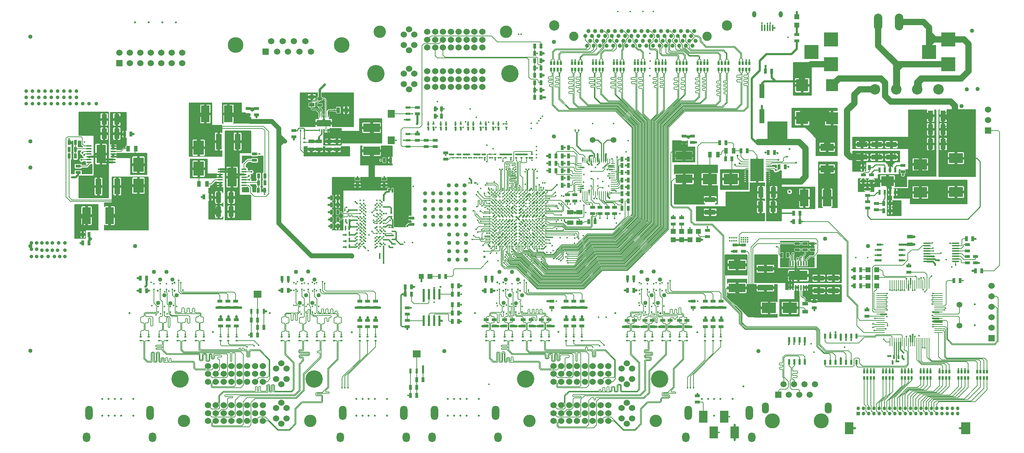
<source format=gtl>
G04 (created by PCBNEW (2013-07-07 BZR 4022)-stable) date 6/4/2014 10:32:15 AM*
%MOIN*%
G04 Gerber Fmt 3.4, Leading zero omitted, Abs format*
%FSLAX34Y34*%
G01*
G70*
G90*
G04 APERTURE LIST*
%ADD10C,0.00590551*%
%ADD11C,0.15*%
%ADD12R,0.06X0.06*%
%ADD13C,0.06*%
%ADD14C,0.1*%
%ADD15R,0.1181X0.11811*%
%ADD16C,0.0393701*%
%ADD17C,0.0885827*%
%ADD18C,0.0984252*%
%ADD19R,0.0393701X0.0102*%
%ADD20R,0.0102X0.0393701*%
%ADD21R,0.065X0.016*%
%ADD22C,0.015748*%
%ADD23C,0.1437*%
%ADD24R,0.0591X0.0591*%
%ADD25C,0.0591*%
%ADD26O,0.0669291X0.106299*%
%ADD27R,0.0748031X0.0669291*%
%ADD28R,0.0228346X0.0511811*%
%ADD29R,0.0669291X0.0748031*%
%ADD30R,0.0511811X0.0228346*%
%ADD31R,0.0787598X0.11813*%
%ADD32R,0.0866142X0.11813*%
%ADD33R,0.0787402X0.11811*%
%ADD34O,0.08X0.16*%
%ADD35R,0.025X0.045*%
%ADD36R,0.045X0.025*%
%ADD37R,0.055X0.15*%
%ADD38R,0.05X0.1*%
%ADD39R,0.0984252X0.137795*%
%ADD40R,0.035X0.055*%
%ADD41R,0.08X0.16*%
%ADD42R,0.0472441X0.011811*%
%ADD43R,0.0905512X0.177165*%
%ADD44C,0.165354*%
%ADD45C,0.11811*%
%ADD46R,0.0157X0.0236*%
%ADD47R,0.0236X0.0157*%
%ADD48O,0.0393701X0.06*%
%ADD49R,0.015748X0.0629921*%
%ADD50C,0.056*%
%ADD51C,0.04*%
%ADD52O,0.0708661X0.137795*%
%ADD53O,0.0708661X0.0925197*%
%ADD54R,0.02X0.036*%
%ADD55R,0.1X0.05*%
%ADD56R,0.0335X0.011*%
%ADD57R,0.128X0.216*%
%ADD58R,0.055X0.035*%
%ADD59R,0.15X0.055*%
%ADD60R,0.0110236X0.0314961*%
%ADD61R,0.137795X0.0649606*%
%ADD62R,0.137795X0.0984252*%
%ADD63R,0.0200787X0.0472441*%
%ADD64R,0.122047X0.0944882*%
%ADD65R,0.045X0.02*%
%ADD66R,0.02X0.045*%
%ADD67R,0.1378X0.1378*%
%ADD68R,0.129921X0.0984252*%
%ADD69R,0.133858X0.0944882*%
%ADD70R,0.16X0.08*%
%ADD71R,0.0236X0.0984252*%
%ADD72R,0.0106299X0.0826772*%
%ADD73R,0.0826772X0.0106299*%
%ADD74R,0.011811X0.0472441*%
%ADD75R,0.177165X0.0905512*%
%ADD76R,0.0588189X0.0407874*%
%ADD77R,0.125984X0.0708661*%
%ADD78R,0.0236X0.0551*%
%ADD79R,0.034X0.034*%
%ADD80C,0.034*%
%ADD81C,0.035*%
%ADD82R,0.0472X0.0472*%
%ADD83R,0.045X0.135*%
%ADD84C,0.024*%
%ADD85C,0.016*%
%ADD86C,0.02*%
%ADD87C,0.005*%
%ADD88C,0.006*%
%ADD89C,0.007*%
%ADD90C,0.008*%
%ADD91C,0.01*%
%ADD92C,0.036*%
%ADD93C,0.024*%
%ADD94C,0.021*%
%ADD95C,0.06*%
%ADD96C,0.016*%
%ADD97C,0.012*%
%ADD98C,0.048*%
G04 APERTURE END LIST*
G54D10*
G54D11*
X39734Y-20815D03*
X29606Y-20815D03*
G54D12*
X32456Y-21422D03*
G54D13*
X33556Y-21422D03*
X34606Y-21422D03*
X35706Y-21422D03*
X36806Y-21422D03*
X33006Y-20422D03*
X34106Y-20422D03*
X35156Y-20422D03*
X36256Y-20422D03*
G54D14*
X90660Y-25030D03*
X92687Y-25030D03*
X94695Y-25030D03*
X96722Y-25030D03*
G54D15*
X86570Y-24645D03*
X86570Y-27794D03*
X83700Y-24625D03*
X83700Y-27774D03*
G54D16*
X63308Y-19472D03*
X63938Y-19472D03*
X64568Y-19472D03*
X65198Y-19472D03*
X65828Y-19472D03*
X66458Y-19472D03*
X67088Y-19472D03*
X67718Y-19472D03*
X68348Y-19472D03*
X68978Y-19472D03*
X69607Y-19472D03*
X70237Y-19472D03*
X70867Y-19472D03*
X71497Y-19472D03*
X72127Y-19472D03*
X72757Y-19472D03*
X73387Y-19472D03*
X73080Y-19924D03*
X72450Y-19924D03*
X71820Y-19924D03*
X71190Y-19924D03*
X70560Y-19924D03*
X69930Y-19924D03*
X69300Y-19924D03*
X68670Y-19924D03*
X68040Y-19924D03*
X67410Y-19924D03*
X66780Y-19924D03*
X66150Y-19924D03*
X65520Y-19924D03*
X64891Y-19924D03*
X64261Y-19924D03*
X63631Y-19924D03*
X63001Y-19924D03*
X63466Y-20397D03*
X64096Y-20397D03*
X64726Y-20397D03*
X65355Y-20397D03*
X65985Y-20397D03*
X66615Y-20397D03*
X67245Y-20397D03*
X67875Y-20397D03*
X68505Y-20397D03*
X69135Y-20397D03*
X69765Y-20397D03*
X70395Y-20397D03*
X71025Y-20397D03*
X71655Y-20397D03*
X72285Y-20397D03*
X72915Y-20397D03*
X73544Y-20397D03*
X73230Y-20850D03*
X72600Y-20850D03*
X71970Y-20850D03*
X71340Y-20850D03*
X70080Y-20850D03*
X68190Y-20850D03*
X67560Y-20850D03*
X66930Y-20850D03*
X66300Y-20850D03*
X65670Y-20850D03*
X65040Y-20850D03*
X64410Y-20850D03*
X63780Y-20850D03*
X63150Y-20850D03*
G54D17*
X74635Y-19964D03*
X61909Y-19964D03*
G54D18*
X60030Y-18930D03*
X76515Y-18930D03*
G54D16*
X70710Y-20850D03*
X68820Y-20850D03*
X69450Y-20850D03*
G54D19*
X62475Y-34679D03*
X62475Y-34482D03*
X62475Y-34285D03*
X62475Y-34088D03*
X62475Y-33892D03*
X62475Y-33695D03*
X62475Y-33498D03*
X62475Y-32120D03*
X62475Y-32317D03*
X62475Y-32514D03*
X62475Y-32711D03*
X62475Y-32907D03*
X62475Y-33104D03*
X62475Y-33301D03*
X65624Y-33301D03*
X65624Y-33104D03*
X65624Y-32907D03*
X65624Y-32711D03*
X65624Y-32514D03*
X65624Y-32317D03*
X65624Y-32120D03*
X65624Y-33498D03*
X65624Y-33695D03*
X65624Y-33892D03*
X65624Y-34088D03*
X65624Y-34285D03*
X65624Y-34482D03*
X65624Y-34679D03*
G54D20*
X64148Y-34974D03*
X64345Y-34974D03*
X64542Y-34974D03*
X64738Y-34974D03*
X64935Y-34974D03*
X65132Y-34974D03*
X65329Y-34974D03*
X63951Y-34974D03*
X63754Y-34974D03*
X63557Y-34974D03*
X63361Y-34974D03*
X63164Y-34974D03*
X62967Y-34974D03*
X62770Y-34974D03*
X62770Y-31825D03*
X62967Y-31825D03*
X63164Y-31825D03*
X63361Y-31825D03*
X63557Y-31825D03*
X63754Y-31825D03*
X63951Y-31825D03*
X65329Y-31825D03*
X65133Y-31825D03*
X64936Y-31825D03*
X64739Y-31825D03*
X64542Y-31825D03*
X64345Y-31825D03*
X64148Y-31825D03*
G54D21*
X98360Y-40725D03*
X98360Y-40475D03*
X98360Y-40225D03*
X98360Y-39975D03*
X95640Y-41475D03*
X98360Y-41475D03*
X98360Y-41225D03*
X98360Y-40975D03*
X95640Y-39725D03*
X95640Y-39975D03*
X95640Y-40225D03*
X95640Y-40475D03*
X95640Y-40725D03*
X95640Y-40975D03*
X98360Y-39725D03*
X95640Y-41225D03*
G54D22*
X43713Y-40041D03*
X43398Y-40041D03*
X43083Y-40041D03*
X41823Y-40041D03*
X41508Y-40041D03*
X41193Y-40041D03*
X43713Y-39726D03*
X43713Y-39411D03*
X43713Y-39096D03*
X43713Y-38782D03*
X43713Y-38467D03*
X43713Y-38152D03*
X43713Y-37837D03*
X43398Y-37837D03*
X43083Y-37837D03*
X41824Y-37836D03*
X41509Y-37836D03*
X41194Y-37836D03*
X41194Y-38151D03*
X41194Y-38466D03*
X41194Y-38781D03*
X41194Y-39095D03*
X41194Y-39410D03*
X41194Y-39725D03*
X43083Y-39096D03*
X43083Y-38782D03*
X41824Y-38781D03*
X41824Y-39095D03*
X41824Y-39410D03*
X43083Y-39411D03*
X43398Y-39411D03*
X43398Y-39096D03*
X43398Y-38782D03*
X43398Y-38467D03*
X43398Y-38152D03*
X43083Y-38152D03*
X43083Y-38467D03*
X41824Y-38466D03*
X41824Y-38151D03*
X41509Y-38151D03*
X41509Y-38466D03*
X41509Y-38781D03*
X41509Y-39095D03*
X41509Y-39410D03*
X41509Y-39725D03*
X41824Y-39725D03*
X43083Y-39726D03*
X43398Y-39726D03*
X43713Y-35631D03*
X43713Y-37521D03*
X43398Y-37521D03*
X43083Y-37521D03*
X41823Y-37521D03*
X41508Y-37521D03*
X41193Y-37521D03*
X43398Y-37206D03*
X43083Y-37206D03*
X41823Y-37206D03*
X41508Y-37206D03*
X41193Y-37206D03*
X43713Y-36891D03*
X43398Y-36891D03*
X43083Y-36891D03*
X41823Y-36891D03*
X41508Y-36891D03*
X43398Y-36576D03*
X43083Y-36576D03*
X41823Y-36576D03*
X41508Y-36576D03*
X41193Y-36576D03*
X43713Y-36261D03*
X43398Y-36261D03*
X43083Y-36261D03*
X41823Y-36261D03*
X41508Y-36261D03*
X43398Y-35946D03*
X43083Y-35946D03*
X41823Y-35946D03*
X41508Y-35946D03*
X41193Y-35946D03*
X43398Y-35631D03*
X43083Y-35631D03*
X41823Y-35631D03*
X41508Y-35631D03*
G54D23*
X85523Y-56698D03*
X80850Y-56698D03*
G54D24*
X81435Y-54198D03*
G54D25*
X81935Y-53198D03*
X82435Y-54198D03*
X82935Y-53198D03*
X83435Y-54198D03*
X83935Y-53198D03*
X84435Y-54198D03*
X84935Y-53198D03*
G54D26*
X80185Y-55454D03*
X86185Y-55454D03*
G54D27*
X31700Y-44613D03*
G54D28*
X31700Y-46217D03*
X32290Y-46217D03*
X31109Y-46217D03*
G54D29*
X44463Y-29900D03*
G54D30*
X46067Y-29900D03*
X46067Y-29309D03*
X46067Y-30490D03*
G54D27*
X46900Y-50313D03*
G54D28*
X46900Y-51917D03*
X47490Y-51917D03*
X46309Y-51917D03*
G54D31*
X88200Y-57400D03*
G54D32*
X99340Y-57406D03*
G54D33*
X77250Y-57798D03*
X76250Y-56301D03*
X75250Y-57798D03*
X74250Y-56301D03*
G54D34*
X90962Y-18600D03*
X92962Y-18600D03*
G54D35*
X14300Y-31415D03*
X13700Y-31415D03*
G54D36*
X14550Y-32965D03*
X14550Y-32365D03*
G54D35*
X13700Y-30765D03*
X14300Y-30765D03*
X14300Y-30115D03*
X13700Y-30115D03*
G54D37*
X16500Y-34315D03*
X18300Y-34315D03*
G54D35*
X19000Y-29315D03*
X19600Y-29315D03*
G54D38*
X17050Y-27915D03*
X18250Y-27915D03*
X17050Y-29265D03*
X18250Y-29265D03*
G54D39*
X20316Y-32229D03*
X20316Y-34229D03*
G54D40*
X20075Y-30715D03*
X19325Y-30715D03*
G54D35*
X83492Y-37667D03*
X82892Y-37667D03*
X82892Y-36867D03*
X83492Y-36867D03*
G54D41*
X15360Y-37105D03*
X17560Y-37105D03*
G54D42*
X17891Y-30447D03*
X17891Y-30703D03*
X17891Y-30959D03*
X17891Y-31215D03*
X17891Y-31470D03*
X17891Y-31726D03*
X17891Y-31982D03*
X15608Y-31982D03*
X15608Y-31726D03*
X15608Y-31470D03*
X15608Y-31215D03*
X15608Y-30959D03*
X15608Y-30703D03*
X15608Y-30447D03*
G54D43*
X16750Y-31215D03*
G54D42*
X28117Y-34186D03*
X28117Y-33930D03*
X28117Y-33674D03*
X28117Y-33419D03*
X28117Y-33163D03*
X28117Y-32907D03*
X28117Y-32651D03*
X30400Y-32651D03*
X30400Y-32907D03*
X30400Y-33163D03*
X30400Y-33419D03*
X30400Y-33674D03*
X30400Y-33930D03*
X30400Y-34186D03*
G54D43*
X29259Y-33419D03*
G54D13*
X59950Y-52950D03*
X60700Y-52950D03*
X61450Y-52950D03*
X62200Y-52950D03*
X62950Y-52950D03*
X63700Y-52950D03*
X64450Y-52950D03*
X65200Y-52950D03*
X59950Y-52200D03*
X60700Y-52200D03*
X61450Y-52200D03*
X62200Y-52200D03*
X62950Y-52200D03*
X63700Y-52200D03*
X64450Y-52200D03*
X65200Y-52200D03*
X60700Y-51450D03*
X61450Y-51450D03*
X62200Y-51450D03*
X62950Y-51450D03*
X63700Y-51450D03*
X59950Y-51450D03*
X64450Y-51450D03*
X65200Y-51450D03*
X59950Y-55210D03*
X60700Y-55210D03*
X61450Y-55210D03*
X62200Y-55210D03*
X62950Y-55210D03*
X63700Y-55210D03*
X64450Y-55210D03*
X65200Y-55210D03*
X59950Y-55960D03*
X60700Y-55960D03*
X61450Y-55960D03*
X62200Y-55960D03*
X62950Y-55960D03*
X63700Y-55960D03*
X64450Y-55960D03*
X65200Y-55960D03*
X59950Y-56710D03*
X60700Y-56710D03*
X61450Y-56710D03*
X62200Y-56710D03*
X62950Y-56710D03*
X63700Y-56710D03*
X64450Y-56710D03*
X65200Y-56710D03*
X66950Y-51206D03*
X66950Y-53194D03*
X66950Y-54966D03*
X66950Y-56954D03*
X66450Y-51706D03*
X67450Y-51706D03*
X66450Y-55466D03*
X67450Y-55466D03*
X66450Y-52706D03*
X66450Y-56466D03*
X67450Y-52706D03*
X67450Y-56466D03*
G54D44*
X70097Y-52706D03*
X57302Y-52706D03*
G54D45*
X57656Y-56710D03*
X69743Y-56710D03*
G54D35*
X39350Y-36750D03*
X38750Y-36750D03*
X39350Y-37450D03*
X38750Y-37450D03*
G54D46*
X40475Y-37538D03*
X40121Y-37538D03*
X40388Y-36562D03*
X40034Y-36562D03*
X44223Y-34800D03*
X44577Y-34800D03*
G54D47*
X44575Y-39793D03*
X44575Y-40147D03*
G54D46*
X43728Y-40755D03*
X43374Y-40755D03*
X40475Y-39517D03*
X40121Y-39517D03*
X40467Y-40104D03*
X40113Y-40104D03*
X40467Y-38929D03*
X40113Y-38929D03*
X40445Y-38160D03*
X40091Y-38160D03*
G54D47*
X44601Y-39009D03*
X44601Y-39363D03*
X44456Y-37195D03*
X44456Y-36841D03*
X44597Y-38244D03*
X44597Y-38598D03*
G54D35*
X80210Y-23290D03*
X80810Y-23290D03*
X66500Y-35000D03*
X67100Y-35000D03*
X45800Y-43900D03*
X46400Y-43900D03*
G54D36*
X49650Y-31100D03*
X49650Y-31700D03*
X75200Y-45850D03*
X75200Y-45250D03*
G54D35*
X50900Y-47200D03*
X50300Y-47200D03*
G54D36*
X46000Y-45900D03*
X46000Y-46500D03*
G54D35*
X50900Y-45600D03*
X50300Y-45600D03*
X50300Y-44600D03*
X50900Y-44600D03*
X60200Y-31400D03*
X59600Y-31400D03*
X61400Y-31400D03*
X60800Y-31400D03*
X81745Y-40860D03*
X82345Y-40860D03*
G54D36*
X46000Y-47100D03*
X46000Y-47700D03*
X65100Y-36300D03*
X65100Y-36900D03*
X63700Y-36300D03*
X63700Y-36900D03*
G54D35*
X67100Y-34350D03*
X66500Y-34350D03*
X60800Y-30600D03*
X61400Y-30600D03*
G54D36*
X65800Y-36300D03*
X65800Y-36900D03*
G54D35*
X66500Y-36400D03*
X67100Y-36400D03*
G54D36*
X64400Y-36300D03*
X64400Y-36900D03*
G54D35*
X66500Y-35700D03*
X67100Y-35700D03*
X61400Y-32100D03*
X60800Y-32100D03*
X60200Y-32100D03*
X59600Y-32100D03*
X61400Y-32800D03*
X60800Y-32800D03*
X60200Y-32800D03*
X59600Y-32800D03*
X61400Y-33500D03*
X60800Y-33500D03*
X61400Y-34200D03*
X60800Y-34200D03*
G54D36*
X61300Y-35100D03*
X61300Y-35700D03*
X62000Y-35100D03*
X62000Y-35700D03*
G54D35*
X46400Y-44600D03*
X45800Y-44600D03*
G54D36*
X68700Y-47100D03*
X68700Y-47700D03*
X75200Y-47100D03*
X75200Y-47700D03*
X67700Y-47700D03*
X67700Y-47100D03*
X74450Y-47100D03*
X74450Y-47700D03*
X72700Y-47700D03*
X72700Y-47100D03*
X69400Y-47700D03*
X69400Y-47100D03*
X56040Y-47020D03*
X56040Y-47620D03*
X41450Y-45850D03*
X41450Y-45250D03*
X59540Y-47020D03*
X59540Y-47620D03*
X29650Y-47020D03*
X29650Y-47620D03*
X42950Y-45850D03*
X42950Y-45250D03*
X42200Y-47100D03*
X42200Y-47700D03*
X28881Y-47020D03*
X28881Y-47620D03*
X54290Y-47020D03*
X54290Y-47620D03*
X28100Y-45850D03*
X28100Y-45250D03*
X61167Y-45850D03*
X61167Y-45250D03*
X61891Y-45850D03*
X61891Y-45250D03*
X29600Y-45850D03*
X29600Y-45250D03*
X62674Y-47020D03*
X62674Y-47620D03*
X67000Y-47100D03*
X67000Y-47700D03*
X70400Y-47100D03*
X70400Y-47700D03*
X42950Y-47100D03*
X42950Y-47700D03*
X74450Y-45850D03*
X74450Y-45250D03*
X75950Y-45850D03*
X75950Y-45250D03*
X72000Y-47100D03*
X72000Y-47700D03*
X75950Y-47100D03*
X75950Y-47700D03*
X71100Y-47700D03*
X71100Y-47100D03*
X58790Y-47020D03*
X58790Y-47620D03*
X28850Y-45850D03*
X28850Y-45250D03*
X41450Y-47100D03*
X41450Y-47700D03*
X55290Y-47020D03*
X55290Y-47620D03*
X53540Y-47020D03*
X53540Y-47620D03*
X57047Y-47024D03*
X57047Y-47624D03*
X57816Y-47022D03*
X57816Y-47622D03*
X61167Y-47020D03*
X61167Y-47620D03*
X62700Y-45850D03*
X62700Y-45250D03*
X61891Y-47020D03*
X61891Y-47620D03*
X42200Y-45850D03*
X42200Y-45250D03*
X28164Y-47020D03*
X28164Y-47620D03*
G54D48*
X81653Y-17862D03*
X79121Y-17862D03*
G54D49*
X80387Y-19151D03*
X80131Y-19151D03*
X80643Y-19151D03*
X79875Y-19151D03*
X80899Y-19151D03*
G54D50*
X63691Y-29852D03*
X65691Y-29852D03*
G54D35*
X63327Y-37668D03*
X63927Y-37668D03*
G54D22*
X56392Y-37192D03*
X56707Y-37192D03*
X57022Y-37192D03*
X57337Y-37192D03*
X57652Y-37192D03*
X57967Y-37192D03*
X58282Y-37192D03*
X58597Y-37192D03*
X58912Y-37192D03*
X59227Y-37192D03*
X53872Y-37192D03*
X54187Y-37192D03*
X54502Y-37192D03*
X54817Y-37192D03*
X55132Y-37192D03*
X55447Y-37192D03*
X55762Y-37192D03*
X56077Y-37192D03*
X53872Y-36877D03*
X54187Y-36877D03*
X54502Y-36877D03*
X54817Y-36877D03*
X55132Y-36877D03*
X55447Y-36877D03*
X55762Y-36877D03*
X56077Y-36877D03*
X56392Y-36877D03*
X56707Y-36877D03*
X57022Y-36877D03*
X57337Y-36877D03*
X57652Y-36877D03*
X57967Y-36877D03*
X58282Y-36877D03*
X58597Y-36877D03*
X58912Y-36877D03*
X59227Y-36877D03*
X53872Y-36562D03*
X54187Y-36562D03*
X54502Y-36562D03*
X54817Y-36562D03*
X55132Y-36562D03*
X55447Y-36562D03*
X55762Y-36562D03*
X56077Y-36562D03*
X56392Y-36562D03*
X56707Y-36562D03*
X57022Y-36562D03*
X57337Y-36562D03*
X57652Y-36562D03*
X57967Y-36562D03*
X58282Y-36562D03*
X58597Y-36562D03*
X58912Y-36562D03*
X59227Y-36562D03*
X53872Y-36247D03*
X54187Y-36247D03*
X54502Y-36247D03*
X54817Y-36247D03*
X55132Y-36247D03*
X55447Y-36247D03*
X55762Y-36247D03*
X56077Y-36247D03*
X56392Y-36247D03*
X56707Y-36247D03*
X57022Y-36247D03*
X57337Y-36247D03*
X57652Y-36247D03*
X57967Y-36247D03*
X58282Y-36247D03*
X58597Y-36247D03*
X58912Y-36247D03*
X59227Y-36247D03*
X53872Y-35932D03*
X54187Y-35932D03*
X54502Y-35932D03*
X54817Y-35932D03*
X55132Y-35932D03*
X55447Y-35932D03*
X55762Y-35932D03*
X56077Y-35932D03*
X56392Y-35932D03*
X56707Y-35932D03*
X57022Y-35932D03*
X57337Y-35932D03*
X57652Y-35932D03*
X57967Y-35932D03*
X58282Y-35932D03*
X58597Y-35932D03*
X58912Y-35932D03*
X59227Y-35932D03*
X53872Y-35617D03*
X54187Y-35617D03*
X54502Y-35617D03*
X54817Y-35617D03*
X55132Y-35617D03*
X55447Y-35617D03*
X55762Y-35617D03*
X56077Y-35617D03*
X56392Y-35617D03*
X56707Y-35617D03*
X57022Y-35617D03*
X57337Y-35617D03*
X57652Y-35617D03*
X57967Y-35617D03*
X58282Y-35617D03*
X58597Y-35617D03*
X58912Y-35617D03*
X59227Y-35617D03*
X53872Y-35302D03*
X54187Y-35302D03*
X54502Y-35302D03*
X54817Y-35302D03*
X55132Y-35302D03*
X55447Y-35302D03*
X55762Y-35302D03*
X56077Y-35302D03*
X56392Y-35302D03*
X56707Y-35302D03*
X57022Y-35302D03*
X57337Y-35302D03*
X57652Y-35302D03*
X57967Y-35302D03*
X58282Y-35302D03*
X58597Y-35302D03*
X58912Y-35302D03*
X59227Y-35302D03*
X53872Y-34987D03*
X54187Y-34987D03*
X54502Y-34987D03*
X54817Y-34987D03*
X55132Y-34987D03*
X55447Y-34987D03*
X55762Y-34987D03*
X56077Y-34987D03*
X56392Y-34987D03*
X56707Y-34987D03*
X57022Y-34987D03*
X57337Y-34987D03*
X57652Y-34987D03*
X57967Y-34987D03*
X58282Y-34987D03*
X58597Y-34987D03*
X58912Y-34987D03*
X59227Y-34987D03*
X53872Y-34672D03*
X54187Y-34672D03*
X54502Y-34672D03*
X54817Y-34672D03*
X55132Y-34672D03*
X55447Y-34672D03*
X55762Y-34672D03*
X56077Y-34672D03*
X56392Y-34672D03*
X56707Y-34672D03*
X57022Y-34672D03*
X57337Y-34672D03*
X57652Y-34672D03*
X57967Y-34672D03*
X58282Y-34672D03*
X58597Y-34672D03*
X58912Y-34672D03*
X59227Y-34672D03*
X53872Y-37507D03*
X54187Y-37507D03*
X54502Y-37507D03*
X54817Y-37507D03*
X55132Y-37507D03*
X55447Y-37507D03*
X55762Y-37507D03*
X56077Y-37507D03*
X56392Y-37507D03*
X56707Y-37507D03*
X57022Y-37507D03*
X57337Y-37507D03*
X57652Y-37507D03*
X57967Y-37507D03*
X58282Y-37507D03*
X58597Y-37507D03*
X58912Y-37507D03*
X59227Y-37507D03*
X53872Y-37822D03*
X54187Y-37822D03*
X54502Y-37822D03*
X54817Y-37822D03*
X55132Y-37822D03*
X55447Y-37822D03*
X55762Y-37822D03*
X56077Y-37822D03*
X56392Y-37822D03*
X56707Y-37822D03*
X57022Y-37822D03*
X57337Y-37822D03*
X57652Y-37822D03*
X57967Y-37822D03*
X58282Y-37822D03*
X58597Y-37822D03*
X58912Y-37822D03*
X59227Y-37822D03*
X53872Y-38137D03*
X54187Y-38137D03*
X54502Y-38137D03*
X54817Y-38137D03*
X55132Y-38137D03*
X55447Y-38137D03*
X55762Y-38137D03*
X56077Y-38137D03*
X56392Y-38137D03*
X56707Y-38137D03*
X57022Y-38137D03*
X57337Y-38137D03*
X57652Y-38137D03*
X57967Y-38137D03*
X58282Y-38137D03*
X58597Y-38137D03*
X58912Y-38137D03*
X59227Y-38137D03*
X53872Y-38452D03*
X54187Y-38452D03*
X54502Y-38452D03*
X54817Y-38452D03*
X55132Y-38452D03*
X55447Y-38452D03*
X55762Y-38452D03*
X56077Y-38452D03*
X56392Y-38452D03*
X56707Y-38452D03*
X57022Y-38452D03*
X57337Y-38452D03*
X57652Y-38452D03*
X57967Y-38452D03*
X58282Y-38452D03*
X58597Y-38452D03*
X58912Y-38452D03*
X59227Y-38452D03*
X53872Y-38767D03*
X54187Y-38767D03*
X54502Y-38767D03*
X54817Y-38767D03*
X55132Y-38767D03*
X55447Y-38767D03*
X55762Y-38767D03*
X56077Y-38767D03*
X56392Y-38767D03*
X56707Y-38767D03*
X57022Y-38767D03*
X57337Y-38767D03*
X57652Y-38767D03*
X57967Y-38767D03*
X58282Y-38767D03*
X58597Y-38767D03*
X58912Y-38767D03*
X59227Y-38767D03*
X53872Y-39082D03*
X54187Y-39082D03*
X54502Y-39082D03*
X54817Y-39082D03*
X55132Y-39082D03*
X55447Y-39082D03*
X55762Y-39082D03*
X56077Y-39082D03*
X56392Y-39082D03*
X56707Y-39082D03*
X57022Y-39082D03*
X57337Y-39082D03*
X57652Y-39082D03*
X57967Y-39082D03*
X58282Y-39082D03*
X58597Y-39082D03*
X58912Y-39082D03*
X59227Y-39082D03*
X53872Y-39397D03*
X54187Y-39397D03*
X54502Y-39397D03*
X54817Y-39397D03*
X55132Y-39397D03*
X55447Y-39397D03*
X55762Y-39397D03*
X56077Y-39397D03*
X56392Y-39397D03*
X56707Y-39397D03*
X57022Y-39397D03*
X57337Y-39397D03*
X57652Y-39397D03*
X57967Y-39397D03*
X58282Y-39397D03*
X58597Y-39397D03*
X58912Y-39397D03*
X59227Y-39397D03*
X53872Y-39712D03*
X54187Y-39712D03*
X54502Y-39712D03*
X54817Y-39712D03*
X55132Y-39712D03*
X55447Y-39712D03*
X55762Y-39712D03*
X56077Y-39712D03*
X56392Y-39712D03*
X56707Y-39712D03*
X57022Y-39712D03*
X57337Y-39712D03*
X57652Y-39712D03*
X57967Y-39712D03*
X58282Y-39712D03*
X58597Y-39712D03*
X58912Y-39712D03*
X59227Y-39712D03*
X53872Y-40027D03*
X54187Y-40027D03*
X54502Y-40027D03*
X54817Y-40027D03*
X55132Y-40027D03*
X55447Y-40027D03*
X55762Y-40027D03*
X56077Y-40027D03*
X56392Y-40027D03*
X56707Y-40027D03*
X57022Y-40027D03*
X57337Y-40027D03*
X57652Y-40027D03*
X57967Y-40027D03*
X58282Y-40027D03*
X58597Y-40027D03*
X58912Y-40027D03*
X59227Y-40027D03*
G54D51*
X50700Y-34200D03*
X48450Y-37200D03*
X49200Y-37200D03*
X48450Y-36450D03*
X50800Y-39700D03*
X49200Y-37950D03*
X51600Y-38900D03*
X49950Y-37200D03*
X51450Y-34950D03*
X50700Y-35700D03*
X51450Y-35700D03*
X51450Y-37200D03*
X49950Y-34950D03*
X51450Y-34200D03*
X49950Y-34200D03*
X49950Y-35700D03*
X50700Y-34950D03*
X50700Y-36450D03*
X48450Y-34950D03*
X50700Y-37950D03*
X49950Y-37950D03*
X49200Y-34950D03*
X51450Y-36450D03*
X49200Y-35700D03*
X49950Y-36450D03*
X47700Y-34950D03*
X51450Y-37950D03*
X50700Y-37200D03*
X50800Y-38900D03*
X50000Y-39700D03*
X51600Y-40500D03*
X51600Y-39700D03*
X50800Y-40500D03*
X47700Y-36450D03*
X47700Y-37200D03*
X49200Y-36450D03*
X48450Y-35700D03*
X47700Y-35700D03*
X49993Y-41296D03*
X50000Y-38900D03*
X50803Y-41301D03*
X50000Y-40500D03*
X51600Y-41300D03*
X47700Y-37950D03*
X48450Y-37950D03*
G54D13*
X53150Y-23300D03*
X52400Y-23300D03*
X51650Y-23300D03*
X50900Y-23300D03*
X50150Y-23300D03*
X49400Y-23300D03*
X48650Y-23300D03*
X47900Y-23300D03*
X53150Y-24050D03*
X52400Y-24050D03*
X51650Y-24050D03*
X50900Y-24050D03*
X50150Y-24050D03*
X49400Y-24050D03*
X48650Y-24050D03*
X47900Y-24050D03*
X52400Y-24800D03*
X51650Y-24800D03*
X50900Y-24800D03*
X50150Y-24800D03*
X49400Y-24800D03*
X53150Y-24800D03*
X48650Y-24800D03*
X47900Y-24800D03*
X53150Y-21040D03*
X52400Y-21040D03*
X51650Y-21040D03*
X50900Y-21040D03*
X50150Y-21040D03*
X49400Y-21040D03*
X48650Y-21040D03*
X47900Y-21040D03*
X53150Y-20290D03*
X52400Y-20290D03*
X51650Y-20290D03*
X50900Y-20290D03*
X50150Y-20290D03*
X49400Y-20290D03*
X48650Y-20290D03*
X47900Y-20290D03*
X53150Y-19540D03*
X52400Y-19540D03*
X51650Y-19540D03*
X50900Y-19540D03*
X50150Y-19540D03*
X49400Y-19540D03*
X48650Y-19540D03*
X47900Y-19540D03*
X46150Y-25044D03*
X46150Y-23056D03*
X46150Y-21284D03*
X46150Y-19296D03*
X46650Y-24544D03*
X45650Y-24544D03*
X46650Y-20784D03*
X45650Y-20784D03*
X46650Y-23544D03*
X46650Y-19784D03*
X45650Y-23544D03*
X45650Y-19784D03*
G54D44*
X43002Y-23544D03*
X55797Y-23544D03*
G54D45*
X55443Y-19540D03*
X43356Y-19540D03*
G54D13*
X26950Y-52950D03*
X27700Y-52950D03*
X28450Y-52950D03*
X29200Y-52950D03*
X29950Y-52950D03*
X30700Y-52950D03*
X31450Y-52950D03*
X32200Y-52950D03*
X26950Y-52200D03*
X27700Y-52200D03*
X28450Y-52200D03*
X29200Y-52200D03*
X29950Y-52200D03*
X30700Y-52200D03*
X31450Y-52200D03*
X32200Y-52200D03*
X27700Y-51450D03*
X28450Y-51450D03*
X29200Y-51450D03*
X29950Y-51450D03*
X30700Y-51450D03*
X26950Y-51450D03*
X31450Y-51450D03*
X32200Y-51450D03*
X26950Y-55210D03*
X27700Y-55210D03*
X28450Y-55210D03*
X29200Y-55210D03*
X29950Y-55210D03*
X30700Y-55210D03*
X31450Y-55210D03*
X32200Y-55210D03*
X26950Y-55960D03*
X27700Y-55960D03*
X28450Y-55960D03*
X29200Y-55960D03*
X29950Y-55960D03*
X30700Y-55960D03*
X31450Y-55960D03*
X32200Y-55960D03*
X26950Y-56710D03*
X27700Y-56710D03*
X28450Y-56710D03*
X29200Y-56710D03*
X29950Y-56710D03*
X30700Y-56710D03*
X31450Y-56710D03*
X32200Y-56710D03*
X33950Y-51206D03*
X33950Y-53194D03*
X33950Y-54966D03*
X33950Y-56954D03*
X33450Y-51706D03*
X34450Y-51706D03*
X33450Y-55466D03*
X34450Y-55466D03*
X33450Y-52706D03*
X33450Y-56466D03*
X34450Y-52706D03*
X34450Y-56466D03*
G54D44*
X37097Y-52706D03*
X24302Y-52706D03*
G54D45*
X24656Y-56710D03*
X36743Y-56710D03*
G54D52*
X21422Y-55926D03*
X15595Y-55926D03*
G54D53*
X21658Y-58272D03*
X15359Y-58272D03*
G54D52*
X45672Y-55926D03*
X39845Y-55926D03*
G54D53*
X45908Y-58272D03*
X39609Y-58272D03*
G54D52*
X78672Y-55926D03*
X72845Y-55926D03*
G54D53*
X78908Y-58272D03*
X72609Y-58272D03*
G54D52*
X54422Y-55926D03*
X48595Y-55926D03*
G54D53*
X54658Y-58272D03*
X48359Y-58272D03*
G54D54*
X78672Y-23148D03*
X78672Y-22520D03*
X78357Y-23148D03*
X78357Y-22520D03*
X78043Y-23148D03*
X78043Y-22520D03*
X77728Y-23148D03*
X77728Y-22520D03*
X76672Y-23148D03*
X76672Y-22520D03*
X76357Y-23148D03*
X76357Y-22520D03*
X76043Y-23148D03*
X76043Y-22520D03*
X75728Y-23148D03*
X75728Y-22520D03*
X72672Y-23148D03*
X72672Y-22520D03*
X72357Y-23148D03*
X72357Y-22520D03*
X72043Y-23148D03*
X72043Y-22520D03*
X71728Y-23148D03*
X71728Y-22520D03*
X74672Y-23148D03*
X74672Y-22520D03*
X74357Y-23148D03*
X74357Y-22520D03*
X74043Y-23148D03*
X74043Y-22520D03*
X73728Y-23148D03*
X73728Y-22520D03*
X68671Y-23148D03*
X68671Y-22520D03*
X68356Y-23148D03*
X68356Y-22520D03*
X68042Y-23148D03*
X68042Y-22520D03*
X67727Y-23148D03*
X67727Y-22520D03*
X66672Y-23148D03*
X66672Y-22520D03*
X66357Y-23148D03*
X66357Y-22520D03*
X66043Y-23148D03*
X66043Y-22520D03*
X65728Y-23148D03*
X65728Y-22520D03*
X64672Y-23148D03*
X64672Y-22520D03*
X64357Y-23148D03*
X64357Y-22520D03*
X64043Y-23148D03*
X64043Y-22520D03*
X63728Y-23148D03*
X63728Y-22520D03*
X62672Y-23148D03*
X62672Y-22520D03*
X62357Y-23148D03*
X62357Y-22520D03*
X62043Y-23148D03*
X62043Y-22520D03*
X61728Y-23148D03*
X61728Y-22520D03*
X60672Y-23148D03*
X60672Y-22520D03*
X60357Y-23148D03*
X60357Y-22520D03*
X60043Y-23148D03*
X60043Y-22520D03*
X59728Y-23148D03*
X59728Y-22520D03*
X70672Y-23148D03*
X70672Y-22520D03*
X70357Y-23148D03*
X70357Y-22520D03*
X70043Y-23148D03*
X70043Y-22520D03*
X69728Y-23148D03*
X69728Y-22520D03*
G54D55*
X74905Y-36750D03*
X74905Y-35550D03*
G54D38*
X79734Y-36239D03*
X80934Y-36239D03*
X79770Y-34865D03*
X80970Y-34865D03*
G54D40*
X77170Y-30909D03*
X76420Y-30909D03*
G54D35*
X81072Y-31066D03*
X80472Y-31066D03*
X76380Y-31675D03*
X76980Y-31675D03*
X76430Y-30125D03*
X75830Y-30125D03*
X78473Y-30909D03*
X77873Y-30909D03*
X82096Y-32421D03*
X81496Y-32421D03*
G54D56*
X78435Y-31763D03*
X78435Y-31960D03*
X78435Y-32157D03*
X78435Y-32353D03*
X78435Y-32550D03*
X78435Y-32748D03*
X78435Y-32946D03*
X78435Y-33142D03*
X78435Y-33339D03*
X78435Y-33536D03*
X78435Y-33733D03*
X80384Y-33733D03*
X80384Y-33536D03*
X80384Y-33339D03*
X80384Y-33142D03*
X80384Y-32946D03*
X80384Y-32747D03*
X80384Y-32550D03*
X80384Y-32353D03*
X80384Y-32157D03*
X80384Y-31960D03*
X80384Y-31763D03*
G54D57*
X79409Y-32747D03*
G54D37*
X29781Y-30023D03*
X27981Y-30023D03*
G54D38*
X29175Y-36715D03*
X27975Y-36715D03*
G54D40*
X26110Y-34055D03*
X26860Y-34055D03*
G54D35*
X32385Y-33955D03*
X31785Y-33955D03*
X31775Y-34665D03*
X32375Y-34665D03*
X31785Y-33295D03*
X32385Y-33295D03*
G54D38*
X29175Y-35365D03*
X27975Y-35365D03*
G54D35*
X27175Y-35315D03*
X26575Y-35315D03*
G54D55*
X85295Y-43060D03*
X85295Y-44260D03*
X86695Y-43060D03*
X86695Y-44260D03*
G54D58*
X83983Y-46263D03*
X83983Y-45513D03*
G54D36*
X83995Y-39760D03*
X83995Y-40360D03*
X84695Y-40360D03*
X84695Y-39760D03*
X83245Y-39760D03*
X83245Y-40360D03*
X84869Y-45293D03*
X84869Y-45893D03*
G54D59*
X80195Y-42160D03*
X80195Y-43960D03*
G54D36*
X31400Y-31200D03*
X31400Y-31800D03*
G54D40*
X74905Y-31275D03*
X75655Y-31275D03*
X40150Y-27025D03*
X39400Y-27025D03*
G54D58*
X36875Y-25750D03*
X36875Y-26500D03*
X36825Y-30750D03*
X36825Y-30000D03*
X37575Y-30750D03*
X37575Y-30000D03*
X39275Y-30750D03*
X39275Y-30000D03*
X38525Y-30750D03*
X38525Y-30000D03*
G54D36*
X37625Y-26525D03*
X37625Y-25925D03*
G54D46*
X36152Y-28975D03*
X35798Y-28975D03*
G54D47*
X36175Y-30102D03*
X36175Y-29748D03*
G54D60*
X38025Y-28936D03*
X38025Y-27613D03*
X37828Y-28936D03*
X37631Y-28936D03*
X38221Y-28936D03*
X38418Y-28936D03*
X38221Y-27613D03*
X38418Y-27613D03*
X37828Y-27613D03*
X37631Y-27613D03*
G54D61*
X38025Y-28275D03*
G54D39*
X26075Y-32615D03*
X26075Y-30615D03*
G54D62*
X82543Y-45908D03*
X80543Y-45908D03*
X76880Y-33600D03*
X74880Y-33600D03*
G54D38*
X95973Y-27550D03*
X97173Y-27550D03*
G54D55*
X92226Y-30313D03*
X92226Y-31513D03*
X89426Y-30313D03*
X89426Y-31513D03*
G54D38*
X95973Y-28850D03*
X97173Y-28850D03*
X95973Y-30250D03*
X97173Y-30250D03*
G54D55*
X90826Y-30313D03*
X90826Y-31513D03*
G54D36*
X89950Y-34565D03*
X89950Y-35165D03*
X90326Y-33213D03*
X90326Y-33813D03*
X89550Y-33215D03*
X89550Y-33815D03*
G54D35*
X90126Y-32513D03*
X89526Y-32513D03*
G54D36*
X89950Y-35765D03*
X89950Y-36365D03*
X90800Y-36540D03*
X90800Y-35940D03*
G54D35*
X92100Y-35940D03*
X91500Y-35940D03*
X91500Y-36640D03*
X92100Y-36640D03*
G54D36*
X93326Y-32313D03*
X93326Y-32913D03*
G54D63*
X92607Y-34856D03*
X92107Y-34856D03*
X91607Y-34856D03*
X91107Y-34856D03*
X91107Y-32730D03*
X91607Y-32730D03*
X92107Y-32730D03*
X92607Y-32730D03*
G54D64*
X91857Y-33793D03*
G54D65*
X93150Y-39850D03*
X91050Y-39850D03*
X93150Y-40350D03*
X93150Y-40850D03*
X93150Y-41350D03*
X91050Y-40350D03*
X91050Y-40850D03*
X91050Y-41350D03*
G54D66*
X85900Y-51100D03*
X86400Y-51100D03*
X86900Y-51100D03*
X87400Y-51100D03*
X87900Y-51100D03*
X88400Y-51100D03*
X88900Y-51100D03*
X88900Y-48600D03*
X88400Y-48600D03*
X87400Y-48600D03*
X86900Y-48600D03*
X86400Y-48600D03*
X85900Y-48600D03*
X87900Y-48600D03*
G54D35*
X15600Y-39700D03*
X15000Y-39700D03*
X15000Y-38900D03*
X15600Y-38900D03*
X98200Y-43300D03*
X98800Y-43300D03*
X44390Y-31798D03*
X43790Y-31798D03*
G54D36*
X74650Y-39100D03*
X74650Y-38500D03*
G54D67*
X97668Y-22641D03*
X97668Y-20279D03*
X95818Y-21460D03*
X86455Y-22641D03*
X86455Y-20279D03*
X84605Y-21460D03*
G54D36*
X72436Y-30094D03*
X72436Y-29494D03*
X73236Y-29494D03*
X73236Y-30094D03*
X77300Y-39900D03*
X77300Y-40500D03*
X78100Y-40500D03*
X78100Y-39900D03*
X30800Y-27450D03*
X30800Y-26850D03*
X31600Y-26850D03*
X31600Y-27450D03*
G54D12*
X18500Y-22525D03*
G54D13*
X18500Y-21525D03*
X19500Y-22525D03*
X19500Y-21525D03*
X20500Y-22525D03*
X20500Y-21525D03*
X21500Y-22525D03*
X21500Y-21525D03*
X22500Y-22525D03*
X22500Y-21525D03*
X23500Y-22525D03*
X23500Y-21525D03*
X24500Y-22525D03*
X24500Y-21525D03*
G54D68*
X95000Y-32201D03*
X95000Y-34878D03*
G54D69*
X98400Y-34840D03*
X98400Y-31611D03*
G54D70*
X72430Y-31375D03*
X72430Y-33575D03*
X42585Y-30903D03*
X42585Y-28703D03*
G54D41*
X28912Y-27378D03*
X26712Y-27378D03*
G54D70*
X77500Y-41800D03*
X77500Y-44000D03*
G54D41*
X83900Y-35400D03*
X86100Y-35400D03*
G54D71*
X47565Y-44602D03*
X47565Y-47137D03*
X48065Y-44602D03*
X48565Y-44602D03*
X49065Y-44602D03*
X48065Y-47137D03*
X48565Y-47137D03*
X49065Y-47137D03*
G54D72*
X94064Y-43652D03*
X93867Y-43652D03*
X93670Y-43652D03*
X93473Y-43652D03*
X93277Y-43652D03*
X93080Y-43652D03*
X92883Y-43652D03*
X92686Y-43652D03*
X92489Y-43652D03*
X92292Y-43652D03*
X92095Y-43652D03*
X94261Y-43652D03*
X94458Y-43652D03*
X94654Y-43652D03*
X94851Y-43652D03*
X95048Y-43652D03*
X95245Y-43652D03*
X95442Y-43652D03*
X95639Y-43652D03*
X95836Y-43652D03*
X94064Y-49163D03*
X94261Y-49163D03*
X94458Y-49163D03*
X94654Y-49163D03*
X94851Y-49163D03*
X95048Y-49163D03*
X95245Y-49163D03*
X95442Y-49163D03*
X95639Y-49163D03*
X95836Y-49163D03*
X93867Y-49163D03*
X93670Y-49163D03*
X93473Y-49163D03*
X93277Y-49163D03*
X93080Y-49163D03*
X92883Y-49163D03*
X92686Y-49163D03*
X92489Y-49163D03*
X92292Y-49163D03*
X92095Y-49163D03*
G54D73*
X91210Y-46309D03*
X91210Y-46506D03*
X91210Y-46112D03*
X91210Y-45915D03*
X91210Y-45719D03*
X91210Y-45522D03*
X91210Y-45325D03*
X91210Y-45128D03*
X91210Y-44931D03*
X91210Y-44734D03*
X91210Y-44537D03*
X91210Y-46703D03*
X91210Y-46900D03*
X91210Y-47096D03*
X91210Y-47293D03*
X91210Y-47490D03*
X91210Y-47687D03*
X91210Y-47884D03*
X91210Y-48081D03*
X91210Y-48278D03*
X96721Y-46506D03*
X96721Y-46703D03*
X96721Y-46900D03*
X96721Y-47096D03*
X96721Y-47293D03*
X96721Y-47490D03*
X96721Y-47687D03*
X96721Y-47884D03*
X96721Y-48081D03*
X96721Y-48278D03*
X96721Y-46309D03*
X96721Y-46112D03*
X96721Y-45915D03*
X96721Y-45719D03*
X96721Y-45522D03*
X96721Y-45325D03*
X96721Y-45128D03*
X96721Y-44931D03*
X96721Y-44734D03*
X96721Y-44537D03*
G54D74*
X84112Y-43951D03*
X83856Y-43951D03*
X83600Y-43951D03*
X83345Y-43951D03*
X83089Y-43951D03*
X82833Y-43951D03*
X82577Y-43951D03*
X82577Y-41668D03*
X82833Y-41668D03*
X83089Y-41668D03*
X83345Y-41668D03*
X83600Y-41668D03*
X83856Y-41668D03*
X84112Y-41668D03*
G54D75*
X83345Y-42810D03*
G54D35*
X66500Y-33700D03*
X67100Y-33700D03*
X66500Y-32300D03*
X67100Y-32300D03*
X66500Y-31700D03*
X67100Y-31700D03*
X66500Y-32950D03*
X67100Y-32950D03*
G54D36*
X89900Y-46100D03*
X89900Y-46700D03*
G54D35*
X100850Y-42350D03*
X100250Y-42350D03*
G54D54*
X93228Y-51986D03*
X93228Y-52614D03*
X93543Y-51986D03*
X93543Y-52614D03*
X93857Y-51986D03*
X93857Y-52614D03*
X94172Y-51986D03*
X94172Y-52614D03*
X96828Y-51986D03*
X96828Y-52614D03*
X97143Y-51986D03*
X97143Y-52614D03*
X97457Y-51986D03*
X97457Y-52614D03*
X97772Y-51986D03*
X97772Y-52614D03*
X95028Y-51986D03*
X95028Y-52614D03*
X95343Y-51986D03*
X95343Y-52614D03*
X95657Y-51986D03*
X95657Y-52614D03*
X95972Y-51986D03*
X95972Y-52614D03*
X100428Y-51986D03*
X100428Y-52614D03*
X100743Y-51986D03*
X100743Y-52614D03*
X101057Y-51986D03*
X101057Y-52614D03*
X101372Y-51986D03*
X101372Y-52614D03*
X98628Y-51986D03*
X98628Y-52614D03*
X98943Y-51986D03*
X98943Y-52614D03*
X99257Y-51986D03*
X99257Y-52614D03*
X99572Y-51986D03*
X99572Y-52614D03*
X89628Y-51986D03*
X89628Y-52614D03*
X89943Y-51986D03*
X89943Y-52614D03*
X90257Y-51986D03*
X90257Y-52614D03*
X90572Y-51986D03*
X90572Y-52614D03*
G54D12*
X101800Y-48800D03*
G54D13*
X101800Y-47800D03*
X101800Y-46800D03*
X101800Y-45800D03*
X101800Y-44800D03*
X101800Y-43800D03*
G54D50*
X98740Y-45584D03*
X98740Y-47584D03*
G54D76*
X62429Y-36779D03*
X62429Y-37779D03*
X61548Y-37779D03*
X61548Y-36779D03*
G54D77*
X86100Y-30566D03*
X86100Y-32633D03*
G54D78*
X83950Y-51068D03*
X83950Y-48968D03*
X83450Y-51068D03*
X82950Y-51068D03*
X82450Y-51068D03*
X83450Y-48968D03*
X82950Y-48968D03*
X82450Y-48968D03*
G54D36*
X99500Y-41000D03*
X99500Y-41600D03*
G54D35*
X49250Y-27600D03*
X48650Y-27600D03*
X58150Y-25100D03*
X58750Y-25100D03*
X58150Y-22300D03*
X58750Y-22300D03*
G54D36*
X93900Y-41900D03*
X93900Y-42500D03*
X99500Y-39850D03*
X99500Y-40450D03*
X100250Y-41600D03*
X100250Y-41000D03*
G54D35*
X100000Y-39300D03*
X99400Y-39300D03*
X21102Y-44277D03*
X20502Y-44277D03*
X58150Y-24400D03*
X58750Y-24400D03*
X58750Y-25800D03*
X58150Y-25800D03*
X39350Y-35400D03*
X38750Y-35400D03*
G54D36*
X41238Y-34190D03*
X41238Y-33590D03*
G54D35*
X58150Y-23000D03*
X58750Y-23000D03*
X58750Y-23700D03*
X58150Y-23700D03*
X48650Y-26900D03*
X49250Y-26900D03*
X39350Y-36050D03*
X38750Y-36050D03*
G54D36*
X43784Y-34190D03*
X43784Y-33590D03*
X46440Y-37320D03*
X46440Y-37920D03*
G54D35*
X58150Y-20900D03*
X58750Y-20900D03*
X58750Y-21600D03*
X58150Y-21600D03*
X39350Y-38100D03*
X38750Y-38100D03*
G54D36*
X46950Y-26750D03*
X46950Y-27350D03*
X72200Y-37300D03*
X72200Y-37900D03*
G54D47*
X50800Y-31577D03*
X50800Y-31223D03*
X50350Y-31577D03*
X50350Y-31223D03*
X51400Y-31577D03*
X51400Y-31223D03*
X53900Y-31577D03*
X53900Y-31223D03*
X52900Y-31577D03*
X52900Y-31223D03*
X54400Y-31577D03*
X54400Y-31223D03*
X56900Y-31577D03*
X56900Y-31223D03*
X56400Y-31577D03*
X56400Y-31223D03*
X54900Y-31577D03*
X54900Y-31223D03*
X53400Y-31577D03*
X53400Y-31223D03*
X57900Y-31223D03*
X57900Y-31577D03*
X55900Y-31577D03*
X55900Y-31223D03*
X57400Y-31577D03*
X57400Y-31223D03*
X55400Y-31577D03*
X55400Y-31223D03*
X52400Y-31577D03*
X52400Y-31223D03*
X51900Y-31577D03*
X51900Y-31223D03*
X61167Y-48664D03*
X61167Y-49018D03*
X34700Y-48673D03*
X34700Y-49027D03*
X34000Y-48673D03*
X34000Y-49027D03*
X54290Y-48663D03*
X54290Y-49017D03*
X53540Y-48663D03*
X53540Y-49017D03*
X61891Y-48666D03*
X61891Y-49020D03*
X56040Y-48663D03*
X56040Y-49017D03*
X55290Y-48663D03*
X55290Y-49017D03*
X62674Y-48666D03*
X62674Y-49020D03*
X57810Y-48663D03*
X57810Y-49017D03*
X57036Y-48663D03*
X57036Y-49017D03*
X58790Y-48663D03*
X58790Y-49017D03*
X59540Y-48663D03*
X59540Y-49017D03*
X26550Y-48663D03*
X26550Y-49017D03*
X21285Y-48663D03*
X21285Y-49017D03*
X20544Y-48663D03*
X20544Y-49017D03*
X28164Y-48663D03*
X28164Y-49017D03*
X28881Y-48663D03*
X28881Y-49017D03*
X23050Y-48663D03*
X23050Y-49017D03*
X22300Y-48663D03*
X22300Y-49017D03*
X29684Y-48663D03*
X29684Y-49017D03*
X24800Y-48663D03*
X24800Y-49017D03*
X24050Y-48663D03*
X24050Y-49017D03*
X25800Y-48663D03*
X25800Y-49017D03*
X39000Y-48673D03*
X39000Y-49027D03*
X39700Y-48673D03*
X39700Y-49027D03*
X37350Y-48673D03*
X37350Y-49027D03*
X38100Y-48673D03*
X38100Y-49027D03*
X42950Y-48673D03*
X42950Y-49027D03*
X35700Y-48673D03*
X35700Y-49027D03*
X36422Y-48673D03*
X36422Y-49027D03*
X42200Y-48673D03*
X42200Y-49027D03*
X41450Y-48673D03*
X41450Y-49027D03*
X68700Y-48673D03*
X68700Y-49027D03*
X67700Y-48673D03*
X67700Y-49027D03*
X67000Y-48673D03*
X67000Y-49027D03*
X74445Y-48673D03*
X74445Y-49027D03*
X75195Y-48672D03*
X75195Y-49026D03*
X69400Y-48673D03*
X69400Y-49027D03*
X75945Y-48673D03*
X75945Y-49027D03*
X71100Y-48673D03*
X71100Y-49027D03*
X70350Y-48673D03*
X70350Y-49027D03*
X72000Y-48672D03*
X72000Y-49026D03*
X72700Y-48673D03*
X72700Y-49027D03*
X55470Y-28677D03*
X55470Y-28323D03*
G54D36*
X35150Y-28975D03*
X35150Y-29575D03*
X83200Y-20400D03*
X83200Y-19800D03*
G54D47*
X54700Y-28677D03*
X54700Y-28323D03*
X54200Y-28677D03*
X54200Y-28323D03*
X53500Y-28323D03*
X53500Y-28677D03*
X53000Y-28323D03*
X53000Y-28677D03*
X52300Y-28323D03*
X52300Y-28677D03*
X51800Y-28323D03*
X51800Y-28677D03*
X51100Y-28677D03*
X51100Y-28323D03*
X50600Y-28677D03*
X50600Y-28323D03*
X49700Y-28323D03*
X49700Y-28677D03*
X49200Y-28323D03*
X49200Y-28677D03*
X48500Y-28677D03*
X48500Y-28323D03*
X48000Y-28677D03*
X48000Y-28323D03*
G54D35*
X50900Y-46400D03*
X50300Y-46400D03*
X50300Y-43800D03*
X50900Y-43800D03*
G54D36*
X71400Y-37900D03*
X71400Y-37300D03*
G54D35*
X89300Y-42250D03*
X88700Y-42250D03*
X89300Y-43800D03*
X88700Y-43800D03*
X89300Y-43000D03*
X88700Y-43000D03*
G54D36*
X73700Y-54900D03*
X73700Y-54300D03*
X59800Y-45250D03*
X59800Y-45850D03*
X73300Y-45250D03*
X73300Y-45850D03*
G54D35*
X47500Y-52750D03*
X46900Y-52750D03*
X46300Y-53500D03*
X46900Y-53500D03*
X46300Y-54250D03*
X46900Y-54250D03*
X32300Y-47750D03*
X31700Y-47750D03*
X31100Y-47050D03*
X31700Y-47050D03*
X31100Y-48500D03*
X31700Y-48500D03*
G54D36*
X46950Y-29300D03*
X46950Y-29900D03*
X47800Y-30500D03*
X47800Y-29900D03*
X48650Y-29900D03*
X48650Y-30500D03*
G54D12*
X101450Y-28950D03*
G54D13*
X101450Y-27950D03*
X101450Y-26950D03*
G54D58*
X94000Y-39845D03*
X94000Y-39095D03*
G54D54*
X91428Y-51986D03*
X91428Y-52614D03*
X91743Y-51986D03*
X91743Y-52614D03*
X92057Y-51986D03*
X92057Y-52614D03*
X92372Y-51986D03*
X92372Y-52614D03*
G54D35*
X49050Y-42900D03*
X49650Y-42900D03*
G54D46*
X92475Y-50499D03*
X92121Y-50499D03*
X92906Y-50501D03*
X93260Y-50501D03*
X92685Y-51000D03*
X92331Y-51000D03*
G54D35*
X67643Y-44244D03*
X67043Y-44244D03*
X54039Y-44280D03*
X53439Y-44280D03*
X34641Y-44243D03*
X34041Y-44243D03*
X34641Y-43097D03*
X34041Y-43097D03*
X54104Y-43050D03*
X53504Y-43050D03*
X67629Y-43032D03*
X67029Y-43032D03*
X21102Y-43077D03*
X20502Y-43077D03*
G54D46*
X52446Y-33972D03*
X52092Y-33972D03*
G54D79*
X89050Y-56000D03*
G54D80*
X89050Y-55500D03*
X89550Y-56000D03*
X89550Y-55500D03*
X90050Y-56000D03*
X90050Y-55500D03*
X90550Y-56000D03*
X90550Y-55500D03*
X91050Y-56000D03*
X91050Y-55500D03*
X91550Y-56000D03*
X91550Y-55500D03*
X92050Y-56000D03*
X92050Y-55500D03*
X92550Y-56000D03*
X92550Y-55500D03*
X93050Y-56000D03*
X93050Y-55500D03*
X93550Y-56000D03*
X93550Y-55500D03*
X94050Y-56000D03*
X94050Y-55500D03*
X94550Y-56000D03*
X94550Y-55500D03*
X95050Y-56000D03*
X95050Y-55500D03*
X95550Y-56000D03*
X95550Y-55500D03*
X96050Y-56000D03*
X96050Y-55500D03*
X96550Y-56000D03*
G54D81*
X96550Y-55500D03*
G54D80*
X97050Y-56000D03*
X97050Y-55500D03*
X97550Y-56000D03*
X97550Y-55500D03*
X98050Y-56000D03*
X98050Y-55500D03*
X98550Y-56000D03*
X98550Y-55500D03*
G54D82*
X83200Y-18913D03*
X83200Y-18087D03*
X72200Y-38587D03*
X72200Y-39413D03*
X89987Y-43800D03*
X90813Y-43800D03*
X89987Y-42250D03*
X90813Y-42250D03*
X89987Y-43000D03*
X90813Y-43000D03*
X48163Y-42900D03*
X47337Y-42900D03*
X73000Y-38587D03*
X73000Y-39413D03*
X73800Y-39413D03*
X73800Y-38587D03*
X71400Y-38587D03*
X71400Y-39413D03*
G54D29*
X44463Y-27350D03*
G54D30*
X46067Y-27350D03*
X46067Y-26759D03*
X46067Y-27940D03*
G54D83*
X79850Y-25210D03*
X79850Y-27590D03*
G54D84*
X82500Y-34800D03*
G54D51*
X90000Y-40000D03*
G54D85*
X84822Y-50144D03*
X58124Y-38609D03*
X62788Y-39000D03*
X65973Y-37805D03*
X94546Y-42894D03*
X65501Y-34925D03*
X74650Y-38177D03*
X96062Y-42860D03*
X67100Y-29943D03*
X58756Y-39870D03*
X80646Y-18711D03*
X62038Y-28932D03*
X62376Y-28932D03*
X80387Y-18719D03*
X95442Y-44358D03*
X53342Y-40500D03*
X65086Y-32712D03*
X88829Y-41106D03*
X93671Y-43126D03*
X53998Y-40217D03*
G54D86*
X66875Y-32950D03*
X21300Y-18636D03*
G54D85*
X95247Y-44165D03*
X66891Y-31000D03*
X59008Y-34429D03*
X58737Y-27803D03*
G54D86*
X23900Y-18635D03*
G54D85*
X95050Y-43032D03*
G54D86*
X66874Y-32300D03*
G54D85*
X58401Y-28275D03*
G54D86*
X20000Y-18636D03*
X66874Y-31699D03*
G54D85*
X58910Y-27584D03*
X95283Y-43031D03*
X59368Y-34846D03*
G54D86*
X61026Y-32100D03*
G54D85*
X57494Y-37664D03*
G54D86*
X59354Y-32100D03*
G54D85*
X57809Y-37664D03*
G54D86*
X61025Y-32798D03*
G54D85*
X58122Y-37664D03*
G54D86*
X59375Y-32798D03*
G54D85*
X57809Y-37035D03*
X58440Y-37663D03*
G54D86*
X61025Y-33499D03*
G54D85*
X58758Y-37661D03*
G54D86*
X61025Y-34200D03*
G54D85*
X60401Y-37508D03*
X61300Y-36000D03*
X57494Y-37979D03*
X60734Y-37547D03*
X62000Y-35957D03*
X65100Y-37378D03*
X57809Y-37979D03*
X58124Y-37979D03*
X65796Y-37374D03*
X63030Y-36814D03*
X58757Y-38925D03*
X64049Y-36867D03*
G54D86*
X61025Y-30600D03*
G54D85*
X58440Y-38925D03*
X60264Y-38354D03*
X64400Y-37329D03*
X58125Y-38294D03*
X58757Y-38296D03*
X63558Y-32850D03*
X62870Y-36091D03*
X64700Y-32529D03*
X60606Y-39200D03*
X57809Y-38294D03*
X41674Y-36741D03*
X55614Y-37044D03*
X55290Y-37035D03*
X42637Y-36808D03*
X43553Y-36731D03*
X54655Y-36090D03*
X42004Y-36125D03*
X54022Y-35140D03*
X55279Y-36400D03*
X43558Y-35787D03*
X54974Y-36725D03*
X42031Y-36737D03*
X55603Y-37972D03*
X43244Y-36094D03*
X41666Y-36418D03*
X54359Y-36100D03*
X42934Y-36416D03*
X54664Y-36720D03*
X41996Y-36441D03*
X54355Y-36729D03*
X43559Y-36106D03*
X55290Y-36714D03*
X41659Y-36096D03*
X52740Y-34800D03*
X42934Y-36096D03*
X52583Y-35100D03*
X53138Y-36153D03*
X43558Y-37047D03*
X43240Y-37047D03*
X53433Y-36283D03*
X43999Y-36884D03*
X52635Y-36225D03*
X41994Y-37051D03*
X54985Y-37659D03*
X55605Y-36720D03*
X43544Y-37351D03*
X41664Y-37361D03*
X53672Y-36416D03*
X54350Y-36409D03*
X41666Y-37674D03*
X41669Y-38301D03*
X53007Y-37670D03*
X43556Y-38298D03*
X52729Y-37520D03*
X41988Y-39261D03*
X53085Y-38472D03*
X52744Y-38674D03*
X42938Y-39236D03*
X43561Y-39250D03*
X52331Y-38998D03*
X41024Y-39266D03*
X53525Y-39394D03*
X43859Y-39871D03*
X52212Y-39364D03*
X41029Y-39890D03*
X53229Y-39918D03*
X41999Y-38006D03*
X52638Y-36964D03*
X42780Y-37748D03*
X52283Y-36625D03*
X53401Y-36722D03*
X44357Y-37525D03*
X52968Y-36664D03*
X41351Y-37986D03*
X54348Y-37344D03*
X43859Y-38611D03*
X41356Y-38305D03*
X53303Y-37183D03*
X41661Y-39550D03*
X54344Y-38294D03*
X52568Y-38383D03*
X43249Y-39561D03*
X54344Y-37664D03*
X43243Y-38616D03*
X41668Y-38935D03*
X54359Y-37964D03*
X41994Y-38636D03*
X54664Y-37974D03*
X41350Y-37359D03*
X55300Y-37659D03*
X54974Y-37974D03*
X42004Y-37386D03*
X54670Y-37655D03*
X42938Y-39866D03*
X41359Y-40196D03*
X53590Y-38777D03*
X41666Y-39867D03*
X53129Y-39261D03*
X54340Y-35770D03*
X42809Y-37051D03*
X56234Y-38610D03*
X57262Y-40846D03*
X56864Y-38294D03*
X57438Y-40995D03*
X58812Y-41226D03*
X57179Y-38609D03*
X57179Y-38294D03*
X58839Y-41478D03*
X61269Y-41382D03*
X57179Y-38925D03*
X61320Y-41595D03*
X56864Y-38609D03*
X57179Y-39553D03*
X61134Y-41018D03*
X57179Y-39240D03*
X61305Y-41175D03*
X61185Y-40658D03*
X57496Y-38924D03*
X61330Y-40844D03*
X57494Y-38609D03*
X60457Y-41277D03*
X56864Y-39553D03*
X60642Y-41394D03*
X56866Y-39240D03*
X59970Y-41214D03*
X57194Y-40227D03*
X60264Y-41190D03*
X57494Y-39553D03*
X55287Y-39551D03*
X55224Y-41595D03*
X55328Y-41045D03*
X55607Y-38918D03*
X55281Y-38612D03*
X55380Y-41328D03*
X55452Y-40544D03*
X55602Y-39557D03*
X55427Y-40836D03*
X55604Y-39242D03*
X56150Y-40954D03*
X55922Y-39552D03*
X56106Y-41151D03*
X55919Y-39234D03*
X55917Y-38922D03*
X55946Y-40535D03*
X55605Y-38610D03*
X56056Y-40752D03*
X55919Y-38610D03*
X57840Y-41435D03*
X55920Y-38290D03*
X58002Y-41596D03*
X54700Y-28163D03*
X55290Y-35145D03*
X54700Y-28476D03*
X54200Y-28163D03*
X53500Y-28162D03*
X53500Y-28477D03*
X55918Y-35459D03*
X53000Y-28162D03*
X52300Y-28475D03*
X52300Y-28163D03*
X57179Y-35146D03*
X51800Y-28476D03*
X51800Y-28162D03*
X57178Y-35461D03*
X50600Y-28164D03*
X50600Y-28477D03*
X58916Y-33980D03*
X57809Y-35144D03*
X51100Y-28162D03*
X48000Y-28160D03*
X56651Y-34437D03*
X48000Y-28477D03*
X48500Y-28162D03*
X49700Y-28164D03*
X56006Y-33983D03*
X56235Y-35146D03*
X49700Y-28477D03*
X49200Y-28164D03*
X49200Y-28477D03*
X55811Y-34043D03*
X56235Y-35459D03*
X46450Y-27350D03*
X58124Y-36090D03*
X60114Y-34878D03*
X49495Y-26900D03*
X60152Y-35196D03*
X59552Y-35456D03*
X45729Y-27940D03*
X55449Y-32675D03*
X55688Y-32676D03*
X54833Y-32675D03*
X55056Y-32675D03*
X57326Y-32661D03*
X57593Y-32661D03*
X57956Y-32660D03*
X58229Y-32660D03*
X56322Y-32675D03*
X59381Y-35779D03*
X56085Y-32675D03*
X58755Y-35774D03*
X55470Y-28124D03*
X56865Y-36092D03*
X58380Y-21600D03*
X60735Y-35951D03*
X58395Y-23000D03*
X57809Y-36405D03*
X60944Y-35216D03*
X58364Y-25100D03*
X58125Y-36405D03*
X60726Y-35214D03*
X60496Y-35930D03*
X67728Y-22221D03*
X68042Y-22224D03*
X65730Y-22222D03*
X66043Y-22224D03*
X63728Y-22222D03*
X64044Y-22222D03*
X61727Y-22223D03*
X62043Y-22223D03*
X78357Y-22221D03*
X78672Y-22222D03*
X74358Y-22218D03*
X74673Y-22223D03*
X70358Y-22221D03*
X70671Y-22222D03*
G54D86*
X22600Y-18634D03*
G54D85*
X94852Y-43123D03*
X58577Y-28040D03*
G54D86*
X66874Y-33700D03*
G54D85*
X58755Y-35459D03*
X46050Y-54250D03*
X30855Y-48500D03*
X62674Y-48466D03*
X59791Y-46151D03*
X61167Y-48464D03*
X61891Y-48465D03*
X42950Y-48473D03*
X41450Y-48474D03*
X42200Y-48475D03*
X73300Y-46096D03*
X75945Y-48474D03*
X74445Y-48473D03*
X75195Y-48473D03*
X29684Y-48464D03*
X28166Y-48464D03*
X28881Y-48464D03*
X56377Y-46306D03*
X56377Y-45752D03*
X57810Y-48462D03*
X59574Y-39418D03*
G54D51*
X56376Y-45449D03*
X56376Y-45449D03*
X55985Y-42452D03*
G54D85*
X55983Y-43586D03*
X55983Y-44141D03*
X57036Y-48462D03*
X59068Y-39558D03*
X55786Y-46306D03*
X55786Y-45751D03*
X58756Y-38610D03*
X56040Y-48463D03*
G54D51*
X55785Y-44694D03*
X55785Y-44694D03*
G54D85*
X55392Y-43586D03*
G54D51*
X55394Y-43184D03*
X55394Y-43184D03*
G54D85*
X58447Y-38617D03*
X55392Y-44140D03*
X55290Y-48463D03*
X55196Y-46306D03*
X59616Y-39726D03*
X55195Y-45751D03*
X54290Y-48464D03*
G54D51*
X55196Y-45446D03*
X55196Y-45446D03*
G54D85*
X54802Y-43586D03*
X54802Y-44141D03*
X53540Y-48463D03*
X59068Y-39872D03*
G54D51*
X54802Y-42470D03*
G54D85*
X62216Y-39177D03*
X57178Y-43254D03*
X57178Y-43254D03*
X56967Y-46306D03*
X58755Y-37976D03*
X56967Y-45751D03*
X59540Y-48463D03*
G54D51*
X56966Y-44693D03*
X56966Y-44693D03*
G54D85*
X56574Y-44141D03*
X58429Y-37977D03*
X56574Y-43586D03*
X58790Y-48463D03*
G54D51*
X56572Y-43208D03*
X56572Y-43208D03*
G54D85*
X60906Y-38451D03*
X62378Y-39301D03*
X57361Y-43489D03*
X57361Y-43489D03*
X61974Y-38934D03*
X57560Y-44182D03*
X69923Y-46308D03*
X69924Y-45752D03*
G54D51*
X69922Y-45447D03*
G54D85*
X71100Y-48472D03*
X60190Y-36240D03*
X60386Y-36398D03*
X69529Y-44141D03*
X69528Y-43589D03*
X70350Y-48472D03*
G54D51*
X69529Y-42446D03*
G54D85*
X69332Y-46307D03*
X58755Y-36090D03*
G54D51*
X69331Y-44695D03*
G54D85*
X69335Y-45751D03*
X69400Y-48474D03*
X68938Y-44142D03*
X58440Y-36090D03*
X68936Y-43583D03*
X68700Y-48473D03*
G54D51*
X68938Y-43198D03*
G54D85*
X68741Y-46308D03*
X58125Y-36720D03*
G54D51*
X68741Y-45445D03*
G54D85*
X68741Y-45751D03*
X67700Y-48474D03*
G54D51*
X68348Y-42450D03*
G54D85*
X57809Y-36720D03*
X68348Y-44141D03*
X68345Y-43584D03*
X67000Y-48473D03*
X70709Y-44187D03*
X58755Y-36405D03*
X70513Y-46305D03*
X70509Y-45748D03*
X72700Y-48473D03*
X58753Y-36720D03*
G54D51*
X70513Y-44692D03*
G54D85*
X58440Y-36720D03*
X70118Y-44140D03*
X70117Y-43583D03*
X72000Y-48472D03*
G54D51*
X70119Y-43199D03*
G54D85*
X61414Y-36382D03*
X60708Y-37022D03*
X70909Y-43527D03*
X71103Y-43303D03*
X57494Y-36720D03*
X54346Y-39551D03*
X36923Y-46306D03*
X36922Y-45751D03*
G54D51*
X36922Y-45447D03*
G54D85*
X38100Y-48472D03*
X54345Y-39243D03*
X36529Y-43586D03*
X36528Y-44141D03*
X37350Y-48473D03*
G54D51*
X36529Y-42446D03*
G54D85*
X36332Y-46307D03*
X53913Y-40689D03*
X36332Y-45751D03*
X36422Y-48471D03*
G54D51*
X36331Y-44695D03*
G54D85*
X35938Y-44141D03*
G54D51*
X35938Y-43198D03*
G54D85*
X35938Y-43586D03*
X35700Y-48473D03*
X54660Y-39554D03*
X35741Y-46306D03*
X35741Y-45751D03*
G54D51*
X35741Y-45445D03*
G54D85*
X54969Y-39561D03*
X34700Y-48473D03*
X35347Y-44141D03*
X35348Y-43587D03*
G54D51*
X35348Y-42450D03*
G54D85*
X54970Y-39246D03*
X34000Y-48471D03*
X37710Y-44177D03*
X55292Y-38925D03*
X37513Y-46306D03*
X37513Y-45752D03*
G54D51*
X37513Y-44692D03*
G54D85*
X39700Y-48474D03*
X56390Y-40254D03*
X56236Y-39557D03*
X37119Y-43586D03*
G54D51*
X37119Y-43199D03*
G54D85*
X37119Y-44140D03*
X39000Y-48473D03*
X54655Y-38928D03*
X37907Y-43410D03*
X58600Y-40260D03*
X38104Y-43549D03*
X58434Y-39864D03*
X23376Y-46307D03*
X23377Y-45751D03*
X24800Y-48463D03*
X58599Y-34137D03*
G54D51*
X23376Y-45449D03*
X23376Y-45449D03*
G54D85*
X22983Y-43585D03*
X22983Y-44141D03*
X24050Y-48465D03*
X58749Y-34398D03*
G54D51*
X22985Y-42452D03*
X22985Y-42452D03*
G54D85*
X22786Y-46307D03*
X53453Y-34167D03*
X22786Y-45751D03*
X23050Y-48464D03*
G54D51*
X22785Y-44694D03*
G54D85*
X22392Y-44140D03*
X53597Y-34012D03*
X22392Y-43586D03*
X22300Y-48464D03*
G54D51*
X22394Y-43184D03*
X22394Y-43184D03*
G54D85*
X22198Y-46306D03*
X54032Y-34517D03*
G54D51*
X22196Y-45446D03*
G54D85*
X22195Y-45751D03*
X21285Y-48465D03*
X21802Y-44140D03*
X21801Y-43586D03*
X54031Y-34831D03*
X20544Y-48463D03*
G54D51*
X21802Y-42470D03*
X21802Y-42470D03*
G54D85*
X24178Y-43254D03*
X54659Y-35774D03*
X23967Y-46306D03*
X58280Y-34294D03*
X23967Y-45752D03*
X26550Y-48463D03*
G54D51*
X23966Y-44693D03*
X23966Y-44693D03*
G54D85*
X23574Y-44144D03*
G54D51*
X23572Y-43208D03*
X23572Y-43208D03*
G54D85*
X23574Y-43586D03*
X25800Y-48464D03*
X58438Y-35146D03*
X56235Y-36405D03*
X55602Y-36092D03*
X24361Y-43489D03*
X24361Y-43489D03*
X54975Y-36090D03*
X24558Y-44199D03*
X96230Y-40456D03*
X91740Y-45916D03*
X98356Y-41786D03*
X91811Y-45329D03*
X94458Y-48635D03*
X93500Y-40350D03*
X91403Y-39850D03*
X93671Y-48636D03*
G54D84*
X43100Y-28000D03*
X42000Y-28000D03*
X42600Y-28000D03*
X42000Y-29400D03*
X41600Y-29400D03*
X43100Y-29800D03*
X43100Y-29400D03*
G54D85*
X93495Y-41350D03*
X58329Y-30876D03*
G54D51*
X40148Y-29396D03*
X42599Y-29348D03*
G54D84*
X39408Y-29382D03*
X39003Y-29382D03*
G54D86*
X38525Y-29375D03*
G54D85*
X90705Y-40850D03*
X58334Y-31274D03*
G54D81*
X26725Y-29265D03*
X27400Y-31140D03*
X27325Y-30590D03*
X26925Y-30590D03*
X26850Y-29815D03*
X27200Y-30015D03*
X27225Y-29315D03*
X26075Y-27465D03*
G54D85*
X97395Y-45916D03*
X96123Y-45128D03*
X98628Y-51725D03*
X98943Y-51724D03*
X96192Y-45326D03*
X99257Y-51725D03*
X96122Y-45522D03*
X91740Y-45129D03*
X89628Y-51725D03*
X90572Y-51725D03*
X91818Y-44538D03*
X91820Y-44930D03*
X89943Y-51726D03*
X90257Y-51725D03*
X91738Y-44735D03*
X91428Y-51725D03*
X92096Y-44186D03*
X92687Y-44241D03*
X92372Y-51725D03*
X91743Y-51725D03*
X92293Y-44241D03*
X92057Y-51726D03*
X92490Y-44187D03*
X93228Y-51723D03*
X92884Y-44187D03*
X93474Y-44241D03*
X94172Y-51726D03*
X93080Y-44241D03*
X93543Y-51724D03*
X93857Y-51725D03*
X93277Y-44187D03*
X95028Y-51723D03*
X94262Y-44242D03*
X96124Y-44735D03*
X95972Y-51726D03*
X95343Y-51725D03*
X94458Y-44188D03*
X95657Y-51725D03*
X96193Y-44538D03*
X96828Y-51725D03*
X96192Y-44931D03*
X99046Y-43299D03*
X96138Y-46620D03*
X89952Y-41106D03*
X58125Y-39555D03*
X59838Y-39966D03*
X91845Y-46113D03*
X96144Y-39710D03*
X91739Y-45522D03*
X56847Y-19779D03*
X97842Y-39720D03*
X96208Y-40214D03*
X91812Y-45719D03*
X96947Y-40676D03*
X56625Y-19775D03*
X83445Y-49353D03*
X95245Y-49698D03*
X82943Y-49352D03*
X95442Y-49746D03*
X90676Y-46899D03*
X58119Y-40285D03*
X58438Y-39240D03*
G54D86*
X48565Y-44006D03*
G54D85*
X59944Y-40418D03*
X96198Y-47692D03*
X97296Y-46110D03*
X96189Y-47489D03*
G54D86*
X51133Y-45600D03*
G54D85*
X57809Y-39238D03*
X59339Y-40599D03*
X57811Y-39555D03*
X59681Y-40632D03*
X51150Y-44600D03*
G54D86*
X96180Y-47198D03*
G54D85*
X76767Y-56302D03*
X90477Y-47753D03*
X75764Y-57798D03*
X90479Y-47440D03*
X86900Y-35950D03*
G54D84*
X85450Y-36100D03*
X85450Y-34900D03*
X86800Y-34850D03*
X86800Y-35400D03*
X85500Y-33300D03*
X85500Y-33800D03*
X85500Y-34350D03*
X86750Y-34350D03*
X86750Y-33800D03*
X86750Y-33300D03*
G54D86*
X86901Y-48246D03*
G54D51*
X86100Y-33300D03*
X86100Y-34300D03*
G54D86*
X73930Y-34625D03*
G54D81*
X74380Y-34775D03*
X74880Y-34775D03*
X75280Y-34775D03*
G54D86*
X74480Y-32825D03*
X75180Y-32825D03*
X74880Y-32575D03*
G54D81*
X72430Y-34175D03*
G54D86*
X87900Y-48968D03*
G54D81*
X18160Y-37105D03*
X18975Y-34490D03*
X18975Y-33740D03*
X19300Y-34140D03*
X19475Y-34690D03*
X19450Y-35115D03*
X18975Y-35115D03*
G54D85*
X43456Y-31800D03*
X91488Y-48909D03*
X83738Y-37666D03*
X90593Y-48081D03*
X31200Y-27075D03*
X91707Y-47884D03*
X72824Y-29675D03*
X91853Y-47591D03*
X15800Y-39300D03*
G54D84*
X97600Y-27665D03*
X97600Y-27390D03*
X97650Y-29815D03*
X97650Y-30090D03*
X97600Y-28440D03*
X97600Y-28715D03*
X97600Y-29265D03*
X97600Y-28990D03*
X97600Y-27940D03*
X97600Y-27115D03*
G54D81*
X79445Y-45585D03*
X79820Y-45085D03*
X77500Y-44600D03*
X79370Y-45010D03*
X79520Y-44585D03*
X80470Y-45135D03*
X81120Y-44510D03*
X80695Y-44735D03*
X80195Y-44735D03*
G54D84*
X92694Y-31080D03*
X92388Y-31080D03*
X91782Y-31082D03*
X92086Y-31080D03*
X88974Y-31080D03*
X89280Y-31078D03*
X89898Y-31084D03*
X89592Y-31078D03*
X90368Y-31078D03*
X90670Y-31078D03*
X91268Y-31080D03*
X90976Y-31080D03*
G54D85*
X57809Y-38924D03*
X56864Y-35461D03*
X54400Y-31779D03*
X55916Y-34835D03*
X54659Y-35144D03*
X51618Y-31577D03*
X55144Y-31907D03*
X57809Y-35774D03*
X58125Y-35144D03*
X55900Y-31765D03*
X55604Y-35146D03*
X52128Y-31577D03*
X55781Y-34428D03*
X53121Y-31577D03*
X52627Y-31577D03*
X56233Y-35774D03*
X56864Y-35146D03*
X54700Y-31577D03*
X56235Y-36090D03*
X53400Y-31760D03*
X49650Y-31337D03*
X55914Y-35781D03*
X54442Y-28677D03*
X55291Y-35462D03*
X53241Y-28677D03*
X55610Y-35461D03*
X59119Y-33981D03*
X51340Y-28677D03*
X57809Y-35461D03*
X48740Y-28677D03*
X56682Y-34233D03*
X55471Y-28837D03*
X56864Y-35775D03*
X51084Y-31577D03*
X55291Y-35775D03*
X54333Y-38917D03*
X53670Y-41469D03*
X58439Y-39555D03*
X54976Y-35782D03*
X58125Y-35459D03*
X54527Y-40670D03*
X55291Y-37979D03*
X54503Y-40246D03*
G54D86*
X46337Y-45900D03*
G54D85*
X58755Y-39240D03*
X58438Y-35461D03*
X57822Y-28273D03*
X57823Y-28761D03*
X57810Y-36090D03*
X62545Y-35700D03*
X58755Y-37033D03*
X60239Y-37659D03*
X57892Y-31024D03*
X57494Y-36405D03*
X54346Y-34831D03*
X52711Y-34086D03*
X54118Y-31576D03*
X56556Y-35769D03*
G54D84*
X41900Y-31900D03*
X41900Y-31600D03*
X44300Y-30600D03*
X43900Y-30600D03*
X44100Y-31300D03*
X43800Y-31300D03*
X43300Y-31600D03*
G54D85*
X58330Y-30494D03*
X93496Y-40850D03*
G54D51*
X42591Y-31617D03*
G54D85*
X42294Y-34186D03*
X42669Y-34185D03*
X40923Y-34186D03*
X44119Y-34188D03*
X46071Y-37323D03*
X39618Y-37898D03*
X39647Y-36053D03*
X39664Y-35407D03*
X54979Y-38290D03*
X39673Y-37006D03*
X53347Y-34977D03*
X54344Y-38609D03*
G54D51*
X34340Y-30010D03*
X30700Y-27900D03*
X40120Y-40940D03*
X39470Y-40930D03*
X40710Y-40960D03*
G54D84*
X30100Y-28100D03*
X29700Y-27900D03*
X29700Y-27000D03*
X29700Y-26600D03*
X30100Y-26600D03*
X30100Y-27000D03*
G54D85*
X44221Y-34552D03*
X90705Y-40350D03*
X58338Y-31560D03*
X40450Y-38400D03*
G54D81*
X29475Y-27465D03*
G54D84*
X37207Y-29994D03*
X37574Y-29689D03*
G54D85*
X54344Y-37034D03*
X54655Y-36400D03*
X40464Y-38681D03*
X40477Y-39274D03*
X40467Y-39884D03*
X43730Y-41618D03*
X40254Y-36736D03*
X46500Y-39658D03*
X44824Y-39800D03*
X41999Y-38321D03*
X54029Y-35766D03*
X54033Y-38920D03*
X54985Y-37044D03*
X42934Y-38301D03*
X42938Y-39556D03*
X41988Y-39571D03*
X44261Y-38188D03*
X43906Y-38941D03*
X54664Y-38290D03*
X84549Y-49335D03*
X82440Y-49383D03*
G54D51*
X59983Y-29540D03*
X60012Y-20502D03*
X99939Y-19425D03*
X98917Y-26635D03*
X79542Y-50019D03*
X49545Y-50016D03*
X100455Y-24990D03*
X99421Y-25032D03*
X95466Y-27587D03*
X20000Y-40000D03*
X10000Y-50000D03*
X10000Y-40000D03*
X10000Y-30000D03*
X10004Y-32499D03*
X9999Y-20001D03*
G54D85*
X32376Y-35028D03*
X13704Y-29766D03*
X85026Y-39754D03*
X95319Y-27167D03*
X94878Y-27153D03*
X94402Y-27153D03*
X94010Y-27230D03*
X94045Y-27699D03*
X94395Y-27923D03*
X95032Y-27888D03*
X95291Y-28119D03*
X95053Y-28434D03*
X94605Y-28399D03*
X94227Y-28427D03*
X94185Y-29309D03*
X94556Y-29540D03*
X95046Y-29715D03*
X95081Y-30660D03*
X95067Y-31003D03*
X94899Y-31290D03*
X94290Y-31003D03*
X93947Y-30471D03*
X93968Y-29897D03*
X93506Y-29897D03*
X93504Y-30345D03*
X93033Y-30324D03*
X93033Y-29835D03*
X92421Y-29820D03*
X91818Y-29826D03*
X91284Y-29838D03*
X90861Y-29847D03*
X90453Y-29856D03*
X89733Y-29862D03*
X89124Y-29850D03*
X89424Y-29842D03*
X92082Y-35502D03*
X92076Y-35292D03*
X92337Y-36642D03*
X92382Y-36330D03*
X92745Y-36306D03*
X90909Y-34083D03*
X90671Y-34182D03*
X90450Y-34220D03*
X90195Y-34223D03*
X89949Y-34227D03*
G54D81*
X12600Y-25200D03*
X12000Y-25200D03*
X11400Y-25200D03*
X13200Y-25800D03*
X13800Y-25800D03*
X14400Y-25800D03*
X9600Y-25800D03*
X10200Y-25800D03*
X10800Y-25800D03*
X12600Y-26400D03*
X12000Y-26400D03*
X11400Y-26400D03*
X14400Y-26400D03*
X13800Y-26400D03*
X13200Y-26400D03*
X9600Y-26400D03*
X10200Y-26400D03*
X10800Y-26400D03*
X12600Y-25800D03*
X12000Y-25800D03*
X11400Y-25800D03*
X13200Y-25200D03*
X13800Y-25200D03*
X14400Y-25200D03*
X9600Y-25200D03*
X10200Y-25200D03*
X10800Y-25200D03*
X16475Y-29965D03*
X16475Y-29390D03*
X16425Y-28715D03*
X16450Y-28115D03*
X16475Y-27465D03*
X15000Y-26400D03*
X15600Y-26400D03*
X16300Y-26400D03*
G54D85*
X58400Y-32878D03*
X79875Y-18705D03*
X82353Y-20049D03*
X83188Y-17624D03*
G54D81*
X13300Y-41000D03*
X12800Y-41000D03*
X12300Y-41000D03*
X11700Y-41000D03*
X11600Y-39700D03*
X12100Y-39700D03*
X13300Y-40400D03*
X12600Y-40400D03*
X12100Y-40400D03*
X11600Y-40400D03*
X11100Y-40400D03*
X10600Y-40300D03*
X10100Y-40300D03*
X10100Y-39700D03*
X10600Y-39700D03*
X11100Y-39700D03*
X10100Y-41000D03*
X10600Y-41000D03*
X11100Y-41000D03*
X12700Y-39700D03*
X13300Y-39700D03*
G54D85*
X79850Y-26600D03*
X80213Y-22778D03*
X65542Y-31664D03*
X97464Y-41307D03*
X65280Y-35388D03*
X96278Y-40992D03*
G54D86*
X88772Y-57399D03*
X98776Y-57406D03*
G54D85*
X36158Y-43526D03*
X23646Y-45651D03*
X35148Y-44230D03*
X35495Y-43393D03*
X35150Y-43498D03*
X35496Y-44297D03*
X23062Y-46460D03*
X23222Y-44313D03*
X35864Y-46498D03*
X55590Y-44212D03*
X56424Y-44412D03*
X54605Y-44248D03*
X54540Y-45465D03*
X36018Y-45619D03*
X69485Y-45468D03*
G54D86*
X23778Y-43500D03*
X23778Y-43500D03*
G54D85*
X21999Y-46569D03*
X21605Y-45713D03*
X37200Y-45638D03*
X37206Y-46423D03*
X36492Y-45572D03*
X35353Y-45660D03*
X36920Y-43463D03*
X36959Y-44306D03*
X36135Y-44221D03*
X55473Y-45617D03*
X55461Y-46456D03*
X55949Y-45543D03*
X56667Y-46422D03*
X54605Y-45708D03*
G54D86*
X31272Y-34536D03*
G54D85*
X30618Y-34629D03*
G54D86*
X14646Y-30210D03*
G54D85*
X15162Y-30070D03*
X84468Y-40772D03*
X84669Y-41289D03*
X44577Y-34561D03*
X43784Y-33383D03*
X48567Y-45360D03*
X56236Y-39236D03*
X53429Y-39074D03*
X69088Y-44408D03*
X68148Y-44230D03*
X68202Y-44577D03*
G54D86*
X94043Y-48585D03*
G54D85*
X94850Y-48581D03*
X61983Y-39219D03*
X54970Y-36400D03*
X56866Y-36720D03*
X54662Y-39239D03*
X22830Y-44352D03*
X21513Y-43475D03*
X58438Y-35777D03*
X58125Y-39240D03*
X58753Y-39555D03*
G54D84*
X70164Y-46443D03*
G54D85*
X51921Y-33541D03*
X40207Y-36299D03*
X55290Y-38294D03*
X59067Y-37982D03*
X60288Y-34120D03*
X22428Y-46478D03*
X68144Y-45429D03*
X68875Y-46553D03*
X53714Y-39869D03*
X34041Y-43444D03*
X47337Y-43373D03*
X57500Y-38300D03*
X67029Y-43405D03*
X53504Y-43423D03*
X20231Y-43077D03*
X19871Y-29315D03*
X90711Y-41350D03*
X72600Y-39413D03*
X71797Y-39415D03*
X84871Y-46141D03*
X26327Y-35315D03*
X57180Y-31223D03*
X55149Y-31223D03*
X53151Y-31223D03*
X52651Y-31223D03*
X51650Y-31223D03*
X57494Y-35144D03*
X53750Y-28150D03*
X76955Y-40500D03*
X60986Y-37502D03*
X73583Y-30094D03*
X82647Y-37667D03*
X20219Y-44277D03*
X33767Y-44243D03*
X66772Y-44245D03*
X53194Y-44280D03*
X35150Y-29846D03*
X31600Y-27700D03*
X14760Y-39700D03*
X57264Y-32898D03*
X57267Y-34102D03*
X59584Y-36493D03*
X48858Y-26200D03*
X65000Y-46805D03*
X64250Y-46805D03*
X65700Y-28300D03*
X63700Y-28300D03*
X53585Y-30373D03*
X100601Y-41600D03*
X100246Y-39300D03*
X93388Y-50184D03*
X93381Y-50790D03*
X91902Y-50499D03*
X92331Y-51228D03*
X57887Y-31784D03*
X57179Y-37036D03*
X55920Y-36714D03*
G54D86*
X78100Y-53400D03*
X77251Y-58536D03*
X77250Y-57062D03*
G54D85*
X73700Y-54094D03*
X49303Y-47138D03*
G54D86*
X75897Y-54594D03*
X74715Y-54605D03*
G54D85*
X53806Y-53200D03*
X52003Y-26892D03*
X48857Y-26900D03*
X94065Y-43107D03*
G54D86*
X96187Y-46310D03*
G54D85*
X97981Y-41999D03*
X46650Y-43900D03*
X54650Y-41394D03*
X46550Y-34300D03*
X41238Y-33383D03*
X45963Y-38088D03*
X38478Y-36752D03*
X38478Y-35400D03*
X38478Y-36050D03*
X38484Y-37450D03*
X38537Y-38100D03*
X58808Y-40265D03*
X59032Y-21600D03*
X59031Y-23699D03*
X59172Y-25799D03*
X87750Y-49650D03*
X72880Y-45250D03*
X59377Y-45249D03*
X63927Y-37341D03*
G54D86*
X87400Y-48975D03*
G54D85*
X89901Y-45883D03*
X91780Y-46725D03*
X91739Y-46506D03*
G54D84*
X94406Y-39095D03*
G54D85*
X64650Y-33817D03*
X62862Y-33150D03*
X65291Y-32711D03*
X64150Y-32245D03*
X63628Y-32257D03*
X63350Y-32231D03*
X62771Y-31607D03*
X64104Y-35451D03*
X62816Y-33900D03*
X62806Y-34252D03*
X62525Y-34823D03*
X65231Y-34265D03*
G54D81*
X17250Y-30065D03*
X17025Y-31440D03*
X16500Y-31440D03*
X16525Y-30990D03*
X16975Y-30990D03*
X16525Y-30540D03*
X17000Y-30540D03*
X17025Y-31890D03*
X16500Y-31890D03*
X16500Y-32440D03*
X17200Y-32465D03*
X17200Y-32915D03*
X16450Y-32915D03*
X17175Y-33315D03*
X17175Y-33890D03*
X17175Y-35065D03*
X17150Y-34540D03*
G54D86*
X100193Y-47580D03*
X100205Y-45580D03*
G54D85*
X66895Y-34995D03*
X53747Y-34475D03*
X58755Y-35144D03*
X56235Y-37977D03*
X56864Y-37662D03*
X56553Y-37348D03*
X58442Y-37033D03*
X59850Y-39150D03*
X55288Y-39870D03*
G54D84*
X91762Y-34069D03*
X92069Y-34054D03*
X92337Y-34050D03*
X92069Y-33534D03*
X92337Y-33530D03*
X91766Y-33526D03*
X91443Y-34058D03*
X91443Y-33526D03*
X94450Y-32865D03*
X95550Y-32865D03*
X95275Y-32865D03*
X94725Y-32865D03*
X95000Y-32865D03*
G54D81*
X79730Y-36975D03*
X74030Y-37350D03*
X75205Y-37325D03*
X76430Y-37275D03*
X79280Y-34875D03*
X79280Y-36250D03*
X78655Y-36125D03*
X78855Y-36625D03*
X77655Y-36625D03*
X76730Y-36475D03*
X77105Y-35550D03*
X78005Y-35750D03*
X78780Y-35575D03*
X79105Y-34400D03*
X79855Y-32250D03*
X79555Y-33600D03*
X79855Y-33300D03*
X79030Y-33050D03*
X79530Y-33050D03*
X79530Y-32525D03*
X79505Y-32050D03*
X79030Y-32050D03*
X79030Y-32525D03*
X79030Y-33600D03*
X28825Y-34590D03*
X29750Y-34690D03*
X29800Y-35365D03*
X29800Y-36040D03*
X29800Y-36715D03*
X29800Y-37215D03*
X29500Y-33690D03*
X29500Y-34140D03*
X29050Y-34140D03*
X29050Y-33690D03*
X29525Y-32665D03*
X29550Y-33165D03*
X29050Y-33165D03*
X29025Y-32665D03*
X29025Y-30365D03*
X28975Y-30990D03*
X28975Y-31465D03*
X29550Y-31465D03*
X29550Y-31940D03*
X28975Y-31940D03*
X29150Y-29265D03*
X29050Y-29690D03*
X87045Y-42385D03*
X86470Y-42385D03*
X85995Y-42410D03*
X85120Y-42460D03*
X84495Y-43210D03*
X84570Y-42460D03*
X82970Y-42560D03*
X83470Y-42560D03*
X83470Y-43035D03*
X83920Y-43035D03*
X83920Y-42585D03*
X82570Y-43085D03*
X82570Y-42585D03*
X82970Y-43035D03*
X79595Y-42910D03*
X79995Y-42985D03*
X80670Y-42910D03*
X81195Y-43010D03*
X81620Y-43060D03*
X81645Y-42510D03*
X82095Y-42510D03*
X82070Y-43085D03*
X39200Y-28275D03*
X39800Y-28275D03*
X40450Y-28275D03*
X40450Y-27750D03*
X40025Y-27775D03*
X39475Y-27775D03*
X38850Y-27600D03*
X38700Y-25825D03*
X40050Y-26300D03*
X38675Y-26550D03*
X38452Y-28278D03*
X38025Y-28275D03*
X36650Y-27525D03*
X36225Y-26900D03*
X36425Y-28000D03*
X37025Y-28325D03*
X37575Y-28250D03*
X40575Y-27025D03*
X36325Y-31050D03*
X36800Y-31150D03*
X37575Y-31125D03*
X38050Y-31125D03*
X38525Y-31125D03*
X39275Y-31100D03*
X40025Y-31100D03*
X36329Y-25749D03*
G54D86*
X82388Y-32421D03*
X82504Y-30744D03*
G54D85*
X57179Y-36090D03*
X55926Y-37659D03*
G54D86*
X75950Y-46800D03*
G54D85*
X22159Y-44250D03*
G54D86*
X22159Y-44250D03*
X23766Y-44274D03*
X23766Y-44274D03*
X42950Y-46800D03*
G54D85*
X37317Y-44266D03*
X37317Y-43502D03*
G54D86*
X32876Y-46399D03*
X19450Y-46398D03*
X29673Y-46698D03*
X16873Y-54599D03*
X17466Y-54603D03*
X18056Y-54593D03*
X18646Y-54601D03*
X19829Y-54604D03*
X16873Y-56202D03*
X17465Y-56202D03*
X18056Y-56199D03*
X18646Y-56201D03*
X19829Y-56201D03*
X41124Y-54608D03*
X41715Y-54605D03*
X42306Y-54597D03*
X42897Y-54594D03*
X44079Y-54600D03*
X41124Y-56205D03*
X41715Y-56211D03*
X42305Y-56207D03*
X42898Y-56208D03*
X44079Y-56206D03*
X62673Y-46698D03*
X65876Y-46399D03*
X52450Y-46398D03*
X75305Y-56207D03*
X77079Y-54600D03*
X75306Y-54597D03*
X74124Y-54608D03*
G54D85*
X69766Y-44235D03*
X69759Y-43512D03*
G54D86*
X55149Y-43476D03*
X55159Y-44250D03*
X54604Y-43477D03*
X56766Y-44274D03*
X56778Y-43500D03*
G54D85*
X68149Y-45655D03*
X68150Y-43498D03*
X70317Y-43502D03*
X70317Y-44266D03*
G54D86*
X56778Y-43500D03*
X56766Y-44274D03*
X54604Y-43477D03*
X55159Y-44250D03*
X55149Y-43476D03*
X52829Y-56201D03*
X51646Y-56201D03*
X51056Y-56199D03*
X50465Y-56202D03*
X49873Y-56202D03*
X52829Y-54604D03*
X51646Y-54601D03*
X51056Y-54593D03*
X50466Y-54603D03*
X49873Y-54599D03*
G54D85*
X54655Y-37035D03*
X52986Y-34485D03*
X45718Y-39644D03*
X44266Y-39994D03*
X45562Y-39820D03*
X54033Y-36407D03*
X53396Y-37981D03*
X39917Y-39517D03*
X42342Y-38946D03*
X41664Y-38621D03*
X41999Y-37696D03*
X43242Y-37362D03*
X43556Y-37675D03*
X42625Y-38610D03*
X43243Y-39246D03*
X41664Y-39246D03*
X41988Y-38946D03*
X41988Y-40206D03*
X43559Y-39875D03*
X42938Y-40181D03*
X43549Y-38616D03*
X41017Y-35754D03*
X41661Y-38001D03*
X41353Y-39883D03*
X39906Y-40103D03*
X39911Y-38927D03*
X40092Y-38427D03*
X40239Y-37808D03*
X44007Y-36254D03*
X43374Y-41155D03*
X42274Y-40444D03*
X35149Y-45655D03*
X57182Y-39868D03*
X63557Y-34250D03*
X65148Y-33302D03*
X72200Y-37088D03*
X93900Y-41683D03*
X65252Y-33105D03*
G54D86*
X66274Y-35700D03*
G54D85*
X63165Y-35646D03*
X63390Y-35999D03*
X64650Y-34445D03*
G54D86*
X65326Y-33498D03*
G54D85*
X66027Y-31496D03*
X73000Y-38267D03*
X66308Y-36901D03*
X81108Y-19152D03*
X71400Y-37089D03*
X63560Y-33549D03*
X63830Y-35465D03*
X42769Y-37522D03*
G54D86*
X77530Y-31375D03*
X81430Y-31762D03*
X82269Y-31460D03*
X77293Y-32243D03*
X83134Y-32041D03*
X77728Y-32088D03*
X80187Y-31066D03*
X81180Y-32745D03*
X81366Y-31145D03*
X77122Y-32893D03*
X76804Y-32894D03*
X39025Y-27025D03*
G54D51*
X86100Y-29900D03*
X85264Y-27381D03*
X84560Y-27383D03*
G54D86*
X14872Y-31766D03*
X15144Y-31313D03*
G54D84*
X93325Y-34665D03*
X93326Y-33213D03*
G54D86*
X14952Y-31101D03*
X83265Y-41203D03*
X83597Y-41066D03*
X82832Y-40740D03*
X30859Y-33301D03*
X30882Y-33673D03*
X31085Y-32908D03*
G54D85*
X63682Y-49644D03*
X64359Y-49524D03*
X73318Y-53532D03*
X64800Y-49470D03*
X72768Y-53529D03*
X73036Y-53521D03*
X31359Y-49524D03*
X30682Y-49644D03*
X40318Y-53532D03*
X31800Y-49470D03*
X40036Y-53521D03*
X39768Y-53529D03*
X45672Y-29899D03*
X44919Y-29900D03*
G54D51*
X27400Y-37200D03*
G54D86*
X79485Y-30121D03*
G54D51*
X27900Y-34600D03*
X27400Y-36000D03*
X27400Y-34600D03*
X80769Y-28527D03*
X80721Y-29210D03*
X81999Y-29277D03*
X87170Y-45000D03*
G54D85*
X86820Y-45000D03*
X85770Y-45040D03*
G54D51*
X85900Y-39300D03*
X81400Y-29200D03*
G54D85*
X86400Y-48255D03*
X31890Y-31190D03*
G54D81*
X80980Y-33900D03*
X80980Y-33325D03*
X81380Y-33150D03*
G54D85*
X81278Y-40050D03*
X13948Y-33422D03*
G54D51*
X18890Y-27920D03*
X27400Y-36700D03*
G54D81*
X81480Y-33825D03*
X81530Y-34850D03*
G54D51*
X83250Y-35400D03*
G54D81*
X81480Y-35600D03*
X81505Y-36375D03*
X81480Y-37050D03*
X81105Y-37300D03*
X80605Y-37250D03*
G54D86*
X80934Y-32326D03*
G54D85*
X78500Y-39400D03*
X78300Y-39600D03*
X77900Y-39600D03*
X78100Y-39400D03*
X78300Y-39200D03*
X77900Y-39200D03*
X77400Y-39200D03*
X78100Y-39200D03*
X78300Y-39400D03*
X77900Y-39400D03*
X78100Y-39600D03*
X78500Y-39600D03*
X78500Y-39200D03*
X77000Y-39500D03*
X76800Y-39200D03*
X77200Y-39200D03*
X77400Y-39500D03*
X77000Y-39200D03*
X76800Y-39500D03*
X77200Y-39500D03*
X55606Y-38280D03*
X57180Y-37980D03*
G54D84*
X76900Y-41200D03*
X77000Y-42500D03*
X78000Y-42500D03*
X78100Y-41200D03*
X77500Y-42500D03*
G54D85*
X61965Y-39724D03*
X50045Y-31223D03*
X53580Y-31932D03*
X55922Y-35147D03*
X55134Y-34501D03*
X57826Y-34498D03*
X57180Y-34830D03*
X55610Y-35780D03*
X57494Y-35461D03*
X56237Y-36720D03*
X56864Y-37035D03*
G54D51*
X77500Y-41200D03*
G54D85*
X55600Y-36400D03*
X57179Y-36720D03*
X57179Y-37664D03*
X57179Y-35774D03*
X55917Y-37976D03*
X55914Y-37029D03*
X56240Y-37659D03*
X56864Y-37977D03*
X83943Y-49419D03*
X61250Y-39200D03*
G54D84*
X53358Y-41042D03*
G54D86*
X76350Y-45850D03*
G54D85*
X74169Y-39413D03*
X99962Y-42350D03*
X69165Y-23720D03*
X69165Y-21582D03*
X69500Y-17600D03*
X66100Y-17600D03*
X65194Y-32376D03*
X64952Y-31202D03*
X64150Y-31204D03*
X63657Y-31377D03*
X65939Y-34769D03*
X96756Y-41340D03*
X73350Y-31850D03*
X73350Y-31350D03*
X71450Y-31800D03*
X71450Y-31350D03*
X73200Y-30700D03*
X72800Y-30700D03*
X71600Y-30400D03*
X71900Y-30200D03*
X72000Y-30500D03*
G54D86*
X47565Y-45277D03*
G54D85*
X63957Y-32486D03*
X56864Y-36405D03*
X54981Y-38919D03*
X55284Y-39243D03*
X56234Y-38294D03*
X38110Y-24560D03*
X59037Y-25100D03*
X59031Y-22300D03*
X51891Y-33972D03*
X55923Y-36401D03*
X58435Y-38294D03*
X51575Y-28138D03*
X55168Y-28323D03*
X61991Y-36909D03*
X58435Y-34830D03*
X34888Y-44244D03*
X67888Y-44244D03*
X61556Y-36003D03*
X59063Y-39232D03*
X58438Y-36405D03*
X56866Y-38925D03*
X56240Y-39869D03*
X57494Y-37033D03*
X55605Y-37664D03*
X58125Y-35774D03*
X58393Y-33505D03*
X54197Y-30699D03*
X88455Y-43800D03*
X88455Y-43000D03*
X88456Y-42250D03*
X92881Y-51000D03*
X92906Y-50712D03*
X92475Y-50714D03*
X57655Y-31577D03*
X57494Y-39240D03*
X52300Y-28879D03*
X57812Y-39866D03*
X51070Y-31223D03*
X54291Y-33849D03*
G54D81*
X72430Y-30775D03*
G54D85*
X52604Y-27713D03*
X48857Y-27600D03*
X93868Y-44212D03*
G54D86*
X94261Y-48459D03*
X96189Y-46901D03*
G54D85*
X96400Y-41796D03*
X51150Y-43800D03*
G54D86*
X45514Y-44600D03*
X87401Y-50687D03*
X66876Y-34350D03*
X49168Y-43914D03*
X46000Y-47927D03*
X51127Y-47200D03*
X51127Y-46400D03*
G54D84*
X94401Y-39845D03*
G54D85*
X62843Y-32514D03*
X62794Y-34482D03*
X64207Y-34250D03*
X64207Y-33550D03*
X49700Y-28879D03*
X49200Y-28879D03*
X48500Y-28883D03*
X48000Y-28880D03*
X50600Y-28883D03*
X51100Y-28881D03*
X51800Y-28878D03*
X53000Y-28882D03*
X53500Y-28879D03*
X54200Y-28880D03*
X54701Y-28879D03*
X59067Y-37038D03*
X53736Y-34851D03*
X59066Y-35779D03*
X59052Y-34847D03*
X58124Y-38925D03*
X54659Y-39870D03*
X56238Y-38918D03*
X58124Y-37035D03*
G54D86*
X61025Y-31400D03*
G54D84*
X59356Y-31400D03*
G54D86*
X63361Y-34688D03*
X40702Y-48248D03*
X43350Y-45850D03*
X41050Y-45850D03*
G54D85*
X27750Y-45850D03*
X30100Y-45850D03*
G54D86*
X27429Y-48205D03*
G54D85*
X63100Y-45850D03*
X60750Y-45850D03*
G54D86*
X74050Y-45850D03*
X73092Y-47700D03*
X71524Y-47701D03*
X70038Y-47700D03*
X69763Y-47702D03*
X68313Y-47698D03*
X68088Y-47700D03*
X66608Y-47702D03*
X73702Y-48248D03*
X54338Y-44278D03*
X54338Y-44278D03*
X53148Y-47619D03*
X54672Y-47622D03*
X54940Y-47622D03*
X56406Y-47619D03*
X56679Y-47624D03*
X58185Y-47622D03*
X58432Y-47621D03*
X59949Y-47622D03*
X60429Y-48205D03*
X21338Y-44278D03*
X21338Y-44278D03*
G54D84*
X14700Y-37800D03*
X14700Y-37500D03*
G54D85*
X14500Y-38900D03*
X68500Y-17600D03*
X60228Y-45249D03*
X46950Y-29050D03*
G54D84*
X46935Y-28323D03*
G54D85*
X67300Y-17600D03*
X67628Y-43405D03*
X69197Y-22338D03*
X69179Y-23036D03*
G54D84*
X14700Y-36300D03*
X14700Y-36600D03*
X15700Y-38200D03*
X15400Y-38200D03*
X16000Y-37900D03*
X16000Y-37500D03*
X16000Y-36300D03*
X16000Y-36700D03*
X16000Y-37100D03*
G54D85*
X73729Y-45250D03*
G54D84*
X47487Y-51498D03*
G54D85*
X54104Y-43394D03*
X34641Y-43443D03*
G54D84*
X20997Y-43851D03*
G54D86*
X28891Y-46704D03*
X28167Y-46705D03*
G54D85*
X32527Y-46218D03*
G54D86*
X42200Y-46800D03*
X41450Y-46800D03*
X61167Y-46705D03*
X61891Y-46704D03*
X74450Y-46800D03*
X75200Y-46800D03*
X88400Y-48967D03*
G54D81*
X14760Y-37105D03*
G54D87*
X65973Y-37805D02*
X65974Y-37806D01*
X66500Y-35000D02*
X66425Y-34925D01*
X66425Y-34925D02*
X65501Y-34925D01*
X65329Y-34925D02*
X65500Y-34925D01*
X57967Y-38452D02*
X58123Y-38609D01*
G54D88*
X90813Y-42250D02*
X91245Y-42250D01*
X91586Y-42894D02*
X94546Y-42894D01*
X91425Y-42732D02*
X91586Y-42894D01*
X91425Y-42430D02*
X91425Y-42732D01*
X91245Y-42250D02*
X91425Y-42430D01*
G54D87*
X94654Y-43002D02*
X94546Y-42894D01*
X94654Y-43652D02*
X94654Y-43002D01*
X65462Y-34926D02*
X65461Y-34925D01*
X65329Y-34925D02*
X65461Y-34925D01*
G54D88*
X90700Y-42200D02*
X90717Y-42200D01*
G54D87*
X74650Y-38500D02*
X74650Y-38177D01*
X95836Y-43085D02*
X95836Y-43652D01*
X95836Y-43085D02*
X96062Y-42860D01*
X58912Y-40027D02*
X58912Y-40026D01*
X58912Y-40026D02*
X58756Y-39870D01*
X80643Y-18713D02*
X80646Y-18711D01*
X80643Y-19151D02*
X80643Y-18713D01*
X63754Y-31825D02*
X63754Y-31586D01*
X63813Y-31528D02*
X63813Y-31358D01*
X63754Y-31586D02*
X63813Y-31528D01*
X63813Y-31358D02*
X63813Y-31235D01*
X63813Y-31235D02*
X63787Y-31209D01*
X62154Y-29415D02*
X62154Y-29163D01*
X62154Y-29163D02*
X62038Y-29047D01*
X62038Y-29047D02*
X62038Y-28932D01*
X63515Y-30937D02*
X63787Y-31209D01*
X63515Y-30937D02*
X62647Y-30937D01*
X62154Y-30227D02*
X62154Y-29415D01*
X62154Y-30444D02*
X62647Y-30937D01*
X62154Y-30227D02*
X62154Y-30444D01*
X62244Y-29186D02*
X62244Y-29177D01*
X62636Y-30798D02*
X62244Y-30406D01*
X63552Y-30846D02*
X62684Y-30846D01*
X62684Y-30846D02*
X62636Y-30798D01*
X63903Y-31197D02*
X63615Y-30910D01*
X63903Y-31386D02*
X63903Y-31197D01*
X63615Y-30910D02*
X63552Y-30846D01*
X62244Y-30406D02*
X62244Y-29186D01*
X62376Y-29046D02*
X62376Y-28932D01*
X62244Y-29177D02*
X62376Y-29046D01*
X63903Y-31525D02*
X63951Y-31573D01*
X63951Y-31573D02*
X63951Y-31825D01*
X63903Y-31386D02*
X63903Y-31525D01*
X80387Y-18719D02*
X80387Y-19151D01*
X80387Y-18719D02*
X80387Y-18719D01*
X95442Y-44358D02*
X95639Y-44160D01*
X95639Y-44160D02*
X95639Y-43652D01*
X54345Y-40150D02*
X54345Y-40305D01*
X54282Y-40368D02*
X54158Y-40368D01*
X54345Y-40305D02*
X54282Y-40368D01*
X53650Y-40500D02*
X53950Y-40500D01*
X54158Y-40368D02*
X54082Y-40368D01*
X53342Y-40500D02*
X53650Y-40500D01*
X53950Y-40500D02*
X54082Y-40368D01*
X54345Y-39869D02*
X54345Y-40150D01*
X54345Y-39869D02*
X54502Y-39712D01*
X93900Y-42500D02*
X95400Y-42500D01*
X95400Y-42500D02*
X95639Y-42739D01*
X95639Y-42739D02*
X95639Y-43652D01*
X65255Y-32514D02*
X65086Y-32684D01*
X65086Y-32684D02*
X65086Y-32712D01*
X65624Y-32514D02*
X65255Y-32514D01*
G54D88*
X93671Y-43126D02*
X93671Y-43054D01*
X93617Y-43000D02*
X93545Y-43000D01*
X93671Y-43054D02*
X93617Y-43000D01*
X90813Y-43000D02*
X93545Y-43000D01*
X93670Y-43652D02*
X93670Y-43126D01*
G54D87*
X54187Y-40027D02*
X53998Y-40216D01*
X67100Y-32950D02*
X66875Y-32950D01*
X95245Y-44163D02*
X95245Y-43652D01*
X95247Y-44165D02*
X95245Y-44163D01*
X59008Y-34577D02*
X59008Y-34429D01*
X58912Y-34672D02*
X59008Y-34577D01*
X95048Y-43652D02*
X95048Y-43033D01*
X67100Y-32300D02*
X66874Y-32300D01*
X95442Y-43190D02*
X95442Y-43652D01*
X95442Y-43190D02*
X95283Y-43031D01*
X59368Y-34846D02*
X59227Y-34987D01*
X67100Y-31700D02*
X66875Y-31700D01*
G54D89*
X60800Y-32100D02*
X61026Y-32100D01*
G54D87*
X57337Y-37507D02*
X57494Y-37664D01*
G54D89*
X59600Y-32100D02*
X59354Y-32100D01*
G54D87*
X57652Y-37508D02*
X57809Y-37664D01*
G54D89*
X60800Y-32800D02*
X61023Y-32800D01*
G54D87*
X57967Y-37508D02*
X58122Y-37664D01*
X57652Y-37191D02*
X57809Y-37035D01*
G54D89*
X59600Y-32800D02*
X59377Y-32800D01*
G54D87*
X58597Y-37507D02*
X58441Y-37663D01*
X58597Y-37507D02*
X58597Y-37508D01*
G54D89*
X60800Y-33500D02*
X61024Y-33500D01*
G54D87*
X58912Y-37507D02*
X58758Y-37661D01*
G54D89*
X60800Y-34200D02*
X61025Y-34200D01*
G54D87*
X61300Y-36000D02*
X61300Y-35700D01*
X59227Y-37507D02*
X60400Y-37507D01*
X57337Y-37822D02*
X57494Y-37979D01*
X62000Y-35957D02*
X62000Y-35700D01*
X65100Y-37378D02*
X65100Y-36900D01*
X57652Y-37822D02*
X57809Y-37979D01*
X57967Y-37822D02*
X58124Y-37979D01*
X65800Y-37370D02*
X65800Y-36900D01*
X65796Y-37374D02*
X65800Y-37370D01*
X58597Y-38767D02*
X58598Y-38767D01*
X58598Y-38767D02*
X58757Y-38925D01*
X63700Y-36900D02*
X63700Y-37092D01*
X59411Y-37666D02*
X59070Y-37666D01*
X59592Y-37847D02*
X59411Y-37666D01*
X60901Y-37847D02*
X59592Y-37847D01*
X61227Y-38173D02*
X60901Y-37847D01*
X63490Y-38173D02*
X61227Y-38173D01*
X63562Y-38101D02*
X63490Y-38173D01*
X63562Y-37230D02*
X63562Y-38101D01*
X63700Y-37092D02*
X63562Y-37230D01*
X58912Y-37822D02*
X59068Y-37666D01*
X63278Y-38263D02*
X63530Y-38263D01*
X63747Y-37172D02*
X63848Y-37172D01*
X63652Y-37267D02*
X63747Y-37172D01*
X63652Y-38141D02*
X63652Y-37267D01*
X63530Y-38263D02*
X63652Y-38141D01*
X59227Y-37822D02*
X59342Y-37938D01*
X63848Y-37172D02*
X63980Y-37172D01*
X63980Y-37172D02*
X64049Y-37103D01*
X64049Y-37103D02*
X64049Y-36867D01*
X61189Y-38263D02*
X63278Y-38263D01*
X60864Y-37938D02*
X61189Y-38263D01*
X59342Y-37938D02*
X60864Y-37938D01*
G54D89*
X60800Y-30600D02*
X61025Y-30600D01*
G54D87*
X58282Y-38768D02*
X58440Y-38925D01*
X64400Y-37329D02*
X64400Y-36900D01*
X57967Y-38137D02*
X57968Y-38137D01*
X57968Y-38137D02*
X58125Y-38294D01*
X65772Y-38444D02*
X65775Y-38444D01*
X61105Y-38444D02*
X65772Y-38444D01*
X61021Y-38360D02*
X61105Y-38444D01*
X65775Y-38444D02*
X65858Y-38360D01*
X58755Y-38296D02*
X59284Y-38296D01*
X58755Y-38296D02*
X58597Y-38137D01*
X59926Y-38296D02*
X59936Y-38286D01*
X59284Y-38296D02*
X59926Y-38296D01*
X60069Y-38152D02*
X59936Y-38286D01*
X60813Y-38152D02*
X60069Y-38152D01*
X61021Y-38360D02*
X60813Y-38152D01*
X67100Y-36400D02*
X67100Y-37119D01*
X67100Y-37119D02*
X65858Y-38360D01*
X58598Y-38137D02*
X58757Y-38296D01*
X62475Y-32120D02*
X62228Y-32120D01*
X62186Y-31917D02*
X62186Y-31917D01*
X62186Y-32078D02*
X62186Y-31917D01*
X62228Y-32120D02*
X62186Y-32078D01*
X62186Y-31415D02*
X62186Y-31277D01*
X60200Y-31104D02*
X60200Y-31400D01*
X60330Y-30974D02*
X60200Y-31104D01*
X61883Y-30974D02*
X60330Y-30974D01*
X62186Y-31277D02*
X61883Y-30974D01*
X62186Y-31917D02*
X62186Y-31415D01*
X62076Y-31935D02*
X62076Y-32136D01*
X62257Y-32317D02*
X62475Y-32317D01*
X62076Y-32136D02*
X62257Y-32317D01*
X61971Y-31400D02*
X61400Y-31400D01*
X62076Y-31505D02*
X61971Y-31400D01*
X62076Y-31935D02*
X62076Y-31505D01*
X66801Y-37220D02*
X66801Y-37290D01*
X65737Y-38353D02*
X65670Y-38353D01*
X66801Y-37290D02*
X65737Y-38353D01*
X61050Y-38260D02*
X61143Y-38353D01*
X61143Y-38353D02*
X65670Y-38353D01*
X59227Y-38137D02*
X59302Y-38062D01*
X60852Y-38062D02*
X60862Y-38072D01*
X59302Y-38062D02*
X60852Y-38062D01*
X60862Y-38072D02*
X61050Y-38260D01*
X61050Y-38260D02*
X61060Y-38270D01*
X67100Y-35700D02*
X66859Y-35700D01*
X66801Y-35869D02*
X66801Y-37220D01*
X66859Y-35700D02*
X66801Y-35758D01*
X66801Y-35758D02*
X66801Y-35869D01*
X65329Y-31825D02*
X65329Y-32023D01*
X64673Y-32850D02*
X64605Y-32850D01*
X64876Y-32647D02*
X64673Y-32850D01*
X64876Y-32477D02*
X64876Y-32647D01*
X65329Y-32023D02*
X64876Y-32477D01*
X63558Y-32850D02*
X64605Y-32850D01*
X59227Y-37192D02*
X59289Y-37254D01*
X62870Y-37174D02*
X62870Y-36091D01*
X62789Y-37254D02*
X62870Y-37174D01*
X59289Y-37254D02*
X62789Y-37254D01*
X65133Y-31825D02*
X65133Y-32093D01*
X65133Y-32093D02*
X64696Y-32530D01*
X64696Y-32530D02*
X64700Y-32529D01*
X57652Y-38137D02*
X57809Y-38294D01*
X41674Y-36741D02*
X41509Y-36575D01*
X55762Y-37192D02*
X55614Y-37044D01*
X55447Y-37192D02*
X55447Y-37189D01*
X55447Y-37189D02*
X55292Y-37035D01*
X55292Y-37035D02*
X55290Y-37035D01*
X42869Y-36575D02*
X42637Y-36808D01*
X43084Y-36575D02*
X42869Y-36575D01*
X43399Y-36575D02*
X43553Y-36731D01*
X54660Y-36090D02*
X54655Y-36090D01*
X54817Y-36247D02*
X54660Y-36090D01*
X41824Y-35946D02*
X42004Y-36125D01*
X54250Y-35140D02*
X54022Y-35140D01*
X54350Y-35240D02*
X54250Y-35140D01*
X54350Y-35524D02*
X54350Y-35240D01*
X54443Y-35617D02*
X54350Y-35524D01*
X54502Y-35617D02*
X54443Y-35617D01*
X55285Y-36400D02*
X55279Y-36400D01*
X55447Y-36562D02*
X55285Y-36400D01*
X43558Y-35787D02*
X43401Y-35631D01*
X43399Y-35631D02*
X43401Y-35631D01*
X55132Y-36877D02*
X54980Y-36725D01*
X41870Y-36575D02*
X42031Y-36737D01*
X41823Y-36575D02*
X41870Y-36575D01*
X55603Y-37972D02*
X55754Y-37822D01*
X43398Y-36261D02*
X43398Y-36248D01*
X43398Y-36248D02*
X43244Y-36094D01*
X41509Y-36261D02*
X41666Y-36418D01*
X54359Y-36104D02*
X54359Y-36100D01*
X54502Y-36247D02*
X54359Y-36104D01*
X42934Y-36411D02*
X43084Y-36261D01*
X42934Y-36416D02*
X42934Y-36411D01*
X54664Y-36724D02*
X54664Y-36720D01*
X54817Y-36877D02*
X54664Y-36724D01*
X41823Y-36261D02*
X41823Y-36268D01*
X41823Y-36268D02*
X41996Y-36441D01*
X54502Y-36877D02*
X54355Y-36729D01*
X43399Y-35946D02*
X43559Y-36106D01*
X55290Y-36720D02*
X55290Y-36714D01*
X55447Y-36877D02*
X55290Y-36720D01*
X41659Y-36096D02*
X41509Y-35946D01*
X52740Y-34859D02*
X52740Y-34800D01*
X53331Y-35450D02*
X52740Y-34859D01*
X54020Y-35450D02*
X53331Y-35450D01*
X54029Y-35459D02*
X54187Y-35617D01*
X42999Y-36030D02*
X43084Y-35946D01*
X42972Y-36057D02*
X42999Y-36030D01*
X42972Y-36057D02*
X42999Y-36030D01*
X42934Y-36096D02*
X42972Y-36057D01*
X42999Y-36030D02*
X43083Y-35946D01*
X42999Y-36030D02*
X42999Y-36030D01*
X42934Y-36096D02*
X42972Y-36057D01*
X53101Y-35617D02*
X52583Y-35100D01*
X53872Y-35617D02*
X53101Y-35617D01*
X54030Y-36090D02*
X54187Y-36247D01*
X53201Y-36090D02*
X54030Y-36090D01*
X53138Y-36153D02*
X53201Y-36090D01*
X43401Y-36890D02*
X43558Y-37047D01*
X43399Y-36890D02*
X43401Y-36890D01*
X43084Y-36890D02*
X43240Y-37047D01*
X53469Y-36247D02*
X53872Y-36247D01*
X53433Y-36283D02*
X53469Y-36247D01*
X52635Y-36225D02*
X52706Y-36225D01*
X53616Y-35932D02*
X53616Y-35932D01*
X53615Y-35932D02*
X53616Y-35932D01*
X53577Y-35932D02*
X53615Y-35932D01*
X53523Y-35878D02*
X53577Y-35932D01*
X53523Y-35757D02*
X53523Y-35878D01*
X53473Y-35707D02*
X53523Y-35757D01*
X53405Y-35707D02*
X53473Y-35707D01*
X53367Y-35746D02*
X53405Y-35707D01*
X53367Y-35956D02*
X53367Y-35746D01*
X53337Y-35986D02*
X53367Y-35956D01*
X53266Y-35986D02*
X53337Y-35986D01*
X53220Y-35940D02*
X53266Y-35986D01*
X53220Y-35769D02*
X53220Y-35940D01*
X53175Y-35724D02*
X53220Y-35769D01*
X53104Y-35724D02*
X53175Y-35724D01*
X53055Y-35773D02*
X53104Y-35724D01*
X53055Y-36004D02*
X53055Y-35773D01*
X53014Y-36045D02*
X53055Y-36004D01*
X52954Y-36045D02*
X53014Y-36045D01*
X52911Y-36001D02*
X52954Y-36045D01*
X52911Y-35680D02*
X52911Y-36001D01*
X52869Y-35638D02*
X52911Y-35680D01*
X52792Y-35638D02*
X52869Y-35638D01*
X52758Y-35673D02*
X52792Y-35638D01*
X52758Y-36174D02*
X52758Y-35673D01*
X52706Y-36225D02*
X52758Y-36174D01*
X43992Y-36890D02*
X43714Y-36890D01*
X53616Y-35932D02*
X53872Y-35932D01*
X41834Y-36890D02*
X41823Y-36890D01*
X41994Y-37051D02*
X41834Y-36890D01*
X54985Y-37659D02*
X55132Y-37512D01*
X55762Y-36877D02*
X55605Y-36720D01*
X43544Y-37351D02*
X43399Y-37206D01*
X53672Y-36416D02*
X53818Y-36562D01*
X53818Y-36562D02*
X53872Y-36562D01*
X41509Y-37206D02*
X41664Y-37361D01*
X54502Y-36562D02*
X54350Y-36409D01*
X41512Y-37521D02*
X41666Y-37674D01*
X41508Y-37521D02*
X41512Y-37521D01*
X41510Y-38151D02*
X41518Y-38151D01*
X41518Y-38151D02*
X41669Y-38301D01*
X54033Y-37668D02*
X54187Y-37822D01*
X53009Y-37668D02*
X54033Y-37668D01*
X53007Y-37670D02*
X53009Y-37668D01*
X43399Y-38151D02*
X43410Y-38151D01*
X43410Y-38151D02*
X43556Y-38298D01*
X53459Y-37825D02*
X53279Y-37825D01*
X53870Y-37825D02*
X53459Y-37825D01*
X53459Y-37825D02*
X53279Y-37825D01*
X52800Y-37590D02*
X52729Y-37520D01*
X52800Y-37700D02*
X52800Y-37590D01*
X52925Y-37825D02*
X52800Y-37700D01*
X53140Y-37825D02*
X52925Y-37825D01*
X53140Y-37825D02*
X53140Y-37825D01*
X53279Y-37825D02*
X53140Y-37825D01*
X41825Y-39095D02*
X41988Y-39259D01*
X41988Y-39259D02*
X41988Y-39261D01*
X53262Y-38294D02*
X53085Y-38472D01*
X54029Y-38294D02*
X53262Y-38294D01*
X54187Y-38452D02*
X54029Y-38294D01*
X53872Y-38452D02*
X53313Y-38452D01*
X53313Y-38452D02*
X53145Y-38620D01*
X53145Y-38620D02*
X52798Y-38620D01*
X52798Y-38620D02*
X52744Y-38674D01*
X43084Y-39096D02*
X42944Y-39236D01*
X42944Y-39236D02*
X42938Y-39236D01*
X43714Y-39097D02*
X43561Y-39250D01*
X43714Y-39096D02*
X43714Y-39097D01*
X52514Y-39179D02*
X52331Y-38998D01*
X52833Y-39179D02*
X52514Y-39179D01*
X53068Y-39414D02*
X52833Y-39179D01*
X53229Y-39414D02*
X53068Y-39414D01*
X53405Y-39238D02*
X53229Y-39414D01*
X54018Y-39238D02*
X53405Y-39238D01*
X54177Y-39397D02*
X54018Y-39238D01*
X54187Y-39397D02*
X54177Y-39397D01*
X41024Y-39266D02*
X41195Y-39095D01*
X53528Y-39397D02*
X53525Y-39394D01*
X53872Y-39397D02*
X53528Y-39397D01*
X43859Y-39871D02*
X43714Y-39725D01*
X52220Y-39372D02*
X52212Y-39364D01*
X52888Y-39372D02*
X52220Y-39372D01*
X53070Y-39553D02*
X52888Y-39372D01*
X54094Y-39553D02*
X53070Y-39553D01*
X54187Y-39647D02*
X54094Y-39553D01*
X54187Y-39712D02*
X54187Y-39647D01*
X41029Y-39890D02*
X41195Y-39725D01*
X53435Y-39712D02*
X53229Y-39918D01*
X53872Y-39712D02*
X53435Y-39712D01*
X54032Y-37353D02*
X53027Y-37353D01*
X41999Y-38006D02*
X41995Y-38006D01*
X41825Y-37836D02*
X41995Y-38006D01*
X53027Y-37353D02*
X52638Y-36964D01*
X54187Y-37507D02*
X54032Y-37353D01*
X53872Y-37507D02*
X52957Y-37507D01*
X52957Y-37507D02*
X52477Y-37027D01*
X52477Y-37027D02*
X52477Y-36688D01*
X52477Y-36688D02*
X52418Y-36629D01*
X42780Y-37748D02*
X42869Y-37837D01*
X42869Y-37837D02*
X43084Y-37837D01*
X52418Y-36629D02*
X52420Y-36631D01*
X52418Y-36629D02*
X52287Y-36629D01*
X54027Y-36716D02*
X54187Y-36877D01*
X53407Y-36716D02*
X54027Y-36716D01*
X53401Y-36722D02*
X53407Y-36716D01*
X44368Y-37527D02*
X44357Y-37525D01*
X44327Y-37527D02*
X44368Y-37527D01*
X44017Y-37837D02*
X44327Y-37527D01*
X43714Y-37837D02*
X44017Y-37837D01*
X53872Y-36877D02*
X53253Y-36877D01*
X53253Y-36877D02*
X53040Y-36664D01*
X53040Y-36664D02*
X52968Y-36664D01*
X41201Y-37836D02*
X41351Y-37986D01*
X41195Y-37836D02*
X41201Y-37836D01*
X54502Y-37192D02*
X54501Y-37192D01*
X54501Y-37192D02*
X54348Y-37344D01*
X43714Y-38467D02*
X43858Y-38611D01*
X43858Y-38611D02*
X43859Y-38611D01*
X41194Y-38466D02*
X41355Y-38305D01*
X41356Y-38305D02*
X41355Y-38305D01*
X53311Y-37192D02*
X53872Y-37192D01*
X53303Y-37183D02*
X53311Y-37192D01*
X41661Y-39550D02*
X41521Y-39410D01*
X41521Y-39410D02*
X41510Y-39410D01*
X54502Y-38137D02*
X54344Y-38294D01*
X52812Y-38140D02*
X53309Y-38140D01*
X52568Y-38383D02*
X52812Y-38140D01*
X43249Y-39561D02*
X43399Y-39411D01*
X53459Y-38140D02*
X53309Y-38140D01*
X53870Y-38140D02*
X53459Y-38140D01*
X53459Y-38140D02*
X53309Y-38140D01*
X54502Y-37507D02*
X54501Y-37507D01*
X54501Y-37507D02*
X54344Y-37664D01*
X43094Y-38467D02*
X43084Y-38467D01*
X43243Y-38616D02*
X43094Y-38467D01*
X54502Y-37507D02*
X54502Y-37507D01*
X54502Y-37507D02*
X54502Y-37507D01*
X41514Y-38781D02*
X41510Y-38781D01*
X41668Y-38935D02*
X41514Y-38781D01*
X54502Y-37822D02*
X54359Y-37964D01*
X41994Y-38635D02*
X41994Y-38636D01*
X41825Y-38466D02*
X41994Y-38635D01*
X54817Y-37822D02*
X54664Y-37974D01*
X39739Y-37387D02*
X39677Y-37450D01*
X39920Y-37206D02*
X39739Y-37387D01*
X40161Y-37206D02*
X39920Y-37206D01*
X41193Y-37206D02*
X40848Y-37206D01*
X40266Y-37206D02*
X40313Y-37160D01*
X40313Y-37160D02*
X40313Y-37047D01*
X40313Y-37047D02*
X40348Y-37012D01*
X40348Y-37012D02*
X40411Y-37012D01*
X40411Y-37012D02*
X40449Y-37050D01*
X40449Y-37050D02*
X40449Y-37075D01*
X40161Y-37206D02*
X40266Y-37206D01*
X40602Y-37129D02*
X40602Y-37052D01*
X40602Y-37052D02*
X40634Y-37020D01*
X40634Y-37020D02*
X40701Y-37020D01*
X40701Y-37020D02*
X40732Y-37051D01*
X40732Y-37051D02*
X40732Y-37161D01*
X40732Y-37161D02*
X40776Y-37206D01*
X40776Y-37206D02*
X40848Y-37206D01*
X40848Y-37206D02*
X40848Y-37206D01*
X40449Y-37153D02*
X40490Y-37195D01*
X40490Y-37195D02*
X40565Y-37195D01*
X40565Y-37195D02*
X40602Y-37158D01*
X40602Y-37158D02*
X40602Y-37129D01*
X40449Y-37075D02*
X40449Y-37153D01*
X39677Y-37450D02*
X39350Y-37450D01*
X41194Y-37206D02*
X41182Y-37195D01*
X41197Y-37206D02*
X41194Y-37206D01*
X41350Y-37359D02*
X41197Y-37206D01*
X55447Y-37512D02*
X55300Y-37659D01*
X42004Y-37386D02*
X41824Y-37206D01*
X55127Y-37822D02*
X54976Y-37973D01*
X54817Y-37507D02*
X54817Y-37507D01*
X54817Y-37507D02*
X54670Y-37655D01*
X42944Y-39866D02*
X42938Y-39866D01*
X43084Y-39725D02*
X42944Y-39866D01*
X41359Y-40196D02*
X41359Y-40190D01*
X41359Y-40190D02*
X41509Y-40041D01*
X53600Y-38767D02*
X53590Y-38777D01*
X53872Y-38767D02*
X53600Y-38767D01*
X54187Y-38765D02*
X54031Y-38609D01*
X41808Y-39725D02*
X41666Y-39867D01*
X41825Y-39725D02*
X41808Y-39725D01*
X54031Y-38609D02*
X53337Y-38609D01*
X53337Y-38609D02*
X53129Y-38818D01*
X53129Y-38818D02*
X53129Y-39261D01*
X54340Y-35770D02*
X54502Y-35932D01*
X42962Y-37206D02*
X42809Y-37051D01*
X43084Y-37206D02*
X42962Y-37206D01*
X69841Y-23740D02*
X69841Y-23473D01*
X69728Y-23360D02*
X69728Y-23148D01*
X69841Y-23473D02*
X69728Y-23360D01*
X69792Y-24666D02*
X69641Y-24666D01*
X69841Y-24521D02*
X69841Y-24616D01*
X69794Y-24474D02*
X69841Y-24521D01*
X69841Y-24616D02*
X69792Y-24666D01*
X69798Y-24850D02*
X69841Y-24893D01*
X69841Y-27373D02*
X69841Y-24893D01*
X69250Y-28072D02*
X69250Y-27965D01*
X69250Y-27965D02*
X69728Y-27487D01*
X68839Y-38120D02*
X69250Y-37709D01*
X69250Y-28072D02*
X69250Y-37709D01*
X69728Y-27487D02*
X69841Y-27373D01*
X69659Y-24850D02*
X69798Y-24850D01*
X69502Y-24474D02*
X69794Y-24474D01*
X69506Y-24297D02*
X69456Y-24347D01*
X69456Y-24347D02*
X69456Y-24428D01*
X69456Y-24428D02*
X69502Y-24474D01*
X69515Y-24106D02*
X69786Y-24106D01*
X69841Y-24161D02*
X69841Y-24256D01*
X69786Y-24106D02*
X69841Y-24161D01*
X69841Y-24256D02*
X69801Y-24297D01*
X69801Y-24297D02*
X69506Y-24297D01*
X69519Y-23891D02*
X69464Y-23946D01*
X69464Y-23946D02*
X69464Y-24055D01*
X69464Y-24055D02*
X69515Y-24106D01*
X69841Y-23735D02*
X69841Y-23740D01*
X69841Y-23740D02*
X69841Y-23821D01*
X69841Y-23821D02*
X69772Y-23891D01*
X69772Y-23891D02*
X69519Y-23891D01*
X69635Y-24850D02*
X69659Y-24850D01*
X69596Y-24811D02*
X69635Y-24850D01*
X69596Y-24711D02*
X69596Y-24811D01*
X69641Y-24666D02*
X69596Y-24711D01*
X57262Y-40846D02*
X57500Y-40846D01*
X57846Y-41192D02*
X58075Y-41192D01*
X57500Y-40846D02*
X57846Y-41192D01*
X68906Y-38052D02*
X69226Y-37733D01*
X68839Y-38120D02*
X68906Y-38052D01*
X66329Y-40629D02*
X65700Y-40629D01*
X66111Y-40629D02*
X66329Y-40629D01*
X66329Y-40629D02*
X68839Y-38120D01*
X60855Y-42404D02*
X62158Y-42404D01*
X63933Y-40629D02*
X65700Y-40629D01*
X65700Y-40629D02*
X66111Y-40629D01*
X62158Y-42404D02*
X63933Y-40629D01*
X59288Y-42404D02*
X60855Y-42404D01*
X58075Y-41192D02*
X59288Y-42404D01*
X56391Y-38452D02*
X56234Y-38610D01*
X70043Y-23148D02*
X70043Y-23381D01*
X69932Y-23492D02*
X69932Y-27410D01*
X70043Y-23381D02*
X69932Y-23492D01*
X69932Y-27410D02*
X69863Y-27479D01*
X66367Y-40719D02*
X65940Y-40719D01*
X69340Y-37747D02*
X66367Y-40719D01*
X69340Y-28002D02*
X69340Y-37747D01*
X60876Y-42494D02*
X62195Y-42494D01*
X63970Y-40719D02*
X65940Y-40719D01*
X62195Y-42494D02*
X63970Y-40719D01*
X59251Y-42494D02*
X60876Y-42494D01*
X58042Y-41286D02*
X59251Y-42494D01*
X56707Y-38137D02*
X56708Y-38137D01*
X56708Y-38137D02*
X56864Y-38294D01*
X69932Y-27410D02*
X69863Y-27479D01*
X69863Y-27479D02*
X69340Y-28002D01*
X57729Y-41286D02*
X58042Y-41286D01*
X57438Y-40995D02*
X57729Y-41286D01*
X68475Y-23845D02*
X68475Y-23484D01*
X68356Y-23365D02*
X68356Y-23148D01*
X68475Y-23484D02*
X68356Y-23365D01*
X57358Y-40601D02*
X57510Y-40601D01*
X57918Y-41010D02*
X58148Y-41010D01*
X57510Y-40601D02*
X57918Y-41010D01*
X68473Y-24547D02*
X68473Y-24660D01*
X68420Y-24936D02*
X68473Y-24989D01*
X68156Y-24936D02*
X68420Y-24936D01*
X68094Y-24874D02*
X68156Y-24936D01*
X68094Y-24768D02*
X68094Y-24874D01*
X68152Y-24710D02*
X68094Y-24768D01*
X68424Y-24710D02*
X68152Y-24710D01*
X68473Y-24660D02*
X68424Y-24710D01*
X68473Y-24141D02*
X68473Y-24251D01*
X68427Y-24501D02*
X68473Y-24547D01*
X68134Y-24501D02*
X68427Y-24501D01*
X68096Y-24463D02*
X68134Y-24501D01*
X68096Y-24332D02*
X68096Y-24463D01*
X68135Y-24293D02*
X68096Y-24332D01*
X68432Y-24293D02*
X68135Y-24293D01*
X68473Y-24251D02*
X68432Y-24293D01*
X68473Y-23846D02*
X68475Y-23845D01*
X68475Y-23845D02*
X68430Y-23890D01*
X68434Y-24102D02*
X68473Y-24141D01*
X68145Y-24102D02*
X68434Y-24102D01*
X68090Y-24047D02*
X68145Y-24102D01*
X68090Y-23942D02*
X68090Y-24047D01*
X68142Y-23890D02*
X68090Y-23942D01*
X68430Y-23890D02*
X68142Y-23890D01*
X68493Y-27427D02*
X68473Y-27408D01*
X68473Y-27408D02*
X68473Y-24989D01*
X69069Y-37635D02*
X68753Y-37951D01*
X69069Y-28004D02*
X69069Y-37635D01*
X68493Y-27427D02*
X69069Y-28004D01*
X66255Y-40449D02*
X66063Y-40449D01*
X68753Y-37951D02*
X66255Y-40449D01*
X60759Y-42224D02*
X62084Y-42224D01*
X63859Y-40449D02*
X66063Y-40449D01*
X62084Y-42224D02*
X63859Y-40449D01*
X59353Y-42214D02*
X59363Y-42224D01*
X59363Y-42224D02*
X60759Y-42224D01*
X58148Y-41010D02*
X59353Y-42214D01*
X57266Y-40601D02*
X57358Y-40601D01*
X56707Y-40027D02*
X56707Y-40453D01*
X56856Y-40601D02*
X57266Y-40601D01*
X56707Y-40453D02*
X56856Y-40601D01*
X68565Y-27326D02*
X68565Y-27372D01*
X68565Y-27372D02*
X68624Y-27431D01*
X68671Y-23148D02*
X68671Y-23381D01*
X68565Y-23487D02*
X68565Y-27326D01*
X68671Y-23381D02*
X68565Y-23487D01*
X57349Y-40691D02*
X57473Y-40691D01*
X57882Y-41101D02*
X58111Y-41101D01*
X57473Y-40691D02*
X57882Y-41101D01*
X68620Y-27427D02*
X68624Y-27431D01*
X68624Y-27431D02*
X68671Y-27478D01*
X69159Y-37672D02*
X68816Y-38015D01*
X69159Y-27966D02*
X69159Y-37672D01*
X68671Y-27478D02*
X69159Y-27966D01*
X68877Y-37955D02*
X68816Y-38015D01*
X68890Y-37942D02*
X68877Y-37955D01*
X66292Y-40539D02*
X65922Y-40539D01*
X57285Y-40691D02*
X57349Y-40691D01*
X56688Y-39712D02*
X56547Y-39854D01*
X56547Y-39854D02*
X56547Y-40559D01*
X56547Y-40559D02*
X56679Y-40691D01*
X56679Y-40691D02*
X57285Y-40691D01*
X56707Y-39712D02*
X56688Y-39712D01*
X58111Y-41101D02*
X59300Y-42290D01*
X59300Y-42290D02*
X59325Y-42314D01*
X59325Y-42314D02*
X60812Y-42314D01*
X62121Y-42314D02*
X63896Y-40539D01*
X63896Y-40539D02*
X65922Y-40539D01*
X60812Y-42314D02*
X62121Y-42314D01*
X68816Y-38015D02*
X66292Y-40539D01*
X67844Y-23848D02*
X67844Y-23468D01*
X67727Y-23351D02*
X67727Y-23148D01*
X67844Y-23468D02*
X67727Y-23351D01*
X67400Y-24348D02*
X67400Y-24442D01*
X67444Y-24304D02*
X67400Y-24348D01*
X67400Y-24442D02*
X67450Y-24492D01*
X67450Y-24492D02*
X67792Y-24492D01*
X67376Y-24069D02*
X67417Y-24110D01*
X67376Y-23958D02*
X67376Y-24069D01*
X67421Y-23913D02*
X67376Y-23958D01*
X67444Y-24304D02*
X67790Y-24304D01*
X67417Y-24110D02*
X67791Y-24110D01*
X67834Y-24534D02*
X67792Y-24492D01*
X67834Y-24910D02*
X67834Y-24534D01*
X67791Y-24110D02*
X67838Y-24157D01*
X67838Y-24157D02*
X67838Y-24256D01*
X67838Y-24256D02*
X67790Y-24304D01*
X57022Y-38453D02*
X57179Y-38609D01*
X58824Y-41226D02*
X59003Y-41405D01*
X59003Y-41405D02*
X59003Y-41610D01*
X59003Y-41610D02*
X59437Y-42044D01*
X59437Y-42044D02*
X60663Y-42044D01*
X58812Y-41226D02*
X58824Y-41226D01*
X62009Y-42044D02*
X63784Y-40269D01*
X63784Y-40269D02*
X65866Y-40269D01*
X60663Y-42044D02*
X62009Y-42044D01*
X68551Y-37899D02*
X66180Y-40269D01*
X66180Y-40269D02*
X65866Y-40269D01*
X67834Y-27023D02*
X68889Y-28078D01*
X68889Y-28078D02*
X68889Y-37560D01*
X68889Y-37560D02*
X68551Y-37899D01*
X67834Y-27023D02*
X67834Y-24910D01*
X67779Y-23913D02*
X67422Y-23913D01*
X67838Y-23854D02*
X67844Y-23848D01*
X67844Y-23848D02*
X67779Y-23913D01*
X68042Y-23148D02*
X68042Y-23360D01*
X67936Y-26997D02*
X68048Y-27109D01*
X67936Y-23466D02*
X67936Y-26997D01*
X68042Y-23360D02*
X67936Y-23466D01*
X68042Y-27103D02*
X68048Y-27109D01*
X57022Y-38137D02*
X57179Y-38294D01*
X58839Y-41573D02*
X59400Y-42134D01*
X59400Y-42134D02*
X60702Y-42134D01*
X58839Y-41478D02*
X58839Y-41573D01*
X62046Y-42134D02*
X63821Y-40359D01*
X63821Y-40359D02*
X65496Y-40359D01*
X60702Y-42134D02*
X62046Y-42134D01*
X68680Y-37897D02*
X66217Y-40359D01*
X66217Y-40359D02*
X65496Y-40359D01*
X68042Y-27103D02*
X68979Y-28041D01*
X68979Y-28041D02*
X68979Y-37597D01*
X68979Y-37597D02*
X68680Y-37897D01*
X66476Y-23850D02*
X66476Y-23509D01*
X66357Y-23390D02*
X66357Y-23148D01*
X66476Y-23509D02*
X66357Y-23390D01*
X57496Y-40421D02*
X57585Y-40421D01*
X57986Y-40823D02*
X58215Y-40823D01*
X57585Y-40421D02*
X57986Y-40823D01*
X66428Y-25080D02*
X66287Y-25080D01*
X66467Y-25041D02*
X66428Y-25080D01*
X66467Y-24934D02*
X66467Y-25041D01*
X66239Y-25228D02*
X66283Y-25272D01*
X66239Y-25128D02*
X66239Y-25228D01*
X66287Y-25080D02*
X66239Y-25128D01*
X66420Y-25272D02*
X66467Y-25319D01*
X66467Y-25319D02*
X66467Y-25917D01*
X66283Y-25272D02*
X66420Y-25272D01*
X66140Y-24288D02*
X66089Y-24339D01*
X66089Y-24339D02*
X66089Y-24445D01*
X66089Y-24445D02*
X66136Y-24492D01*
X66467Y-24134D02*
X66467Y-24237D01*
X66420Y-24492D02*
X66467Y-24539D01*
X66136Y-24492D02*
X66420Y-24492D01*
X66467Y-24237D02*
X66416Y-24288D01*
X57022Y-40322D02*
X57122Y-40421D01*
X57122Y-40421D02*
X57496Y-40421D01*
X58215Y-40823D02*
X58309Y-40917D01*
X58629Y-40917D02*
X58675Y-40917D01*
X58309Y-40917D02*
X58629Y-40917D01*
X57022Y-40027D02*
X57022Y-40322D01*
X58840Y-40917D02*
X59189Y-41265D01*
X59189Y-41265D02*
X59189Y-41541D01*
X59189Y-41541D02*
X59512Y-41864D01*
X59512Y-41864D02*
X60570Y-41864D01*
X58675Y-40917D02*
X58840Y-40917D01*
X61935Y-41864D02*
X63710Y-40089D01*
X63710Y-40089D02*
X65852Y-40089D01*
X60570Y-41864D02*
X61935Y-41864D01*
X68393Y-37803D02*
X66106Y-40089D01*
X66106Y-40089D02*
X65852Y-40089D01*
X66468Y-25918D02*
X68709Y-28160D01*
X68709Y-28160D02*
X68709Y-37486D01*
X68709Y-37486D02*
X68393Y-37803D01*
X66467Y-23859D02*
X66476Y-23850D01*
X66476Y-23850D02*
X66426Y-23900D01*
X66426Y-23900D02*
X66138Y-23900D01*
X66138Y-23900D02*
X66086Y-23952D01*
X66086Y-23952D02*
X66086Y-24028D01*
X66086Y-24028D02*
X66138Y-24080D01*
X66138Y-24080D02*
X66414Y-24080D01*
X66414Y-24080D02*
X66467Y-24133D01*
X66416Y-24288D02*
X66140Y-24288D01*
X66467Y-24638D02*
X66430Y-24675D01*
X66430Y-24675D02*
X66138Y-24675D01*
X66138Y-24675D02*
X66095Y-24718D01*
X66095Y-24718D02*
X66095Y-24832D01*
X66095Y-24832D02*
X66150Y-24887D01*
X66150Y-24887D02*
X66425Y-24887D01*
X66425Y-24887D02*
X66467Y-24929D01*
X66467Y-24539D02*
X66467Y-24638D01*
X66672Y-23148D02*
X66672Y-23405D01*
X66569Y-25892D02*
X66606Y-25929D01*
X66569Y-23508D02*
X66569Y-25892D01*
X66672Y-23405D02*
X66569Y-23508D01*
X57413Y-40511D02*
X57547Y-40511D01*
X57952Y-40917D02*
X58182Y-40917D01*
X57547Y-40511D02*
X57952Y-40917D01*
X66606Y-25929D02*
X66671Y-25994D01*
X68799Y-37523D02*
X68461Y-37861D01*
X68799Y-28122D02*
X68799Y-37523D01*
X66671Y-25994D02*
X68799Y-28122D01*
X56953Y-39712D02*
X56872Y-39794D01*
X56872Y-39794D02*
X56872Y-40367D01*
X56872Y-40367D02*
X57016Y-40511D01*
X57016Y-40511D02*
X57413Y-40511D01*
X58182Y-40917D02*
X58339Y-41074D01*
X58339Y-41074D02*
X58715Y-41074D01*
X57022Y-39712D02*
X56953Y-39712D01*
X58870Y-41074D02*
X59099Y-41303D01*
X59099Y-41303D02*
X59099Y-41579D01*
X59099Y-41579D02*
X59474Y-41954D01*
X59474Y-41954D02*
X60650Y-41954D01*
X58715Y-41074D02*
X58870Y-41074D01*
X61972Y-41954D02*
X63747Y-40179D01*
X63747Y-40179D02*
X65694Y-40179D01*
X60650Y-41954D02*
X61972Y-41954D01*
X68461Y-37861D02*
X66143Y-40179D01*
X66143Y-40179D02*
X65694Y-40179D01*
X65844Y-23862D02*
X65844Y-23477D01*
X65728Y-23361D02*
X65728Y-23148D01*
X65844Y-23477D02*
X65728Y-23361D01*
X65484Y-24104D02*
X65793Y-24104D01*
X65428Y-24048D02*
X65484Y-24104D01*
X65428Y-23960D02*
X65428Y-24048D01*
X65486Y-23902D02*
X65428Y-23960D01*
X65804Y-23902D02*
X65486Y-23902D01*
X65843Y-23862D02*
X65844Y-23862D01*
X65844Y-23862D02*
X65804Y-23902D01*
X65843Y-24953D02*
X65843Y-25548D01*
X65843Y-24267D02*
X65790Y-24321D01*
X65790Y-24321D02*
X65478Y-24321D01*
X65478Y-24321D02*
X65435Y-24364D01*
X65435Y-24364D02*
X65435Y-24463D01*
X65435Y-24463D02*
X65472Y-24500D01*
X65472Y-24500D02*
X65799Y-24500D01*
X65799Y-24500D02*
X65843Y-24544D01*
X65843Y-24649D02*
X65796Y-24697D01*
X65796Y-24697D02*
X65483Y-24697D01*
X65483Y-24697D02*
X65440Y-24740D01*
X65440Y-24740D02*
X65440Y-24856D01*
X65440Y-24856D02*
X65494Y-24910D01*
X65494Y-24910D02*
X65800Y-24910D01*
X65800Y-24910D02*
X65843Y-24953D01*
X65843Y-24544D02*
X65843Y-24649D01*
X65843Y-24154D02*
X65843Y-24267D01*
X65793Y-24104D02*
X65843Y-24154D01*
X68529Y-37411D02*
X68225Y-37715D01*
X68529Y-28234D02*
X68529Y-37411D01*
X65847Y-25551D02*
X68529Y-28234D01*
X66031Y-39909D02*
X65835Y-39909D01*
X68225Y-37715D02*
X66031Y-39909D01*
X61269Y-41382D02*
X61275Y-41388D01*
X61275Y-41388D02*
X62157Y-41388D01*
X62157Y-41388D02*
X63635Y-39909D01*
X63635Y-39909D02*
X65835Y-39909D01*
X57022Y-38767D02*
X57179Y-38925D01*
X66043Y-23148D02*
X66043Y-23372D01*
X65939Y-25516D02*
X66012Y-25589D01*
X65939Y-23476D02*
X65939Y-25516D01*
X66043Y-23372D02*
X65939Y-23476D01*
X66012Y-25589D02*
X66043Y-25620D01*
X68619Y-37448D02*
X68323Y-37744D01*
X68619Y-28197D02*
X68619Y-37448D01*
X66043Y-25620D02*
X68619Y-28197D01*
X66068Y-39999D02*
X65858Y-39999D01*
X68323Y-37744D02*
X66068Y-39999D01*
X63672Y-39999D02*
X65858Y-39999D01*
X62068Y-41604D02*
X63672Y-39999D01*
X61329Y-41604D02*
X62068Y-41604D01*
X61320Y-41595D02*
X61329Y-41604D01*
X56707Y-38453D02*
X56864Y-38609D01*
X64473Y-23828D02*
X64473Y-23466D01*
X64357Y-23350D02*
X64357Y-23148D01*
X64473Y-23466D02*
X64357Y-23350D01*
X64109Y-24054D02*
X64144Y-24089D01*
X64109Y-24054D02*
X64109Y-23943D01*
X64409Y-23892D02*
X64160Y-23892D01*
X64161Y-24514D02*
X64422Y-24514D01*
X65201Y-26226D02*
X65202Y-26226D01*
X64468Y-25493D02*
X65201Y-26226D01*
X64468Y-25016D02*
X64468Y-25493D01*
X68349Y-37337D02*
X68028Y-37659D01*
X68349Y-28309D02*
X68349Y-37337D01*
X66266Y-26226D02*
X68349Y-28309D01*
X65202Y-26226D02*
X66266Y-26226D01*
X65957Y-39729D02*
X65566Y-39729D01*
X68028Y-37659D02*
X65957Y-39729D01*
X57024Y-39397D02*
X57179Y-39553D01*
X63560Y-39729D02*
X65566Y-39729D01*
X62278Y-41012D02*
X63560Y-39729D01*
X61140Y-41012D02*
X62278Y-41012D01*
X61134Y-41018D02*
X61140Y-41012D01*
X64165Y-24970D02*
X64422Y-24970D01*
X64422Y-24970D02*
X64468Y-25016D01*
X64160Y-24738D02*
X64110Y-24788D01*
X64110Y-24788D02*
X64110Y-24915D01*
X64110Y-24915D02*
X64165Y-24970D01*
X64467Y-24559D02*
X64467Y-24688D01*
X64467Y-24688D02*
X64418Y-24738D01*
X64422Y-24514D02*
X64467Y-24559D01*
X64418Y-24738D02*
X64160Y-24738D01*
X64159Y-24301D02*
X64108Y-24352D01*
X64108Y-24352D02*
X64108Y-24461D01*
X64108Y-24461D02*
X64161Y-24514D01*
X64420Y-24089D02*
X64468Y-24137D01*
X64468Y-23832D02*
X64473Y-23828D01*
X64473Y-23828D02*
X64409Y-23892D01*
X64468Y-24254D02*
X64422Y-24301D01*
X64468Y-24137D02*
X64468Y-24254D01*
X64422Y-24301D02*
X64159Y-24301D01*
X64160Y-23892D02*
X64109Y-23943D01*
X64144Y-24089D02*
X64420Y-24089D01*
X64672Y-23148D02*
X64672Y-23359D01*
X64563Y-25460D02*
X64662Y-25559D01*
X64563Y-23467D02*
X64563Y-25460D01*
X64672Y-23359D02*
X64563Y-23467D01*
X64662Y-25559D02*
X65239Y-26136D01*
X57022Y-39082D02*
X57179Y-39240D01*
X61305Y-41175D02*
X61320Y-41190D01*
X61320Y-41190D02*
X62228Y-41190D01*
X62228Y-41190D02*
X63598Y-39819D01*
X63598Y-39819D02*
X65770Y-39819D01*
X68129Y-37685D02*
X65994Y-39819D01*
X65994Y-39819D02*
X65770Y-39819D01*
X65239Y-26136D02*
X66303Y-26136D01*
X66303Y-26136D02*
X68439Y-28272D01*
X68439Y-28272D02*
X68439Y-37374D01*
X68439Y-37374D02*
X68129Y-37685D01*
X63852Y-23821D02*
X63852Y-23486D01*
X63728Y-23362D02*
X63728Y-23148D01*
X63852Y-23486D02*
X63728Y-23362D01*
X63809Y-24676D02*
X63573Y-24676D01*
X63808Y-24104D02*
X63847Y-24143D01*
X63847Y-24279D02*
X63816Y-24311D01*
X63816Y-24311D02*
X63427Y-24311D01*
X63427Y-24311D02*
X63377Y-24361D01*
X63377Y-24361D02*
X63377Y-24467D01*
X63377Y-24467D02*
X63422Y-24512D01*
X63422Y-24512D02*
X63816Y-24512D01*
X63816Y-24512D02*
X63847Y-24543D01*
X63847Y-24143D02*
X63847Y-24279D01*
X63407Y-24104D02*
X63808Y-24104D01*
X63847Y-23826D02*
X63852Y-23821D01*
X63852Y-23821D02*
X63787Y-23886D01*
X63787Y-23886D02*
X63410Y-23886D01*
X63348Y-23948D02*
X63348Y-24045D01*
X63348Y-24045D02*
X63407Y-24104D01*
X63410Y-23886D02*
X63348Y-23948D01*
X63847Y-24637D02*
X63809Y-24676D01*
X63847Y-24543D02*
X63847Y-24637D01*
X63537Y-24801D02*
X63579Y-24843D01*
X63537Y-24712D02*
X63537Y-24801D01*
X63573Y-24676D02*
X63537Y-24712D01*
X63808Y-24843D02*
X63847Y-24882D01*
X63579Y-24843D02*
X63808Y-24843D01*
X63847Y-25817D02*
X64436Y-26406D01*
X63847Y-24882D02*
X63847Y-25817D01*
X68169Y-37260D02*
X67863Y-37566D01*
X68169Y-28390D02*
X68169Y-37260D01*
X66185Y-26406D02*
X68169Y-28390D01*
X64436Y-26406D02*
X66185Y-26406D01*
X65880Y-39549D02*
X65664Y-39549D01*
X67863Y-37566D02*
X65880Y-39549D01*
X63485Y-39549D02*
X65664Y-39549D01*
X62368Y-40667D02*
X63485Y-39549D01*
X61194Y-40667D02*
X62368Y-40667D01*
X61185Y-40658D02*
X61194Y-40667D01*
X57339Y-38767D02*
X57496Y-38924D01*
X63942Y-25784D02*
X64040Y-25883D01*
X64043Y-23148D02*
X64043Y-23387D01*
X63942Y-23488D02*
X63942Y-25784D01*
X64043Y-23387D02*
X63942Y-23488D01*
X62367Y-40795D02*
X62318Y-40844D01*
X62318Y-40844D02*
X61330Y-40844D01*
X64040Y-25883D02*
X64473Y-26316D01*
X63522Y-39639D02*
X65627Y-39639D01*
X62367Y-40795D02*
X63522Y-39639D01*
X67958Y-37598D02*
X65917Y-39639D01*
X65917Y-39639D02*
X65627Y-39639D01*
X64473Y-26316D02*
X66223Y-26316D01*
X66223Y-26316D02*
X68259Y-28352D01*
X68259Y-28352D02*
X68259Y-37297D01*
X68259Y-37297D02*
X67958Y-37598D01*
X57337Y-38452D02*
X57494Y-38609D01*
X62480Y-23815D02*
X62480Y-23490D01*
X62357Y-23367D02*
X62357Y-23148D01*
X62480Y-23490D02*
X62357Y-23367D01*
X62445Y-25311D02*
X62289Y-25311D01*
X63410Y-39369D02*
X65568Y-39369D01*
X62364Y-40415D02*
X63410Y-39369D01*
X60977Y-40415D02*
X62364Y-40415D01*
X60794Y-40598D02*
X60977Y-40415D01*
X60794Y-40978D02*
X60794Y-40598D01*
X60495Y-41277D02*
X60794Y-40978D01*
X60457Y-41277D02*
X60495Y-41277D01*
X67656Y-37518D02*
X65805Y-39369D01*
X65805Y-39369D02*
X65568Y-39369D01*
X66111Y-26586D02*
X67989Y-28464D01*
X67989Y-28464D02*
X67989Y-37185D01*
X67989Y-37185D02*
X67656Y-37518D01*
X62475Y-25341D02*
X62475Y-25823D01*
X63238Y-26586D02*
X62475Y-25823D01*
X62445Y-25311D02*
X62475Y-25341D01*
X63238Y-26586D02*
X66111Y-26586D01*
X62138Y-24080D02*
X62440Y-24080D01*
X62145Y-23868D02*
X62100Y-23913D01*
X62100Y-23913D02*
X62100Y-24042D01*
X62100Y-24042D02*
X62138Y-24080D01*
X62103Y-24704D02*
X62103Y-24815D01*
X62155Y-24652D02*
X62103Y-24704D01*
X62103Y-24815D02*
X62163Y-24875D01*
X62442Y-24652D02*
X62155Y-24652D01*
X62163Y-24875D02*
X62440Y-24875D01*
X62475Y-24618D02*
X62442Y-24652D01*
X62437Y-24258D02*
X62150Y-24258D01*
X62150Y-24258D02*
X62097Y-24311D01*
X62097Y-24311D02*
X62097Y-24399D01*
X62097Y-24399D02*
X62165Y-24467D01*
X62165Y-24467D02*
X62437Y-24467D01*
X62437Y-24467D02*
X62475Y-24505D01*
X62440Y-24080D02*
X62475Y-24115D01*
X62475Y-24115D02*
X62475Y-24219D01*
X62475Y-24219D02*
X62437Y-24258D01*
X62475Y-23820D02*
X62480Y-23815D01*
X62480Y-23815D02*
X62427Y-23868D01*
X62475Y-24505D02*
X62475Y-24618D01*
X62475Y-24910D02*
X62475Y-25053D01*
X62475Y-25053D02*
X62443Y-25086D01*
X62440Y-24875D02*
X62475Y-24910D01*
X62427Y-23868D02*
X62145Y-23868D01*
X62222Y-25244D02*
X62289Y-25311D01*
X62222Y-25151D02*
X62222Y-25244D01*
X62287Y-25086D02*
X62222Y-25151D01*
X62287Y-25086D02*
X62443Y-25086D01*
X56708Y-39397D02*
X56864Y-39553D01*
X62672Y-23148D02*
X62672Y-23392D01*
X62572Y-25792D02*
X62700Y-25920D01*
X62572Y-23492D02*
X62572Y-25792D01*
X62672Y-23392D02*
X62572Y-23492D01*
X62700Y-25920D02*
X63276Y-26496D01*
X60642Y-41394D02*
X60672Y-41394D01*
X63448Y-39459D02*
X65193Y-39459D01*
X62402Y-40506D02*
X63448Y-39459D01*
X61023Y-40506D02*
X62402Y-40506D01*
X60885Y-40644D02*
X61023Y-40506D01*
X60672Y-41394D02*
X60885Y-41181D01*
X60885Y-41181D02*
X60885Y-40644D01*
X67704Y-37597D02*
X65842Y-39459D01*
X65842Y-39459D02*
X65193Y-39459D01*
X63276Y-26496D02*
X66148Y-26496D01*
X66148Y-26496D02*
X68079Y-28427D01*
X68079Y-28427D02*
X68079Y-37222D01*
X68079Y-37222D02*
X67704Y-37597D01*
X56708Y-39082D02*
X56866Y-39240D01*
X61728Y-23148D02*
X61728Y-23386D01*
X61842Y-23500D02*
X61842Y-23814D01*
X61728Y-23386D02*
X61842Y-23500D01*
X61492Y-25440D02*
X61800Y-25440D01*
X61493Y-25216D02*
X61445Y-25264D01*
X61445Y-25264D02*
X61445Y-25393D01*
X61445Y-25393D02*
X61492Y-25440D01*
X61841Y-25013D02*
X61841Y-25182D01*
X61841Y-25182D02*
X61808Y-25216D01*
X61841Y-24553D02*
X61841Y-24722D01*
X61804Y-24976D02*
X61841Y-25013D01*
X61468Y-24976D02*
X61804Y-24976D01*
X61416Y-24924D02*
X61468Y-24976D01*
X61416Y-24798D02*
X61416Y-24924D01*
X61458Y-24756D02*
X61416Y-24798D01*
X61808Y-24756D02*
X61458Y-24756D01*
X61841Y-24722D02*
X61808Y-24756D01*
X61841Y-24136D02*
X61841Y-24240D01*
X61802Y-24514D02*
X61841Y-24553D01*
X61450Y-24514D02*
X61802Y-24514D01*
X61404Y-24468D02*
X61450Y-24514D01*
X61404Y-24328D02*
X61404Y-24468D01*
X61450Y-24282D02*
X61404Y-24328D01*
X61800Y-24282D02*
X61450Y-24282D01*
X61841Y-24240D02*
X61800Y-24282D01*
X62266Y-26766D02*
X61841Y-26341D01*
X67809Y-37111D02*
X67447Y-37473D01*
X67809Y-28539D02*
X67809Y-37111D01*
X66036Y-26766D02*
X67809Y-28539D01*
X62297Y-26766D02*
X66036Y-26766D01*
X65731Y-39189D02*
X65452Y-39189D01*
X67447Y-37473D02*
X65731Y-39189D01*
X59970Y-41214D02*
X60017Y-41214D01*
X60017Y-41214D02*
X60596Y-40635D01*
X60596Y-40635D02*
X60596Y-40542D01*
X60596Y-40542D02*
X60903Y-40235D01*
X60903Y-40235D02*
X62291Y-40235D01*
X62291Y-40235D02*
X63336Y-39189D01*
X63336Y-39189D02*
X65452Y-39189D01*
X62297Y-26766D02*
X62266Y-26766D01*
X61841Y-26341D02*
X61841Y-25481D01*
X61800Y-25440D02*
X61841Y-25481D01*
X61808Y-25216D02*
X61493Y-25216D01*
X61841Y-23814D02*
X61842Y-23814D01*
X61842Y-23814D02*
X61790Y-23866D01*
X61790Y-23866D02*
X61454Y-23866D01*
X61454Y-23866D02*
X61402Y-23918D01*
X61402Y-23918D02*
X61402Y-24030D01*
X61402Y-24030D02*
X61468Y-24096D01*
X61468Y-24096D02*
X61804Y-24096D01*
X61804Y-24096D02*
X61841Y-24133D01*
X57337Y-40083D02*
X57194Y-40227D01*
X57337Y-40027D02*
X57337Y-40083D01*
X61932Y-26304D02*
X61973Y-26345D01*
X62043Y-23148D02*
X62043Y-23402D01*
X61932Y-23513D02*
X61932Y-26304D01*
X62043Y-23402D02*
X61932Y-23513D01*
X62304Y-26676D02*
X62445Y-26676D01*
X61973Y-26345D02*
X62304Y-26676D01*
X67899Y-37148D02*
X67573Y-37474D01*
X63373Y-39279D02*
X65601Y-39279D01*
X62327Y-40325D02*
X63373Y-39279D01*
X60939Y-40325D02*
X62327Y-40325D01*
X60696Y-40569D02*
X60939Y-40325D01*
X60696Y-40797D02*
X60696Y-40569D01*
X60303Y-41190D02*
X60696Y-40797D01*
X60264Y-41190D02*
X60303Y-41190D01*
X67573Y-37474D02*
X65768Y-39279D01*
X65768Y-39279D02*
X65601Y-39279D01*
X62445Y-26676D02*
X66073Y-26676D01*
X66073Y-26676D02*
X67899Y-28502D01*
X67899Y-28502D02*
X67899Y-37148D01*
X57338Y-39397D02*
X57494Y-39553D01*
X60357Y-23148D02*
X60357Y-23337D01*
X60464Y-23808D02*
X60464Y-23807D01*
X60485Y-23787D02*
X60464Y-23808D01*
X60485Y-23465D02*
X60485Y-23787D01*
X60357Y-23337D02*
X60485Y-23465D01*
X60428Y-23843D02*
X60195Y-23843D01*
X60469Y-23802D02*
X60464Y-23807D01*
X60464Y-23807D02*
X60428Y-23843D01*
X60153Y-23979D02*
X60197Y-24023D01*
X60153Y-23885D02*
X60153Y-23979D01*
X60195Y-23843D02*
X60153Y-23885D01*
X60197Y-24023D02*
X60422Y-24023D01*
X58865Y-40736D02*
X58914Y-40736D01*
X58914Y-40736D02*
X59121Y-40944D01*
X59078Y-40900D02*
X59121Y-40944D01*
X59121Y-40944D02*
X59148Y-40970D01*
X60005Y-40970D02*
X60075Y-40900D01*
X59148Y-40970D02*
X60005Y-40970D01*
X57652Y-40027D02*
X57652Y-40234D01*
X58384Y-40736D02*
X58865Y-40736D01*
X58290Y-40642D02*
X58384Y-40736D01*
X58060Y-40642D02*
X58290Y-40642D01*
X57652Y-40234D02*
X58060Y-40642D01*
X60111Y-24746D02*
X60111Y-24634D01*
X61453Y-26946D02*
X60469Y-25962D01*
X60469Y-24838D02*
X60469Y-25962D01*
X60468Y-24069D02*
X60468Y-24153D01*
X60468Y-24153D02*
X60424Y-24198D01*
X60422Y-24023D02*
X60468Y-24069D01*
X60469Y-24543D02*
X60426Y-24587D01*
X60429Y-24798D02*
X60469Y-24838D01*
X60469Y-24424D02*
X60427Y-24382D01*
X60469Y-24424D02*
X60469Y-24543D01*
X60170Y-24382D02*
X60427Y-24382D01*
X60424Y-24198D02*
X60168Y-24198D01*
X60114Y-24326D02*
X60170Y-24382D01*
X60168Y-24198D02*
X60114Y-24252D01*
X60114Y-24252D02*
X60114Y-24326D01*
X60163Y-24798D02*
X60429Y-24798D01*
X60163Y-24798D02*
X60111Y-24746D01*
X60158Y-24587D02*
X60426Y-24587D01*
X60111Y-24634D02*
X60158Y-24587D01*
X67629Y-37036D02*
X67313Y-37353D01*
X60075Y-40900D02*
X60411Y-40565D01*
X60411Y-40565D02*
X60411Y-40472D01*
X60411Y-40472D02*
X60828Y-40054D01*
X60828Y-40054D02*
X62216Y-40054D01*
X62216Y-40054D02*
X63261Y-39009D01*
X63261Y-39009D02*
X65465Y-39009D01*
X67313Y-37353D02*
X65656Y-39009D01*
X65656Y-39009D02*
X65465Y-39009D01*
X61452Y-26946D02*
X65962Y-26946D01*
X65962Y-26946D02*
X67629Y-28613D01*
X67629Y-28613D02*
X67629Y-37036D01*
X60672Y-23148D02*
X60672Y-23377D01*
X60575Y-25939D02*
X60613Y-25977D01*
X60575Y-23474D02*
X60575Y-25939D01*
X60672Y-23377D02*
X60575Y-23474D01*
X59041Y-40990D02*
X59111Y-41061D01*
X60042Y-41061D02*
X60112Y-40990D01*
X59111Y-41061D02*
X60042Y-41061D01*
X57486Y-40084D02*
X57486Y-40264D01*
X58877Y-40826D02*
X59041Y-40990D01*
X58346Y-40826D02*
X58877Y-40826D01*
X58252Y-40732D02*
X58346Y-40826D01*
X58023Y-40732D02*
X58252Y-40732D01*
X57621Y-40331D02*
X58023Y-40732D01*
X57552Y-40331D02*
X57621Y-40331D01*
X57486Y-40264D02*
X57552Y-40331D01*
X61492Y-26856D02*
X60613Y-25977D01*
X60112Y-40990D02*
X60504Y-40599D01*
X60504Y-40599D02*
X60504Y-40507D01*
X60504Y-40507D02*
X60866Y-40144D01*
X60866Y-40144D02*
X62254Y-40144D01*
X62254Y-40144D02*
X63299Y-39099D01*
X63299Y-39099D02*
X65376Y-39099D01*
X57486Y-39978D02*
X57486Y-40084D01*
X57645Y-39712D02*
X57652Y-39712D01*
X57486Y-39872D02*
X57486Y-39978D01*
X57645Y-39712D02*
X57486Y-39872D01*
X67408Y-37384D02*
X65693Y-39099D01*
X65693Y-39099D02*
X65376Y-39099D01*
X61492Y-26856D02*
X65999Y-26856D01*
X65999Y-26856D02*
X67719Y-28576D01*
X67719Y-28576D02*
X67719Y-37073D01*
X67719Y-37073D02*
X67408Y-37384D01*
X78474Y-23621D02*
X78474Y-23474D01*
X78357Y-23357D02*
X78357Y-23148D01*
X78474Y-23474D02*
X78357Y-23357D01*
X77990Y-27039D02*
X78128Y-27039D01*
X78169Y-24658D02*
X78418Y-24658D01*
X78470Y-24302D02*
X78470Y-24422D01*
X78176Y-24260D02*
X78428Y-24260D01*
X78470Y-23932D02*
X78470Y-24022D01*
X78158Y-24456D02*
X78123Y-24491D01*
X78123Y-24491D02*
X78123Y-24612D01*
X78123Y-24612D02*
X78169Y-24658D01*
X78470Y-24422D02*
X78437Y-24456D01*
X78428Y-24260D02*
X78470Y-24302D01*
X78186Y-24071D02*
X78144Y-24113D01*
X78423Y-23885D02*
X78470Y-23932D01*
X78470Y-24022D02*
X78422Y-24071D01*
X78176Y-24260D02*
X78144Y-24228D01*
X78178Y-23885D02*
X78423Y-23885D01*
X78186Y-24071D02*
X78422Y-24071D01*
X78144Y-24113D02*
X78144Y-24228D01*
X78158Y-24456D02*
X78437Y-24456D01*
X72467Y-27039D02*
X77990Y-27039D01*
X55132Y-40165D02*
X55068Y-40230D01*
X55068Y-40230D02*
X55068Y-41785D01*
X55068Y-41785D02*
X55327Y-42044D01*
X55327Y-42044D02*
X56451Y-42044D01*
X56451Y-42044D02*
X58432Y-44024D01*
X58432Y-44024D02*
X62079Y-44024D01*
X55132Y-40165D02*
X55132Y-40027D01*
X62829Y-44024D02*
X64604Y-42249D01*
X64604Y-42249D02*
X66886Y-42249D01*
X62079Y-44024D02*
X62829Y-44024D01*
X67000Y-42249D02*
X70875Y-38375D01*
X70875Y-38375D02*
X70875Y-28631D01*
X70875Y-28631D02*
X72467Y-27039D01*
X66886Y-42249D02*
X67000Y-42249D01*
X78470Y-24710D02*
X78418Y-24658D01*
X78470Y-26696D02*
X78470Y-24710D01*
X78128Y-27039D02*
X78470Y-26696D01*
X78173Y-23678D02*
X78134Y-23717D01*
X78134Y-23717D02*
X78134Y-23841D01*
X78470Y-23624D02*
X78474Y-23621D01*
X78474Y-23621D02*
X78417Y-23678D01*
X78134Y-23841D02*
X78176Y-23883D01*
X78173Y-23678D02*
X78417Y-23678D01*
X78672Y-23148D02*
X78672Y-23408D01*
X78354Y-26942D02*
X78354Y-26941D01*
X78570Y-26726D02*
X78354Y-26942D01*
X78570Y-23510D02*
X78570Y-26726D01*
X78672Y-23408D02*
X78570Y-23510D01*
X55126Y-39712D02*
X54972Y-39867D01*
X78561Y-26346D02*
X78561Y-26734D01*
X66822Y-42340D02*
X67038Y-42340D01*
X70965Y-28668D02*
X72504Y-27129D01*
X70965Y-38413D02*
X70965Y-28668D01*
X67038Y-42340D02*
X70965Y-38413D01*
X62094Y-44115D02*
X62867Y-44115D01*
X64642Y-42340D02*
X66822Y-42340D01*
X62867Y-44115D02*
X64642Y-42340D01*
X58395Y-44115D02*
X62094Y-44115D01*
X56431Y-42151D02*
X58395Y-44115D01*
X55304Y-42151D02*
X56431Y-42151D01*
X54972Y-41819D02*
X55304Y-42151D01*
X54972Y-39867D02*
X54972Y-41819D01*
X78561Y-24627D02*
X78561Y-26346D01*
X78165Y-27129D02*
X72504Y-27129D01*
X78561Y-26734D02*
X78354Y-26941D01*
X78354Y-26941D02*
X78165Y-27129D01*
X59728Y-23148D02*
X59728Y-23337D01*
X59840Y-23798D02*
X59840Y-23797D01*
X59840Y-23449D02*
X59840Y-23798D01*
X59728Y-23337D02*
X59840Y-23449D01*
X59995Y-40720D02*
X59925Y-40790D01*
X59223Y-40790D02*
X59153Y-40720D01*
X59925Y-40790D02*
X59223Y-40790D01*
X58440Y-40358D02*
X58440Y-40508D01*
X58989Y-40556D02*
X59153Y-40720D01*
X58488Y-40556D02*
X58989Y-40556D01*
X58440Y-40508D02*
X58488Y-40556D01*
X58282Y-40027D02*
X58440Y-40184D01*
X58440Y-40184D02*
X58440Y-40358D01*
X59792Y-24572D02*
X59630Y-24572D01*
X59630Y-24572D02*
X59579Y-24623D01*
X59579Y-24623D02*
X59579Y-24709D01*
X59579Y-24709D02*
X59632Y-24762D01*
X59632Y-24762D02*
X59794Y-24762D01*
X59839Y-24403D02*
X59839Y-24524D01*
X59794Y-24762D02*
X59839Y-24807D01*
X59839Y-24524D02*
X59792Y-24572D01*
X59839Y-24061D02*
X59839Y-24148D01*
X59808Y-24372D02*
X59839Y-24403D01*
X59506Y-24372D02*
X59808Y-24372D01*
X59448Y-24314D02*
X59506Y-24372D01*
X59448Y-24226D02*
X59448Y-24314D01*
X59494Y-24180D02*
X59448Y-24226D01*
X59808Y-24180D02*
X59494Y-24180D01*
X59839Y-24148D02*
X59808Y-24180D01*
X59839Y-23798D02*
X59840Y-23797D01*
X59840Y-23797D02*
X59793Y-23844D01*
X59804Y-24026D02*
X59839Y-24061D01*
X59498Y-24026D02*
X59804Y-24026D01*
X59448Y-23976D02*
X59498Y-24026D01*
X59448Y-23898D02*
X59448Y-23976D01*
X59502Y-23844D02*
X59448Y-23898D01*
X59793Y-23844D02*
X59502Y-23844D01*
X65887Y-27126D02*
X60422Y-27126D01*
X59995Y-40720D02*
X60219Y-40497D01*
X60219Y-40497D02*
X60219Y-40410D01*
X60219Y-40410D02*
X60754Y-39874D01*
X60754Y-39874D02*
X62142Y-39874D01*
X62142Y-39874D02*
X63187Y-38829D01*
X63187Y-38829D02*
X64754Y-38829D01*
X65582Y-38829D02*
X67143Y-37269D01*
X64754Y-38829D02*
X65582Y-38829D01*
X65887Y-27126D02*
X67449Y-28688D01*
X67449Y-28688D02*
X67449Y-36962D01*
X67449Y-36962D02*
X67143Y-37269D01*
X59839Y-24807D02*
X59839Y-26543D01*
X59839Y-26543D02*
X60422Y-27126D01*
X60043Y-23148D02*
X60043Y-23346D01*
X59931Y-26506D02*
X60105Y-26680D01*
X59931Y-23458D02*
X59931Y-26506D01*
X60043Y-23346D02*
X59931Y-23458D01*
X60042Y-40807D02*
X59968Y-40880D01*
X59186Y-40880D02*
X59115Y-40810D01*
X59968Y-40880D02*
X59186Y-40880D01*
X60042Y-40807D02*
X60312Y-40537D01*
X58346Y-40364D02*
X58346Y-40569D01*
X58952Y-40646D02*
X59115Y-40810D01*
X58423Y-40646D02*
X58952Y-40646D01*
X58346Y-40569D02*
X58423Y-40646D01*
X58282Y-39712D02*
X58134Y-39860D01*
X58346Y-40300D02*
X58346Y-40364D01*
X58134Y-40088D02*
X58346Y-40300D01*
X58134Y-39860D02*
X58134Y-40088D01*
X60312Y-40537D02*
X60312Y-40444D01*
X60312Y-40444D02*
X60791Y-39964D01*
X60791Y-39964D02*
X62179Y-39964D01*
X62179Y-39964D02*
X63224Y-38919D01*
X63224Y-38919D02*
X65250Y-38919D01*
X67186Y-37353D02*
X65619Y-38919D01*
X65619Y-38919D02*
X65250Y-38919D01*
X60043Y-26618D02*
X60105Y-26680D01*
X60105Y-26680D02*
X60461Y-27036D01*
X60461Y-27036D02*
X65924Y-27036D01*
X65924Y-27036D02*
X67539Y-28651D01*
X67539Y-28651D02*
X67539Y-36999D01*
X67539Y-36999D02*
X67186Y-37353D01*
X77855Y-23605D02*
X77855Y-23473D01*
X77728Y-23346D02*
X77728Y-23148D01*
X77855Y-23473D02*
X77728Y-23346D01*
X72392Y-26859D02*
X77420Y-26859D01*
X77788Y-23672D02*
X77512Y-23672D01*
X77514Y-24324D02*
X77811Y-24324D01*
X77811Y-24324D02*
X77848Y-24361D01*
X77848Y-24069D02*
X77817Y-24101D01*
X77804Y-23886D02*
X77848Y-23930D01*
X77848Y-23611D02*
X77855Y-23605D01*
X77855Y-23605D02*
X77788Y-23672D01*
X66808Y-42069D02*
X66926Y-42069D01*
X70695Y-28556D02*
X72392Y-26859D01*
X70695Y-38301D02*
X70695Y-28556D01*
X66926Y-42069D02*
X70695Y-38301D01*
X61977Y-43844D02*
X62755Y-43844D01*
X64530Y-42069D02*
X66808Y-42069D01*
X62755Y-43844D02*
X64530Y-42069D01*
X55158Y-41124D02*
X55158Y-41313D01*
X58506Y-43844D02*
X61977Y-43844D01*
X56525Y-41863D02*
X58506Y-43844D01*
X55708Y-41863D02*
X56525Y-41863D01*
X55158Y-41313D02*
X55708Y-41863D01*
X77848Y-23930D02*
X77848Y-24069D01*
X77462Y-23841D02*
X77507Y-23886D01*
X77462Y-23722D02*
X77462Y-23841D01*
X77512Y-23672D02*
X77462Y-23722D01*
X77471Y-24281D02*
X77514Y-24324D01*
X77471Y-24140D02*
X77471Y-24281D01*
X77510Y-24101D02*
X77471Y-24140D01*
X77817Y-24101D02*
X77510Y-24101D01*
X77507Y-23886D02*
X77804Y-23886D01*
X55158Y-40449D02*
X55158Y-41124D01*
X55447Y-40160D02*
X55447Y-40027D01*
X55447Y-40160D02*
X55158Y-40449D01*
X77848Y-26431D02*
X77848Y-24361D01*
X77420Y-26859D02*
X77848Y-26431D01*
X78043Y-23148D02*
X78043Y-23362D01*
X77949Y-26458D02*
X77885Y-26521D01*
X77949Y-23456D02*
X77949Y-26458D01*
X78043Y-23362D02*
X77949Y-23456D01*
X72429Y-26949D02*
X77458Y-26949D01*
X62792Y-43934D02*
X64567Y-42159D01*
X64567Y-42159D02*
X66774Y-42159D01*
X62162Y-43934D02*
X62792Y-43934D01*
X66963Y-42159D02*
X70785Y-38338D01*
X70785Y-38338D02*
X70785Y-28593D01*
X70785Y-28593D02*
X72429Y-26949D01*
X66774Y-42159D02*
X66963Y-42159D01*
X77458Y-26949D02*
X77885Y-26521D01*
X77885Y-26521D02*
X77939Y-26468D01*
X55440Y-39397D02*
X55287Y-39551D01*
X58469Y-43934D02*
X62162Y-43934D01*
X62162Y-43934D02*
X62235Y-43934D01*
X56488Y-41953D02*
X58469Y-43934D01*
X55582Y-41953D02*
X56488Y-41953D01*
X55224Y-41595D02*
X55582Y-41953D01*
X76469Y-23996D02*
X76469Y-23485D01*
X76357Y-23373D02*
X76357Y-23148D01*
X76469Y-23485D02*
X76357Y-23373D01*
X72317Y-26679D02*
X76076Y-26679D01*
X76266Y-24929D02*
X76218Y-24977D01*
X76286Y-25269D02*
X76235Y-25320D01*
X76469Y-25223D02*
X76423Y-25269D01*
X76469Y-25141D02*
X76469Y-25223D01*
X76423Y-25095D02*
X76469Y-25141D01*
X76286Y-25095D02*
X76423Y-25095D01*
X76423Y-25269D02*
X76286Y-25269D01*
X76412Y-25449D02*
X76469Y-25506D01*
X76285Y-25449D02*
X76412Y-25449D01*
X76235Y-25399D02*
X76285Y-25449D01*
X66635Y-41889D02*
X66851Y-41889D01*
X70510Y-28486D02*
X72317Y-26679D01*
X70510Y-38231D02*
X70510Y-28486D01*
X66851Y-41889D02*
X70510Y-38231D01*
X62088Y-43664D02*
X62680Y-43664D01*
X64455Y-41889D02*
X66635Y-41889D01*
X62680Y-43664D02*
X64455Y-41889D01*
X58583Y-43664D02*
X62088Y-43664D01*
X56602Y-41683D02*
X58583Y-43664D01*
X55863Y-41683D02*
X56602Y-41683D01*
X55581Y-41401D02*
X55863Y-41683D01*
X55581Y-41298D02*
X55581Y-41401D01*
X55328Y-41045D02*
X55581Y-41298D01*
X76235Y-25320D02*
X76235Y-25399D01*
X76253Y-25095D02*
X76286Y-25095D01*
X76218Y-25060D02*
X76253Y-25095D01*
X76218Y-24977D02*
X76218Y-25060D01*
X76288Y-24564D02*
X76265Y-24564D01*
X76241Y-24236D02*
X76202Y-24275D01*
X76202Y-24275D02*
X76202Y-24350D01*
X76202Y-24350D02*
X76245Y-24393D01*
X76245Y-24393D02*
X76277Y-24393D01*
X76419Y-24564D02*
X76288Y-24564D01*
X76275Y-24236D02*
X76424Y-24236D01*
X76424Y-24236D02*
X76469Y-24190D01*
X76469Y-24190D02*
X76469Y-23996D01*
X76469Y-23996D02*
X76469Y-24006D01*
X76469Y-24879D02*
X76419Y-24929D01*
X76469Y-24796D02*
X76469Y-24879D01*
X76416Y-24743D02*
X76469Y-24796D01*
X76469Y-24513D02*
X76419Y-24564D01*
X76469Y-24436D02*
X76469Y-24513D01*
X76426Y-24393D02*
X76469Y-24436D01*
X76277Y-24393D02*
X76426Y-24393D01*
X76285Y-24743D02*
X76416Y-24743D01*
X76275Y-24236D02*
X76241Y-24236D01*
X76265Y-24743D02*
X76285Y-24743D01*
X76215Y-24693D02*
X76265Y-24743D01*
X76215Y-24614D02*
X76215Y-24693D01*
X76265Y-24564D02*
X76215Y-24614D01*
X76419Y-24929D02*
X76266Y-24929D01*
X76469Y-26286D02*
X76469Y-25506D01*
X76076Y-26679D02*
X76469Y-26286D01*
X55757Y-38767D02*
X55607Y-38918D01*
X76672Y-23148D02*
X76672Y-23392D01*
X76560Y-23504D02*
X76560Y-26323D01*
X76672Y-23392D02*
X76560Y-23504D01*
X76560Y-26323D02*
X76510Y-26373D01*
X72355Y-26769D02*
X76114Y-26769D01*
X66756Y-41979D02*
X66889Y-41979D01*
X70605Y-28519D02*
X72355Y-26769D01*
X70605Y-38264D02*
X70605Y-28519D01*
X66889Y-41979D02*
X70605Y-38264D01*
X62076Y-43754D02*
X62717Y-43754D01*
X64492Y-41979D02*
X66756Y-41979D01*
X62717Y-43754D02*
X64492Y-41979D01*
X55440Y-38452D02*
X55281Y-38612D01*
X58544Y-43754D02*
X62076Y-43754D01*
X56563Y-41773D02*
X58544Y-43754D01*
X55825Y-41773D02*
X56563Y-41773D01*
X55380Y-41328D02*
X55825Y-41773D01*
X76114Y-26769D02*
X76510Y-26373D01*
X76510Y-26373D02*
X76560Y-26323D01*
X75837Y-24187D02*
X75837Y-23514D01*
X75728Y-23405D02*
X75728Y-23148D01*
X75837Y-23514D02*
X75728Y-23405D01*
X75470Y-26499D02*
X75832Y-26137D01*
X75832Y-26137D02*
X75832Y-25665D01*
X75772Y-25066D02*
X75569Y-25066D01*
X75569Y-25066D02*
X75533Y-25102D01*
X75533Y-25102D02*
X75533Y-25208D01*
X75533Y-25208D02*
X75573Y-25248D01*
X75790Y-25429D02*
X75605Y-25429D01*
X75605Y-25429D02*
X75549Y-25485D01*
X75549Y-25485D02*
X75549Y-25563D01*
X75549Y-25563D02*
X75609Y-25623D01*
X75786Y-24646D02*
X75597Y-24646D01*
X75832Y-24494D02*
X75832Y-24599D01*
X75832Y-24599D02*
X75786Y-24646D01*
X75832Y-24493D02*
X75832Y-24494D01*
X75596Y-24446D02*
X75785Y-24446D01*
X75785Y-24446D02*
X75832Y-24493D01*
X75547Y-24787D02*
X75602Y-24842D01*
X75547Y-24696D02*
X75547Y-24787D01*
X75597Y-24646D02*
X75547Y-24696D01*
X75832Y-25386D02*
X75832Y-25300D01*
X75780Y-25248D02*
X75832Y-25300D01*
X75832Y-25386D02*
X75790Y-25429D01*
X75609Y-25623D02*
X75790Y-25623D01*
X75790Y-25623D02*
X75832Y-25665D01*
X75602Y-24842D02*
X75782Y-24842D01*
X75782Y-24842D02*
X75832Y-24892D01*
X75832Y-24892D02*
X75832Y-25005D01*
X75832Y-25005D02*
X75772Y-25066D01*
X75598Y-24245D02*
X75539Y-24304D01*
X75539Y-24304D02*
X75539Y-24389D01*
X75539Y-24389D02*
X75596Y-24446D01*
X75832Y-24191D02*
X75837Y-24187D01*
X75837Y-24187D02*
X75779Y-24245D01*
X75779Y-24245D02*
X75598Y-24245D01*
X75573Y-25248D02*
X75780Y-25248D01*
X75470Y-26499D02*
X74810Y-26499D01*
X66680Y-41709D02*
X66777Y-41709D01*
X66777Y-41709D02*
X70330Y-38157D01*
X70330Y-38157D02*
X70330Y-28412D01*
X70330Y-28412D02*
X72243Y-26499D01*
X72243Y-26499D02*
X74810Y-26499D01*
X74810Y-26499D02*
X74814Y-26499D01*
X66680Y-41709D02*
X64381Y-41709D01*
X64381Y-41709D02*
X62606Y-43484D01*
X62606Y-43484D02*
X58658Y-43484D01*
X58658Y-43484D02*
X56677Y-41503D01*
X56677Y-41503D02*
X55937Y-41503D01*
X55937Y-41503D02*
X55767Y-41333D01*
X55767Y-41333D02*
X55767Y-41256D01*
X55767Y-40961D02*
X55452Y-40646D01*
X55452Y-40646D02*
X55452Y-40544D01*
X55767Y-41256D02*
X55767Y-40961D01*
X55602Y-39557D02*
X55761Y-39397D01*
X76043Y-23148D02*
X76043Y-23398D01*
X75927Y-26170D02*
X75845Y-26251D01*
X75927Y-23514D02*
X75927Y-26170D01*
X76043Y-23398D02*
X75927Y-23514D01*
X72280Y-26589D02*
X75508Y-26589D01*
X66567Y-41799D02*
X66814Y-41799D01*
X70420Y-28449D02*
X72280Y-26589D01*
X70420Y-38194D02*
X70420Y-28449D01*
X66814Y-41799D02*
X70420Y-38194D01*
X55677Y-41304D02*
X55677Y-41370D01*
X55900Y-41593D02*
X55677Y-41370D01*
X56640Y-41593D02*
X55900Y-41593D01*
X58621Y-43574D02*
X56640Y-41593D01*
X62643Y-43574D02*
X58621Y-43574D01*
X64418Y-41799D02*
X62643Y-43574D01*
X66567Y-41799D02*
X64418Y-41799D01*
X75508Y-26589D02*
X75845Y-26251D01*
X75845Y-26251D02*
X75923Y-26174D01*
X55677Y-41118D02*
X55427Y-40868D01*
X55427Y-40868D02*
X55427Y-40836D01*
X55677Y-41304D02*
X55677Y-41118D01*
X55604Y-39242D02*
X55762Y-39083D01*
X55677Y-41304D02*
X55677Y-41231D01*
X74457Y-23874D02*
X74457Y-23498D01*
X74357Y-23398D02*
X74357Y-23148D01*
X74457Y-23498D02*
X74357Y-23398D01*
X74456Y-25166D02*
X74456Y-25504D01*
X74402Y-24762D02*
X74211Y-24762D01*
X74214Y-24596D02*
X74178Y-24632D01*
X74178Y-24632D02*
X74178Y-24729D01*
X74178Y-24729D02*
X74211Y-24762D01*
X74456Y-25819D02*
X74456Y-25504D01*
X66964Y-41267D02*
X70150Y-38082D01*
X70150Y-28337D02*
X70150Y-38082D01*
X72168Y-26319D02*
X70150Y-28337D01*
X73701Y-26319D02*
X72168Y-26319D01*
X74456Y-25819D02*
X73957Y-26319D01*
X73957Y-26319D02*
X73701Y-26319D01*
X74234Y-24936D02*
X74187Y-24983D01*
X74187Y-24983D02*
X74187Y-25070D01*
X74187Y-25070D02*
X74236Y-25119D01*
X74183Y-24304D02*
X74224Y-24263D01*
X74183Y-24304D02*
X74183Y-24377D01*
X74183Y-24377D02*
X74231Y-24425D01*
X74456Y-24475D02*
X74456Y-24551D01*
X74456Y-24551D02*
X74412Y-24596D01*
X74231Y-24425D02*
X74406Y-24425D01*
X74406Y-24425D02*
X74456Y-24475D01*
X74402Y-24762D02*
X74456Y-24816D01*
X74456Y-24889D02*
X74410Y-24936D01*
X74236Y-25119D02*
X74409Y-25119D01*
X74409Y-25119D02*
X74456Y-25166D01*
X74456Y-24816D02*
X74456Y-24889D01*
X74410Y-24936D02*
X74234Y-24936D01*
X74214Y-24596D02*
X74412Y-24596D01*
X74223Y-23924D02*
X74177Y-23970D01*
X74177Y-23970D02*
X74177Y-24038D01*
X74177Y-24038D02*
X74222Y-24083D01*
X74222Y-24083D02*
X74408Y-24083D01*
X74401Y-24263D02*
X74229Y-24263D01*
X74407Y-23924D02*
X74457Y-23874D01*
X74457Y-23874D02*
X74456Y-23874D01*
X74456Y-24207D02*
X74401Y-24263D01*
X74456Y-24131D02*
X74456Y-24207D01*
X74408Y-24083D02*
X74456Y-24131D01*
X74407Y-23924D02*
X74223Y-23924D01*
X66583Y-41529D02*
X66702Y-41529D01*
X66702Y-41529D02*
X66964Y-41267D01*
X61902Y-43304D02*
X62531Y-43304D01*
X64306Y-41529D02*
X66583Y-41529D01*
X62531Y-43304D02*
X64306Y-41529D01*
X55762Y-40027D02*
X55762Y-40696D01*
X58733Y-43304D02*
X61902Y-43304D01*
X56752Y-41323D02*
X58733Y-43304D01*
X56037Y-41323D02*
X56752Y-41323D01*
X55947Y-41234D02*
X56037Y-41323D01*
X55947Y-40880D02*
X55947Y-41234D01*
X55762Y-40696D02*
X55947Y-40880D01*
X74672Y-23148D02*
X74672Y-23379D01*
X74547Y-25856D02*
X74486Y-25918D01*
X74547Y-23504D02*
X74547Y-25856D01*
X74672Y-23379D02*
X74547Y-23504D01*
X66506Y-41619D02*
X66739Y-41619D01*
X72206Y-26409D02*
X73994Y-26409D01*
X70240Y-28375D02*
X72206Y-26409D01*
X70240Y-38119D02*
X70240Y-28375D01*
X66739Y-41619D02*
X70240Y-38119D01*
X61905Y-43394D02*
X62568Y-43394D01*
X64343Y-41619D02*
X66506Y-41619D01*
X62568Y-43394D02*
X64343Y-41619D01*
X55722Y-39712D02*
X55762Y-39712D01*
X58695Y-43394D02*
X61905Y-43394D01*
X56714Y-41413D02*
X58695Y-43394D01*
X55975Y-41413D02*
X56714Y-41413D01*
X55857Y-41296D02*
X55975Y-41413D01*
X55857Y-40918D02*
X55857Y-41296D01*
X55601Y-40661D02*
X55857Y-40918D01*
X55601Y-39834D02*
X55601Y-40661D01*
X55722Y-39712D02*
X55601Y-39834D01*
X74547Y-25857D02*
X74486Y-25918D01*
X74486Y-25918D02*
X73994Y-26409D01*
X73833Y-23775D02*
X73833Y-23496D01*
X73728Y-23391D02*
X73728Y-23148D01*
X73833Y-23496D02*
X73728Y-23391D01*
X73792Y-25179D02*
X73566Y-25179D01*
X73575Y-25380D02*
X73515Y-25320D01*
X73515Y-25320D02*
X73515Y-25230D01*
X73515Y-25230D02*
X73566Y-25179D01*
X73794Y-24774D02*
X73562Y-24774D01*
X73512Y-24377D02*
X73512Y-24502D01*
X73833Y-25020D02*
X73833Y-25137D01*
X73833Y-25137D02*
X73792Y-25179D01*
X73833Y-24593D02*
X73833Y-24734D01*
X73788Y-24548D02*
X73833Y-24593D01*
X73833Y-24734D02*
X73794Y-24774D01*
X73790Y-24977D02*
X73833Y-25020D01*
X73553Y-24336D02*
X73512Y-24377D01*
X73557Y-23922D02*
X73503Y-23976D01*
X73503Y-23976D02*
X73503Y-24069D01*
X73777Y-24117D02*
X73551Y-24117D01*
X73777Y-24117D02*
X73832Y-24172D01*
X73832Y-24283D02*
X73779Y-24336D01*
X73832Y-24172D02*
X73832Y-24283D01*
X73833Y-23774D02*
X73833Y-23775D01*
X73833Y-23775D02*
X73833Y-23856D01*
X73833Y-23856D02*
X73768Y-23922D01*
X73503Y-24069D02*
X73551Y-24117D01*
X73768Y-23922D02*
X73557Y-23922D01*
X73512Y-24502D02*
X73558Y-24548D01*
X73558Y-24548D02*
X73788Y-24548D01*
X73779Y-24336D02*
X73553Y-24336D01*
X73575Y-24977D02*
X73790Y-24977D01*
X73515Y-24917D02*
X73575Y-24977D01*
X73515Y-24821D02*
X73515Y-24917D01*
X73562Y-24774D02*
X73515Y-24821D01*
X73787Y-25380D02*
X73833Y-25426D01*
X73833Y-25426D02*
X73833Y-25718D01*
X73833Y-25718D02*
X73413Y-26139D01*
X66504Y-41349D02*
X66628Y-41349D01*
X69970Y-28263D02*
X72094Y-26139D01*
X69970Y-38008D02*
X69970Y-28263D01*
X66628Y-41349D02*
X69970Y-38008D01*
X61792Y-43124D02*
X62456Y-43124D01*
X64231Y-41349D02*
X66504Y-41349D01*
X62456Y-43124D02*
X64231Y-41349D01*
X61717Y-43124D02*
X61792Y-43124D01*
X56150Y-40954D02*
X56339Y-41143D01*
X56339Y-41143D02*
X56826Y-41143D01*
X56826Y-41143D02*
X58807Y-43124D01*
X58807Y-43124D02*
X61717Y-43124D01*
X55922Y-39552D02*
X56076Y-39397D01*
X73413Y-26139D02*
X72094Y-26139D01*
X73787Y-25380D02*
X73575Y-25380D01*
X74043Y-23148D02*
X74043Y-23391D01*
X73858Y-25820D02*
X73858Y-25821D01*
X73924Y-25755D02*
X73858Y-25820D01*
X73924Y-23510D02*
X73924Y-25755D01*
X74043Y-23391D02*
X73924Y-23510D01*
X73450Y-26229D02*
X73858Y-25821D01*
X73858Y-25821D02*
X73924Y-25756D01*
X72131Y-26229D02*
X73450Y-26229D01*
X70060Y-28300D02*
X72131Y-26229D01*
X70060Y-38045D02*
X70060Y-28300D01*
X66665Y-41439D02*
X70060Y-38045D01*
X61825Y-43214D02*
X62494Y-43214D01*
X64269Y-41439D02*
X66525Y-41439D01*
X62494Y-43214D02*
X64269Y-41439D01*
X66525Y-41439D02*
X66665Y-41439D01*
X56789Y-41233D02*
X58770Y-43214D01*
X56188Y-41233D02*
X56789Y-41233D01*
X56106Y-41151D02*
X56188Y-41233D01*
X58770Y-43214D02*
X61825Y-43214D01*
X56070Y-39082D02*
X55919Y-39234D01*
X61825Y-43214D02*
X61863Y-43214D01*
X72473Y-23758D02*
X72473Y-23529D01*
X72357Y-23413D02*
X72357Y-23148D01*
X72473Y-23529D02*
X72357Y-23413D01*
X72473Y-24608D02*
X72473Y-24739D01*
X72473Y-25061D02*
X72473Y-25504D01*
X72473Y-25504D02*
X72357Y-25621D01*
X66553Y-41169D02*
X66294Y-41169D01*
X69790Y-37933D02*
X66553Y-41169D01*
X69790Y-28188D02*
X69790Y-37933D01*
X72357Y-25621D02*
X69790Y-28188D01*
X61653Y-42944D02*
X62382Y-42944D01*
X64157Y-41169D02*
X66294Y-41169D01*
X62382Y-42944D02*
X64157Y-41169D01*
X61617Y-42944D02*
X61653Y-42944D01*
X55946Y-40535D02*
X56106Y-40535D01*
X56071Y-38767D02*
X55917Y-38922D01*
X58882Y-42944D02*
X61617Y-42944D01*
X56899Y-40961D02*
X58882Y-42944D01*
X56533Y-40961D02*
X56899Y-40961D01*
X56106Y-40535D02*
X56533Y-40961D01*
X72473Y-23866D02*
X72408Y-23932D01*
X72408Y-23932D02*
X72206Y-23932D01*
X72206Y-23932D02*
X72148Y-23990D01*
X72148Y-23990D02*
X72148Y-24084D01*
X72148Y-24084D02*
X72218Y-24154D01*
X72218Y-24154D02*
X72412Y-24154D01*
X72412Y-24154D02*
X72473Y-24215D01*
X72473Y-23757D02*
X72473Y-23758D01*
X72473Y-23758D02*
X72473Y-23866D01*
X72473Y-24315D02*
X72424Y-24365D01*
X72424Y-24365D02*
X72184Y-24365D01*
X72184Y-24365D02*
X72142Y-24407D01*
X72142Y-24407D02*
X72142Y-24518D01*
X72142Y-24518D02*
X72186Y-24562D01*
X72186Y-24562D02*
X72427Y-24562D01*
X72427Y-24562D02*
X72473Y-24608D01*
X72473Y-24215D02*
X72473Y-24315D01*
X72473Y-24739D02*
X72427Y-24786D01*
X72427Y-24786D02*
X72190Y-24786D01*
X72190Y-24786D02*
X72138Y-24838D01*
X72138Y-24838D02*
X72138Y-24961D01*
X72138Y-24961D02*
X72196Y-25019D01*
X72196Y-25019D02*
X72431Y-25019D01*
X72431Y-25019D02*
X72473Y-25061D01*
X72672Y-23148D02*
X72672Y-23430D01*
X72498Y-25608D02*
X72498Y-25607D01*
X72564Y-25542D02*
X72498Y-25608D01*
X72564Y-23538D02*
X72564Y-25542D01*
X72672Y-23430D02*
X72564Y-23538D01*
X69880Y-28225D02*
X72498Y-25607D01*
X72498Y-25607D02*
X72564Y-25541D01*
X56196Y-40752D02*
X56496Y-41052D01*
X56496Y-41052D02*
X56861Y-41052D01*
X56861Y-41052D02*
X58844Y-43034D01*
X58844Y-43034D02*
X61665Y-43034D01*
X55762Y-38452D02*
X55605Y-38610D01*
X56056Y-40752D02*
X56196Y-40752D01*
X61665Y-43034D02*
X61818Y-43034D01*
X62419Y-43034D02*
X64194Y-41259D01*
X64194Y-41259D02*
X66042Y-41259D01*
X61818Y-43034D02*
X62419Y-43034D01*
X69880Y-28225D02*
X69880Y-37970D01*
X69880Y-37970D02*
X66590Y-41259D01*
X66590Y-41259D02*
X66042Y-41259D01*
X71837Y-23789D02*
X71837Y-23497D01*
X71728Y-23388D02*
X71728Y-23148D01*
X71837Y-23497D02*
X71728Y-23388D01*
X71796Y-24798D02*
X71530Y-24798D01*
X71540Y-24376D02*
X71474Y-24442D01*
X71474Y-24442D02*
X71474Y-24532D01*
X71774Y-23937D02*
X71531Y-23937D01*
X71837Y-23873D02*
X71774Y-23937D01*
X71837Y-23798D02*
X71837Y-23789D01*
X71837Y-23789D02*
X71837Y-23873D01*
X71468Y-24103D02*
X71525Y-24160D01*
X71468Y-24000D02*
X71468Y-24103D01*
X71531Y-23937D02*
X71468Y-24000D01*
X71837Y-24225D02*
X71837Y-24314D01*
X71837Y-24314D02*
X71776Y-24376D01*
X71772Y-24160D02*
X71837Y-24225D01*
X71525Y-24160D02*
X71772Y-24160D01*
X71776Y-24376D02*
X71540Y-24376D01*
X71532Y-24590D02*
X71474Y-24532D01*
X71837Y-24647D02*
X71837Y-24756D01*
X71794Y-25022D02*
X71837Y-25065D01*
X71837Y-24756D02*
X71796Y-24798D01*
X71780Y-24590D02*
X71837Y-24647D01*
X71837Y-25886D02*
X71728Y-25996D01*
X71837Y-25065D02*
X71837Y-25886D01*
X71780Y-24590D02*
X71532Y-24590D01*
X71534Y-25022D02*
X71794Y-25022D01*
X71478Y-24966D02*
X71534Y-25022D01*
X71478Y-24850D02*
X71478Y-24966D01*
X71530Y-24798D02*
X71478Y-24850D01*
X66478Y-40989D02*
X66144Y-40989D01*
X69610Y-37858D02*
X66478Y-40989D01*
X69610Y-28114D02*
X69610Y-37858D01*
X71728Y-25996D02*
X69610Y-28114D01*
X61539Y-42764D02*
X62307Y-42764D01*
X64082Y-40989D02*
X66144Y-40989D01*
X62307Y-42764D02*
X64082Y-40989D01*
X56077Y-40027D02*
X56077Y-40251D01*
X58956Y-42764D02*
X61539Y-42764D01*
X56973Y-40781D02*
X58956Y-42764D01*
X56607Y-40781D02*
X56973Y-40781D01*
X56077Y-40251D02*
X56607Y-40781D01*
X72043Y-23148D02*
X72043Y-23409D01*
X71928Y-23524D02*
X71928Y-25923D01*
X72043Y-23409D02*
X71928Y-23524D01*
X71928Y-25923D02*
X71891Y-25959D01*
X71928Y-25923D02*
X71891Y-25959D01*
X71891Y-25959D02*
X69700Y-28151D01*
X56042Y-39712D02*
X55920Y-39835D01*
X55920Y-39835D02*
X55920Y-40221D01*
X55920Y-40221D02*
X56570Y-40871D01*
X56570Y-40871D02*
X56936Y-40871D01*
X56936Y-40871D02*
X58919Y-42854D01*
X58919Y-42854D02*
X61536Y-42854D01*
X56077Y-39712D02*
X56042Y-39712D01*
X62345Y-42854D02*
X64120Y-41079D01*
X64120Y-41079D02*
X66189Y-41079D01*
X61536Y-42854D02*
X62345Y-42854D01*
X69700Y-28151D02*
X69700Y-37896D01*
X69700Y-37896D02*
X66516Y-41079D01*
X66516Y-41079D02*
X66189Y-41079D01*
X70467Y-23733D02*
X70467Y-23513D01*
X70357Y-23403D02*
X70357Y-23148D01*
X70467Y-23513D02*
X70357Y-23403D01*
X70434Y-24654D02*
X70172Y-24654D01*
X70196Y-24106D02*
X70416Y-24106D01*
X70416Y-24106D02*
X70467Y-24157D01*
X70467Y-24254D02*
X70424Y-24298D01*
X70424Y-24298D02*
X70186Y-24298D01*
X70186Y-24298D02*
X70140Y-24344D01*
X70140Y-24344D02*
X70140Y-24422D01*
X70140Y-24422D02*
X70194Y-24476D01*
X70194Y-24476D02*
X70430Y-24476D01*
X70430Y-24476D02*
X70467Y-24513D01*
X70467Y-24157D02*
X70467Y-24254D01*
X70467Y-24620D02*
X70434Y-24654D01*
X70430Y-24834D02*
X70467Y-24871D01*
X70467Y-24513D02*
X70467Y-24620D01*
X70467Y-24871D02*
X70467Y-24982D01*
X70197Y-23910D02*
X70144Y-23963D01*
X70144Y-23963D02*
X70144Y-24054D01*
X70144Y-24054D02*
X70196Y-24106D01*
X70467Y-23734D02*
X70467Y-23733D01*
X70467Y-23733D02*
X70467Y-23858D01*
X70467Y-23858D02*
X70416Y-23910D01*
X70416Y-23910D02*
X70197Y-23910D01*
X58140Y-41511D02*
X59213Y-42584D01*
X59213Y-42584D02*
X60576Y-42584D01*
X56076Y-38452D02*
X55919Y-38610D01*
X57840Y-41435D02*
X57846Y-41441D01*
X57846Y-41441D02*
X58070Y-41441D01*
X58070Y-41441D02*
X58140Y-41511D01*
X60576Y-42584D02*
X60906Y-42584D01*
X62233Y-42584D02*
X64008Y-40809D01*
X64008Y-40809D02*
X66161Y-40809D01*
X60906Y-42584D02*
X62233Y-42584D01*
X70357Y-27112D02*
X69430Y-28039D01*
X69430Y-28039D02*
X69430Y-37784D01*
X69430Y-37784D02*
X66404Y-40809D01*
X66404Y-40809D02*
X66161Y-40809D01*
X70467Y-25263D02*
X70467Y-27001D01*
X70467Y-27001D02*
X70357Y-27112D01*
X70467Y-24982D02*
X70467Y-25263D01*
X70171Y-24834D02*
X70430Y-24834D01*
X70133Y-24796D02*
X70171Y-24834D01*
X70133Y-24693D02*
X70133Y-24796D01*
X70172Y-24654D02*
X70133Y-24693D01*
X70672Y-23148D02*
X70672Y-23410D01*
X70558Y-27038D02*
X70521Y-27074D01*
X70558Y-23524D02*
X70558Y-27038D01*
X70672Y-23410D02*
X70558Y-23524D01*
X56072Y-38137D02*
X55920Y-38290D01*
X66441Y-40899D02*
X66064Y-40899D01*
X69520Y-37821D02*
X66441Y-40899D01*
X69520Y-28076D02*
X69520Y-37821D01*
X70557Y-27039D02*
X70521Y-27074D01*
X70521Y-27074D02*
X69520Y-28076D01*
X60930Y-42674D02*
X62270Y-42674D01*
X64045Y-40899D02*
X66064Y-40899D01*
X62270Y-42674D02*
X64045Y-40899D01*
X60850Y-42674D02*
X60930Y-42674D01*
X58069Y-41605D02*
X58176Y-41712D01*
X58011Y-41605D02*
X58069Y-41605D01*
X58002Y-41596D02*
X58011Y-41605D01*
X59138Y-42674D02*
X60850Y-42674D01*
X58176Y-41712D02*
X59138Y-42674D01*
X54700Y-28163D02*
X54700Y-28323D01*
X55132Y-35302D02*
X55290Y-35145D01*
X54700Y-28476D02*
X54700Y-28323D01*
X54200Y-28323D02*
X54200Y-28163D01*
X53500Y-28323D02*
X53500Y-28162D01*
X53500Y-28323D02*
X53500Y-28477D01*
X55762Y-35303D02*
X55762Y-35302D01*
X55762Y-35303D02*
X55918Y-35459D01*
X55762Y-35302D02*
X55918Y-35458D01*
X55762Y-35302D02*
X55763Y-35302D01*
X53000Y-28323D02*
X53000Y-28162D01*
X52300Y-28323D02*
X52300Y-28475D01*
X52300Y-28163D02*
X52300Y-28323D01*
X57022Y-35302D02*
X57179Y-35146D01*
X57022Y-35302D02*
X57022Y-35302D01*
X51800Y-28323D02*
X51800Y-28476D01*
X51800Y-28162D02*
X51800Y-28323D01*
X57022Y-35616D02*
X57178Y-35461D01*
X57022Y-35617D02*
X57022Y-35616D01*
X50600Y-28164D02*
X50600Y-28323D01*
X50600Y-28323D02*
X50600Y-28477D01*
X57652Y-35302D02*
X57809Y-35144D01*
X51100Y-28323D02*
X51100Y-28162D01*
X48000Y-28323D02*
X48000Y-28160D01*
X56707Y-34672D02*
X56707Y-34493D01*
X56707Y-34493D02*
X56651Y-34437D01*
X48000Y-28477D02*
X48000Y-28323D01*
X48500Y-28323D02*
X48500Y-28162D01*
X49700Y-28164D02*
X49700Y-28323D01*
X56006Y-33983D02*
X56007Y-33984D01*
X56391Y-35302D02*
X56392Y-35302D01*
X56391Y-35302D02*
X56235Y-35146D01*
X49700Y-28477D02*
X49700Y-28323D01*
X49200Y-28323D02*
X49200Y-28164D01*
X49200Y-28323D02*
X49200Y-28477D01*
X56392Y-35616D02*
X56235Y-35459D01*
X56392Y-35616D02*
X56392Y-35617D01*
X46067Y-27350D02*
X44463Y-27350D01*
X46450Y-27350D02*
X46067Y-27350D01*
X57967Y-36247D02*
X58124Y-36090D01*
X59063Y-35151D02*
X59841Y-35151D01*
X59841Y-35151D02*
X60114Y-34878D01*
X59063Y-35151D02*
X58912Y-35302D01*
X49495Y-26900D02*
X49250Y-26900D01*
X60045Y-35302D02*
X60152Y-35196D01*
X60045Y-35302D02*
X59889Y-35302D01*
X49250Y-27600D02*
X49250Y-26900D01*
X59227Y-35302D02*
X59889Y-35302D01*
X59889Y-35302D02*
X59908Y-35302D01*
X58912Y-35617D02*
X59073Y-35456D01*
X59073Y-35456D02*
X59552Y-35456D01*
X59552Y-35456D02*
X59559Y-35456D01*
X46067Y-27940D02*
X45729Y-27940D01*
X55527Y-33216D02*
X55527Y-34592D01*
X55527Y-34592D02*
X55447Y-34672D01*
X55527Y-32753D02*
X55449Y-32675D01*
X55527Y-33216D02*
X55527Y-32753D01*
X55618Y-32746D02*
X55688Y-32676D01*
X55618Y-33192D02*
X55618Y-32746D01*
X55618Y-34817D02*
X55447Y-34987D01*
X55618Y-33192D02*
X55618Y-34817D01*
X54897Y-32739D02*
X54897Y-33157D01*
X54817Y-34672D02*
X54897Y-34592D01*
X54897Y-33157D02*
X54897Y-34592D01*
X54897Y-32739D02*
X54833Y-32675D01*
X54988Y-34759D02*
X54988Y-33137D01*
X54939Y-34808D02*
X54988Y-34759D01*
X54988Y-32743D02*
X54988Y-33137D01*
X54988Y-32743D02*
X55056Y-32675D01*
X54817Y-34861D02*
X54871Y-34808D01*
X54871Y-34808D02*
X54939Y-34808D01*
X54817Y-34861D02*
X54817Y-34987D01*
X57413Y-32748D02*
X57326Y-32661D01*
X57413Y-33225D02*
X57413Y-32748D01*
X57413Y-34596D02*
X57413Y-33225D01*
X57413Y-34596D02*
X57337Y-34672D01*
X57504Y-32750D02*
X57593Y-32661D01*
X57504Y-33194D02*
X57504Y-32750D01*
X57504Y-33194D02*
X57504Y-34821D01*
X57337Y-34987D02*
X57504Y-34821D01*
X58039Y-32743D02*
X58039Y-34600D01*
X57956Y-32660D02*
X58039Y-32743D01*
X58039Y-34600D02*
X57967Y-34672D01*
X58130Y-32759D02*
X58229Y-32660D01*
X58130Y-33174D02*
X58130Y-32759D01*
X58130Y-34825D02*
X57967Y-34987D01*
X58130Y-33174D02*
X58130Y-34825D01*
X55948Y-33220D02*
X56311Y-33220D01*
X56064Y-32824D02*
X56094Y-32854D01*
X56385Y-33384D02*
X56297Y-33296D01*
X56297Y-33296D02*
X55884Y-33296D01*
X55883Y-33614D02*
X56299Y-33614D01*
X55887Y-33733D02*
X55852Y-33698D01*
X55852Y-33698D02*
X55852Y-33645D01*
X55852Y-33645D02*
X55883Y-33614D01*
X56401Y-33788D02*
X56346Y-33733D01*
X56248Y-34597D02*
X56162Y-34511D01*
X56162Y-34511D02*
X56069Y-34511D01*
X56069Y-34511D02*
X56019Y-34461D01*
X56019Y-34461D02*
X56019Y-34268D01*
X56019Y-34268D02*
X56067Y-34220D01*
X56067Y-34220D02*
X56141Y-34220D01*
X56141Y-34220D02*
X56184Y-34263D01*
X56184Y-34263D02*
X56184Y-34391D01*
X56184Y-34391D02*
X56230Y-34437D01*
X56230Y-34437D02*
X56278Y-34437D01*
X56278Y-34437D02*
X56313Y-34402D01*
X56313Y-34402D02*
X56313Y-34065D01*
X56313Y-34065D02*
X56401Y-33977D01*
X56401Y-33977D02*
X56401Y-33788D01*
X56077Y-34987D02*
X56248Y-34817D01*
X56248Y-34817D02*
X56248Y-34597D01*
X56346Y-33733D02*
X55887Y-33733D01*
X56385Y-33528D02*
X56385Y-33422D01*
X56299Y-33614D02*
X56385Y-33528D01*
X56385Y-33422D02*
X56385Y-33384D01*
X55884Y-33296D02*
X55839Y-33251D01*
X55903Y-32824D02*
X56064Y-32824D01*
X55839Y-32888D02*
X55903Y-32824D01*
X56081Y-33066D02*
X56081Y-33101D01*
X56055Y-33040D02*
X56081Y-33066D01*
X55960Y-33040D02*
X56055Y-33040D01*
X55932Y-33012D02*
X55960Y-33040D01*
X55932Y-32961D02*
X55932Y-33012D01*
X55963Y-32930D02*
X55932Y-32961D01*
X56064Y-32930D02*
X55963Y-32930D01*
X56094Y-32900D02*
X56064Y-32930D01*
X56094Y-32854D02*
X56094Y-32900D01*
X55839Y-33251D02*
X55839Y-32888D01*
X56053Y-33129D02*
X56081Y-33101D01*
X55946Y-33129D02*
X55918Y-33157D01*
X55918Y-33157D02*
X55918Y-33190D01*
X55918Y-33190D02*
X55948Y-33220D01*
X55946Y-33129D02*
X56053Y-33129D01*
X56344Y-33124D02*
X56309Y-33089D01*
X56344Y-33187D02*
X56344Y-33124D01*
X56311Y-33220D02*
X56344Y-33187D01*
X56309Y-33089D02*
X56209Y-33089D01*
X56209Y-33089D02*
X56168Y-33048D01*
X56168Y-33048D02*
X56168Y-33006D01*
X56168Y-33006D02*
X56204Y-32970D01*
X56204Y-32970D02*
X56367Y-32970D01*
X56367Y-32970D02*
X56403Y-32934D01*
X56403Y-32934D02*
X56403Y-32887D01*
X56403Y-32887D02*
X56369Y-32853D01*
X56369Y-32853D02*
X56283Y-32853D01*
X56283Y-32853D02*
X56244Y-32814D01*
X56244Y-32814D02*
X56244Y-32753D01*
X56322Y-32675D02*
X56244Y-32753D01*
X59227Y-35932D02*
X59380Y-35779D01*
X55767Y-32207D02*
X55474Y-32207D01*
X56210Y-33955D02*
X56275Y-33955D01*
X55463Y-32520D02*
X55419Y-32476D01*
X55419Y-32476D02*
X55419Y-32404D01*
X55419Y-32404D02*
X55460Y-32363D01*
X55460Y-32363D02*
X55758Y-32363D01*
X55758Y-32363D02*
X55808Y-32313D01*
X55808Y-32313D02*
X55808Y-32248D01*
X55808Y-32248D02*
X55767Y-32207D01*
X55845Y-33523D02*
X56262Y-33523D01*
X55826Y-33824D02*
X55761Y-33759D01*
X56310Y-33919D02*
X56310Y-33863D01*
X56310Y-33863D02*
X56271Y-33824D01*
X56271Y-33824D02*
X55826Y-33824D01*
X55761Y-33607D02*
X55845Y-33523D01*
X55761Y-33759D02*
X55761Y-33607D01*
X56295Y-33422D02*
X56260Y-33387D01*
X56295Y-33491D02*
X56295Y-33422D01*
X56262Y-33523D02*
X56295Y-33491D01*
X56260Y-33387D02*
X55825Y-33387D01*
X55825Y-33387D02*
X55743Y-33305D01*
X55743Y-33305D02*
X55743Y-33197D01*
X55743Y-33197D02*
X55743Y-32857D01*
X55836Y-32608D02*
X55748Y-32520D01*
X55836Y-32764D02*
X55836Y-32608D01*
X55743Y-32857D02*
X55836Y-32764D01*
X55748Y-32520D02*
X55463Y-32520D01*
X56275Y-33955D02*
X56310Y-33919D01*
X56169Y-33996D02*
X56210Y-33955D01*
X55999Y-34130D02*
X56120Y-34130D01*
X56077Y-34672D02*
X55929Y-34524D01*
X55929Y-34200D02*
X55999Y-34130D01*
X55929Y-34524D02*
X55929Y-34200D01*
X56120Y-34130D02*
X56169Y-34081D01*
X56169Y-34081D02*
X56169Y-33996D01*
X55474Y-32207D02*
X55425Y-32158D01*
X55425Y-32096D02*
X55425Y-32158D01*
X56313Y-32193D02*
X56032Y-32193D01*
X56345Y-32161D02*
X56313Y-32193D01*
X56345Y-32090D02*
X56345Y-32161D01*
X56306Y-32051D02*
X56345Y-32090D01*
X55470Y-32051D02*
X56306Y-32051D01*
X55425Y-32096D02*
X55470Y-32051D01*
X55995Y-32302D02*
X56033Y-32340D01*
X55995Y-32230D02*
X55995Y-32302D01*
X56032Y-32193D02*
X55995Y-32230D01*
X56306Y-32340D02*
X56033Y-32340D01*
X56306Y-32340D02*
X56351Y-32385D01*
X56351Y-32385D02*
X56351Y-32449D01*
X56351Y-32449D02*
X56316Y-32484D01*
X56316Y-32484D02*
X56146Y-32484D01*
X56146Y-32484D02*
X56085Y-32545D01*
X56085Y-32675D02*
X56085Y-32545D01*
X58597Y-35932D02*
X58755Y-35774D01*
X56077Y-34672D02*
X56077Y-34618D01*
X56709Y-36247D02*
X56707Y-36247D01*
X56865Y-36092D02*
X56709Y-36247D01*
X58150Y-21600D02*
X58150Y-20900D01*
X58380Y-21600D02*
X58150Y-21600D01*
X60915Y-36191D02*
X60915Y-36131D01*
X60915Y-36240D02*
X60915Y-36191D01*
X60915Y-36131D02*
X60735Y-35951D01*
X59060Y-36729D02*
X59282Y-36729D01*
X58912Y-36877D02*
X59060Y-36729D01*
X60443Y-36729D02*
X60789Y-36729D01*
X59282Y-36729D02*
X60443Y-36729D01*
X60915Y-36603D02*
X60915Y-36240D01*
X60915Y-36240D02*
X60915Y-36135D01*
X60789Y-36729D02*
X60915Y-36603D01*
X58395Y-23000D02*
X58150Y-23000D01*
X58150Y-23000D02*
X58150Y-22300D01*
X58150Y-23700D02*
X58150Y-23000D01*
X57652Y-36562D02*
X57809Y-36405D01*
X60944Y-35216D02*
X60942Y-35214D01*
X58364Y-25100D02*
X58150Y-25100D01*
X58150Y-25100D02*
X58150Y-24400D01*
X58150Y-25800D02*
X58150Y-25100D01*
X58125Y-36405D02*
X57967Y-36562D01*
G54D88*
X47800Y-30500D02*
X46077Y-30500D01*
X46077Y-30500D02*
X46067Y-30490D01*
X48650Y-30500D02*
X47800Y-30500D01*
G54D87*
X47400Y-27650D02*
X47400Y-28450D01*
X47400Y-20850D02*
X47587Y-20663D01*
X47587Y-20663D02*
X49027Y-20663D01*
X47400Y-20850D02*
X47400Y-27650D01*
X49400Y-20290D02*
X49027Y-20663D01*
X47400Y-28450D02*
X47150Y-28700D01*
X47150Y-28700D02*
X45600Y-28700D01*
X45600Y-28700D02*
X45400Y-28900D01*
G54D88*
X45400Y-28900D02*
X45400Y-30350D01*
X45400Y-30350D02*
X45540Y-30490D01*
X45540Y-30490D02*
X46067Y-30490D01*
G54D87*
X60723Y-36158D02*
X60723Y-36157D01*
X60723Y-36157D02*
X60496Y-35930D01*
X59303Y-36638D02*
X59227Y-36562D01*
X59303Y-36638D02*
X60718Y-36638D01*
X60718Y-36638D02*
X60824Y-36532D01*
X60824Y-36532D02*
X60824Y-36259D01*
X60824Y-36259D02*
X60723Y-36158D01*
X58750Y-20900D02*
X58750Y-20560D01*
X54597Y-20487D02*
X54460Y-20350D01*
X58677Y-20487D02*
X54597Y-20487D01*
X58750Y-20560D02*
X58677Y-20487D01*
X47900Y-20290D02*
X48273Y-19917D01*
X54027Y-19917D02*
X54460Y-20350D01*
X48273Y-19917D02*
X54027Y-19917D01*
X49400Y-21040D02*
X49400Y-21749D01*
X49602Y-21951D02*
X49776Y-21951D01*
X49400Y-21749D02*
X49602Y-21951D01*
X58750Y-23000D02*
X58750Y-22747D01*
X58373Y-21951D02*
X56982Y-21951D01*
X56982Y-21951D02*
X49776Y-21951D01*
X58466Y-22044D02*
X58373Y-21951D01*
X58466Y-22618D02*
X58466Y-22044D01*
X58522Y-22674D02*
X58466Y-22618D01*
X58677Y-22674D02*
X58522Y-22674D01*
X58750Y-22747D02*
X58677Y-22674D01*
X49521Y-22041D02*
X48873Y-22041D01*
X58586Y-24400D02*
X58490Y-24304D01*
X58490Y-24304D02*
X58490Y-24170D01*
X58490Y-24170D02*
X58376Y-24056D01*
X58376Y-24056D02*
X57791Y-24056D01*
X57791Y-24056D02*
X57590Y-23855D01*
X57590Y-23855D02*
X57590Y-22191D01*
X57590Y-22191D02*
X57440Y-22041D01*
X57440Y-22041D02*
X49521Y-22041D01*
X58750Y-24400D02*
X58586Y-24400D01*
X48650Y-21818D02*
X48650Y-21040D01*
X48873Y-22041D02*
X48650Y-21818D01*
X69821Y-21633D02*
X69821Y-21428D01*
X69087Y-20445D02*
X69135Y-20397D01*
X69087Y-21138D02*
X69087Y-20445D01*
X69213Y-21264D02*
X69087Y-21138D01*
X69657Y-21264D02*
X69213Y-21264D01*
X69821Y-21428D02*
X69657Y-21264D01*
X69728Y-22180D02*
X69728Y-22520D01*
X69821Y-22086D02*
X69728Y-22180D01*
X69821Y-21633D02*
X69821Y-22086D01*
X69882Y-21327D02*
X69881Y-21327D01*
X69450Y-20454D02*
X69450Y-20266D01*
X69178Y-20726D02*
X69450Y-20454D01*
X69178Y-21074D02*
X69178Y-20726D01*
X69277Y-21173D02*
X69178Y-21074D01*
X69727Y-21173D02*
X69277Y-21173D01*
X69881Y-21327D02*
X69727Y-21173D01*
X70043Y-22520D02*
X70043Y-22237D01*
X69228Y-19472D02*
X68978Y-19472D01*
X69608Y-19852D02*
X69228Y-19472D01*
X69608Y-20068D02*
X69608Y-19852D01*
X69450Y-20226D02*
X69608Y-20068D01*
X69450Y-20266D02*
X69450Y-20226D01*
X69912Y-21357D02*
X69882Y-21327D01*
X69912Y-22106D02*
X69912Y-21357D01*
X70043Y-22237D02*
X69912Y-22106D01*
X68356Y-22520D02*
X68356Y-22178D01*
X67580Y-20850D02*
X67560Y-20850D01*
X68014Y-21284D02*
X67580Y-20850D01*
X68217Y-21284D02*
X68014Y-21284D01*
X68461Y-21528D02*
X68217Y-21284D01*
X68461Y-22072D02*
X68461Y-21528D01*
X68356Y-22178D02*
X68461Y-22072D01*
X67410Y-19924D02*
X67410Y-20088D01*
X68671Y-22193D02*
X68671Y-22520D01*
X68552Y-22074D02*
X68671Y-22193D01*
X68552Y-21491D02*
X68552Y-22074D01*
X68255Y-21194D02*
X68552Y-21491D01*
X68052Y-21194D02*
X68255Y-21194D01*
X67872Y-21014D02*
X68052Y-21194D01*
X67872Y-20780D02*
X67872Y-21014D01*
X67554Y-20462D02*
X67872Y-20780D01*
X67554Y-20232D02*
X67554Y-20462D01*
X67410Y-20088D02*
X67554Y-20232D01*
X67727Y-22222D02*
X67728Y-22221D01*
X67727Y-22520D02*
X67727Y-22222D01*
X68042Y-22224D02*
X68042Y-22520D01*
X66615Y-20397D02*
X66615Y-20476D01*
X66564Y-21196D02*
X66485Y-21275D01*
X66564Y-20528D02*
X66564Y-21196D01*
X66615Y-20476D02*
X66564Y-20528D01*
X66357Y-22520D02*
X66357Y-22261D01*
X66472Y-21288D02*
X66485Y-21275D01*
X66472Y-22146D02*
X66472Y-21288D01*
X66357Y-22261D02*
X66472Y-22146D01*
X66562Y-21397D02*
X66562Y-21325D01*
X66701Y-19472D02*
X66458Y-19472D01*
X67090Y-19861D02*
X66701Y-19472D01*
X67090Y-20114D02*
X67090Y-19861D01*
X66894Y-20310D02*
X67090Y-20114D01*
X66894Y-20512D02*
X66894Y-20310D01*
X66654Y-20751D02*
X66894Y-20512D01*
X66654Y-21233D02*
X66654Y-20751D01*
X66562Y-21325D02*
X66654Y-21233D01*
X66672Y-22520D02*
X66672Y-22236D01*
X66672Y-22236D02*
X66562Y-22127D01*
X66562Y-22127D02*
X66562Y-21397D01*
X66562Y-21397D02*
X66562Y-21350D01*
X65728Y-22224D02*
X65730Y-22222D01*
X65728Y-22224D02*
X65728Y-22520D01*
X66043Y-22520D02*
X66043Y-22224D01*
X64357Y-22520D02*
X64357Y-22228D01*
X65670Y-21116D02*
X65670Y-20850D01*
X65513Y-21273D02*
X65670Y-21116D01*
X64790Y-21273D02*
X65513Y-21273D01*
X64476Y-21587D02*
X64790Y-21273D01*
X64476Y-22109D02*
X64476Y-21587D01*
X64357Y-22228D02*
X64476Y-22109D01*
X64672Y-22520D02*
X64672Y-22190D01*
X65640Y-20043D02*
X65520Y-19924D01*
X65640Y-20439D02*
X65640Y-20043D01*
X65955Y-20754D02*
X65640Y-20439D01*
X65955Y-21139D02*
X65955Y-20754D01*
X65730Y-21363D02*
X65955Y-21139D01*
X64827Y-21363D02*
X65730Y-21363D01*
X64566Y-21624D02*
X64827Y-21363D01*
X64566Y-22085D02*
X64566Y-21624D01*
X64672Y-22190D02*
X64566Y-22085D01*
X63728Y-22520D02*
X63728Y-22222D01*
X64043Y-22223D02*
X64044Y-22222D01*
X64043Y-22520D02*
X64043Y-22223D01*
X64726Y-20397D02*
X64726Y-20470D01*
X64060Y-21659D02*
X63783Y-21659D01*
X64677Y-21042D02*
X64060Y-21659D01*
X64677Y-20520D02*
X64677Y-21042D01*
X64726Y-20470D02*
X64677Y-20520D01*
X62357Y-22520D02*
X62357Y-22292D01*
X62483Y-22166D02*
X62483Y-22115D01*
X62357Y-22292D02*
X62483Y-22166D01*
X62483Y-21965D02*
X62483Y-22115D01*
X62483Y-22115D02*
X62483Y-22154D01*
X62789Y-21659D02*
X63783Y-21659D01*
X62483Y-21965D02*
X62789Y-21659D01*
X62484Y-21964D02*
X62483Y-21965D01*
X63861Y-21749D02*
X64107Y-21749D01*
X65040Y-20475D02*
X65040Y-20235D01*
X64767Y-20747D02*
X65040Y-20475D01*
X64767Y-21089D02*
X64767Y-20747D01*
X64107Y-21749D02*
X64767Y-21089D01*
X62672Y-22520D02*
X62672Y-22252D01*
X64823Y-19472D02*
X64568Y-19472D01*
X65184Y-19833D02*
X64823Y-19472D01*
X65184Y-20062D02*
X65184Y-19833D01*
X65040Y-20206D02*
X65184Y-20062D01*
X65040Y-20235D02*
X65040Y-20206D01*
X62826Y-21749D02*
X63861Y-21749D01*
X62573Y-22002D02*
X62826Y-21749D01*
X62573Y-22154D02*
X62573Y-22002D01*
X62672Y-22252D02*
X62573Y-22154D01*
X61728Y-22224D02*
X61727Y-22223D01*
X61728Y-22520D02*
X61728Y-22224D01*
X62043Y-22520D02*
X62043Y-22223D01*
X60357Y-22520D02*
X60357Y-22266D01*
X63780Y-21186D02*
X63780Y-20850D01*
X63518Y-21448D02*
X63780Y-21186D01*
X60676Y-21448D02*
X63518Y-21448D01*
X60456Y-21668D02*
X60676Y-21448D01*
X60456Y-22167D02*
X60456Y-21668D01*
X60357Y-22266D02*
X60456Y-22167D01*
X60672Y-22520D02*
X60672Y-22291D01*
X63777Y-20070D02*
X63631Y-19924D01*
X63777Y-20466D02*
X63777Y-20070D01*
X64086Y-20775D02*
X63777Y-20466D01*
X64086Y-21139D02*
X64086Y-20775D01*
X63686Y-21538D02*
X64086Y-21139D01*
X60713Y-21538D02*
X63686Y-21538D01*
X60564Y-21687D02*
X60713Y-21538D01*
X60564Y-22183D02*
X60564Y-21687D01*
X60672Y-22291D02*
X60564Y-22183D01*
X78357Y-22520D02*
X78357Y-22221D01*
X78672Y-22520D02*
X78672Y-22222D01*
X59728Y-22520D02*
X59728Y-22277D01*
X63150Y-21087D02*
X63150Y-20850D01*
X63057Y-21180D02*
X63150Y-21087D01*
X60132Y-21180D02*
X63057Y-21180D01*
X59871Y-21441D02*
X60132Y-21180D01*
X59871Y-22134D02*
X59871Y-21441D01*
X59728Y-22277D02*
X59871Y-22134D01*
X60043Y-22520D02*
X60043Y-22203D01*
X63001Y-20324D02*
X63001Y-19924D01*
X63459Y-20782D02*
X63001Y-20324D01*
X63459Y-21081D02*
X63459Y-20782D01*
X63269Y-21270D02*
X63459Y-21081D01*
X60169Y-21270D02*
X63269Y-21270D01*
X59961Y-21478D02*
X60169Y-21270D01*
X59961Y-22122D02*
X59961Y-21478D01*
X60043Y-22203D02*
X59961Y-22122D01*
X72915Y-20397D02*
X73058Y-20397D01*
X74536Y-21030D02*
X75156Y-21030D01*
X73958Y-20452D02*
X74536Y-21030D01*
X73958Y-20203D02*
X73958Y-20452D01*
X73741Y-19986D02*
X73958Y-20203D01*
X73470Y-19986D02*
X73741Y-19986D01*
X73058Y-20397D02*
X73470Y-19986D01*
X77728Y-22154D02*
X77728Y-22520D01*
X77832Y-22050D02*
X77728Y-22154D01*
X77832Y-21622D02*
X77832Y-22050D01*
X77240Y-21030D02*
X77832Y-21622D01*
X75156Y-21030D02*
X77240Y-21030D01*
X72757Y-19472D02*
X73004Y-19472D01*
X73778Y-19895D02*
X73923Y-20040D01*
X73427Y-19895D02*
X73778Y-19895D01*
X73004Y-19472D02*
X73427Y-19895D01*
X78043Y-22520D02*
X78043Y-22170D01*
X74049Y-20166D02*
X73923Y-20040D01*
X74049Y-20415D02*
X74049Y-20166D01*
X74573Y-20939D02*
X74049Y-20415D01*
X77277Y-20939D02*
X74573Y-20939D01*
X77922Y-21584D02*
X77277Y-20939D01*
X77922Y-22050D02*
X77922Y-21584D01*
X78043Y-22170D02*
X77922Y-22050D01*
X73007Y-19472D02*
X72757Y-19472D01*
X73332Y-19797D02*
X73007Y-19472D01*
X76357Y-22520D02*
X76357Y-22252D01*
X72600Y-20913D02*
X72600Y-20850D01*
X73049Y-21362D02*
X72600Y-20913D01*
X76192Y-21362D02*
X73049Y-21362D01*
X76455Y-21625D02*
X76192Y-21362D01*
X76455Y-22154D02*
X76455Y-21625D01*
X76357Y-22252D02*
X76455Y-22154D01*
X76672Y-22520D02*
X76672Y-22244D01*
X72599Y-20073D02*
X72450Y-19924D01*
X72599Y-20453D02*
X72599Y-20073D01*
X72932Y-20786D02*
X72599Y-20453D01*
X72932Y-21074D02*
X72932Y-20786D01*
X73129Y-21271D02*
X72932Y-21074D01*
X76230Y-21271D02*
X73129Y-21271D01*
X76545Y-21586D02*
X76230Y-21271D01*
X76545Y-22118D02*
X76545Y-21586D01*
X76672Y-22244D02*
X76545Y-22118D01*
X75728Y-22520D02*
X75728Y-22285D01*
X75659Y-21605D02*
X75584Y-21605D01*
X75830Y-21776D02*
X75659Y-21605D01*
X75830Y-22182D02*
X75830Y-21776D01*
X75728Y-22285D02*
X75830Y-22182D01*
X72276Y-21196D02*
X72489Y-21196D01*
X72898Y-21605D02*
X75584Y-21605D01*
X72489Y-21196D02*
X72898Y-21605D01*
X71970Y-21066D02*
X71970Y-20850D01*
X72100Y-21196D02*
X71970Y-21066D01*
X72276Y-21196D02*
X72100Y-21196D01*
X75410Y-21514D02*
X75703Y-21514D01*
X76043Y-22285D02*
X76043Y-22520D01*
X75920Y-22162D02*
X76043Y-22285D01*
X75920Y-21731D02*
X75920Y-22162D01*
X75703Y-21514D02*
X75920Y-21731D01*
X71980Y-20084D02*
X71820Y-19924D01*
X71980Y-20476D02*
X71980Y-20084D01*
X72275Y-20771D02*
X71980Y-20476D01*
X72275Y-21038D02*
X72275Y-20771D01*
X72342Y-21105D02*
X72275Y-21038D01*
X72526Y-21105D02*
X72342Y-21105D01*
X72935Y-21514D02*
X72526Y-21105D01*
X75410Y-21514D02*
X72935Y-21514D01*
X74357Y-22219D02*
X74358Y-22218D01*
X74357Y-22520D02*
X74357Y-22219D01*
X74672Y-22224D02*
X74673Y-22223D01*
X74672Y-22520D02*
X74672Y-22224D01*
X71511Y-21397D02*
X72436Y-21397D01*
X73854Y-21951D02*
X73854Y-22011D01*
X73778Y-21875D02*
X73854Y-21951D01*
X72914Y-21875D02*
X73778Y-21875D01*
X72436Y-21397D02*
X72914Y-21875D01*
X73728Y-22520D02*
X73728Y-22260D01*
X73728Y-22260D02*
X73854Y-22134D01*
X73854Y-22134D02*
X73854Y-22011D01*
X71025Y-20397D02*
X71067Y-20438D01*
X71067Y-20438D02*
X71067Y-21222D01*
X71155Y-21397D02*
X71466Y-21397D01*
X71067Y-21309D02*
X71155Y-21397D01*
X71067Y-21222D02*
X71067Y-21309D01*
X71511Y-21397D02*
X71466Y-21397D01*
X71802Y-21290D02*
X72456Y-21290D01*
X72456Y-21290D02*
X72675Y-21509D01*
X73944Y-22011D02*
X73944Y-21913D01*
X72951Y-21784D02*
X72675Y-21509D01*
X73815Y-21784D02*
X72951Y-21784D01*
X73944Y-21913D02*
X73815Y-21784D01*
X74043Y-22520D02*
X74043Y-22214D01*
X73944Y-22116D02*
X73944Y-22011D01*
X74043Y-22214D02*
X73944Y-22116D01*
X72321Y-21288D02*
X72321Y-21290D01*
X72454Y-21288D02*
X72321Y-21288D01*
X72675Y-21509D02*
X72454Y-21288D01*
X71117Y-19472D02*
X70867Y-19472D01*
X71496Y-19851D02*
X71117Y-19472D01*
X71496Y-20106D02*
X71496Y-19851D01*
X71338Y-20264D02*
X71496Y-20106D01*
X71338Y-20468D02*
X71338Y-20264D01*
X71645Y-20775D02*
X71338Y-20468D01*
X71645Y-21178D02*
X71645Y-20775D01*
X71757Y-21290D02*
X71645Y-21178D01*
X72321Y-21290D02*
X71802Y-21290D01*
X71802Y-21290D02*
X71757Y-21290D01*
X70710Y-20850D02*
X70710Y-21528D01*
X72282Y-21624D02*
X72367Y-21709D01*
X70806Y-21624D02*
X72282Y-21624D01*
X70710Y-21528D02*
X70806Y-21624D01*
X72367Y-21709D02*
X72377Y-21719D01*
X72357Y-22520D02*
X72357Y-22227D01*
X72357Y-22227D02*
X72466Y-22118D01*
X72466Y-22118D02*
X72466Y-21808D01*
X72466Y-21808D02*
X72377Y-21719D01*
X70977Y-20778D02*
X70977Y-21428D01*
X72489Y-21702D02*
X72489Y-21703D01*
X72320Y-21533D02*
X72489Y-21702D01*
X71082Y-21533D02*
X72320Y-21533D01*
X70977Y-21428D02*
X71082Y-21533D01*
X70977Y-20733D02*
X70860Y-20616D01*
X70977Y-20778D02*
X70977Y-20733D01*
X72672Y-22520D02*
X72672Y-22217D01*
X72556Y-21770D02*
X72481Y-21696D01*
X72556Y-22102D02*
X72556Y-21770D01*
X72672Y-22217D02*
X72556Y-22102D01*
X72481Y-21696D02*
X72489Y-21703D01*
X70710Y-20074D02*
X70560Y-19924D01*
X70710Y-20466D02*
X70710Y-20074D01*
X70860Y-20616D02*
X70710Y-20466D01*
X70080Y-20850D02*
X70080Y-21566D01*
X71844Y-21886D02*
X71844Y-21962D01*
X71774Y-21816D02*
X71844Y-21886D01*
X70330Y-21816D02*
X71774Y-21816D01*
X70080Y-21566D02*
X70330Y-21816D01*
X71728Y-22520D02*
X71728Y-22268D01*
X71844Y-22152D02*
X71844Y-21962D01*
X71728Y-22268D02*
X71844Y-22152D01*
X71934Y-22046D02*
X71934Y-21844D01*
X70398Y-20972D02*
X70398Y-20868D01*
X70241Y-21129D02*
X70398Y-20972D01*
X70241Y-21587D02*
X70241Y-21129D01*
X70379Y-21725D02*
X70241Y-21587D01*
X71815Y-21725D02*
X70379Y-21725D01*
X71934Y-21844D02*
X71815Y-21725D01*
X72043Y-22520D02*
X72043Y-22250D01*
X70094Y-20088D02*
X69930Y-19924D01*
X70094Y-20476D02*
X70094Y-20088D01*
X70398Y-20780D02*
X70094Y-20476D01*
X70398Y-20868D02*
X70398Y-20780D01*
X71934Y-22142D02*
X71934Y-22046D01*
X72043Y-22250D02*
X71934Y-22142D01*
X70357Y-22222D02*
X70358Y-22221D01*
X70357Y-22520D02*
X70357Y-22222D01*
X70672Y-22223D02*
X70671Y-22222D01*
X70672Y-22520D02*
X70672Y-22223D01*
X94851Y-43652D02*
X94851Y-43123D01*
G54D90*
X66874Y-33700D02*
X67100Y-33700D01*
G54D87*
X58597Y-35617D02*
X58755Y-35459D01*
G54D88*
X46050Y-54250D02*
X46300Y-54250D01*
X46300Y-53500D02*
X46300Y-51927D01*
G54D87*
X46300Y-51927D02*
X46309Y-51917D01*
G54D88*
X46300Y-54250D02*
X46300Y-53500D01*
X31100Y-48500D02*
X30855Y-48500D01*
X31100Y-47050D02*
X31100Y-48500D01*
X31109Y-46217D02*
X31109Y-47040D01*
G54D87*
X31109Y-47040D02*
X31100Y-47050D01*
X62674Y-48466D02*
X62674Y-48665D01*
X62674Y-47620D02*
X62674Y-47620D01*
X62674Y-48466D02*
X62674Y-47620D01*
X59791Y-46151D02*
X59791Y-45859D01*
X59791Y-45859D02*
X59800Y-45850D01*
X61167Y-47620D02*
X61167Y-48464D01*
X61167Y-48464D02*
X61167Y-48664D01*
X61165Y-48663D02*
X61167Y-48664D01*
X61891Y-48465D02*
X61891Y-48666D01*
X61891Y-48465D02*
X61891Y-47620D01*
X42950Y-47700D02*
X42950Y-48473D01*
X42950Y-48473D02*
X42950Y-48673D01*
X41450Y-47700D02*
X41450Y-48474D01*
X41450Y-48474D02*
X41450Y-48673D01*
X42200Y-48475D02*
X42200Y-47700D01*
X42200Y-48475D02*
X42200Y-48673D01*
X73300Y-46096D02*
X73300Y-45850D01*
X75945Y-48474D02*
X75945Y-47705D01*
X75945Y-47705D02*
X75950Y-47700D01*
X75945Y-48673D02*
X75945Y-48474D01*
X74445Y-48473D02*
X74445Y-47705D01*
X74445Y-47705D02*
X74450Y-47700D01*
X74445Y-48673D02*
X74445Y-48473D01*
X75195Y-48473D02*
X75195Y-47705D01*
X75195Y-48672D02*
X75195Y-48473D01*
X75195Y-47705D02*
X75200Y-47700D01*
X29684Y-48663D02*
X29684Y-48464D01*
X29684Y-48464D02*
X29684Y-47654D01*
X29684Y-47654D02*
X29650Y-47620D01*
X28164Y-48663D02*
X28164Y-48466D01*
X28164Y-48466D02*
X28166Y-48464D01*
X28166Y-48464D02*
X28166Y-47622D01*
X28166Y-47622D02*
X28164Y-47620D01*
X28881Y-48464D02*
X28881Y-47620D01*
X28881Y-48663D02*
X28881Y-48464D01*
X58359Y-46686D02*
X58359Y-47066D01*
X57670Y-46638D02*
X56582Y-46638D01*
X56377Y-46433D02*
X56377Y-46306D01*
X56478Y-46638D02*
X56582Y-46638D01*
X56377Y-46537D02*
X56478Y-46638D01*
X56377Y-46306D02*
X56377Y-46537D01*
X57670Y-46638D02*
X58311Y-46638D01*
X58359Y-46686D02*
X58311Y-46638D01*
X58232Y-47112D02*
X58197Y-47077D01*
X58313Y-47112D02*
X58232Y-47112D01*
X58359Y-47066D02*
X58313Y-47112D01*
X58197Y-46844D02*
X58197Y-47077D01*
X57816Y-47022D02*
X57816Y-46856D01*
X57881Y-46791D02*
X57816Y-46856D01*
X58144Y-46791D02*
X57881Y-46791D01*
X58197Y-46844D02*
X58144Y-46791D01*
X57810Y-48663D02*
X57810Y-48462D01*
X57810Y-48462D02*
X57810Y-48165D01*
X57810Y-48165D02*
X57709Y-48064D01*
X59574Y-39418D02*
X59553Y-39397D01*
X59227Y-39397D02*
X59553Y-39397D01*
X57466Y-47578D02*
X57466Y-47381D01*
X57538Y-48064D02*
X57709Y-48064D01*
X57466Y-47992D02*
X57538Y-48064D01*
X57466Y-47578D02*
X57466Y-47992D01*
X57466Y-47381D02*
X57534Y-47314D01*
X57534Y-47314D02*
X57732Y-47314D01*
X57732Y-47314D02*
X57816Y-47230D01*
X57816Y-47230D02*
X57816Y-47022D01*
X57047Y-47024D02*
X57047Y-46799D01*
X55983Y-44316D02*
X55983Y-44141D01*
X56100Y-44433D02*
X55983Y-44316D01*
X56100Y-45600D02*
X56100Y-44433D01*
X56226Y-45726D02*
X56100Y-45600D01*
X56226Y-46515D02*
X56226Y-45726D01*
X56439Y-46728D02*
X56226Y-46515D01*
X56976Y-46728D02*
X56439Y-46728D01*
X57047Y-46799D02*
X56976Y-46728D01*
X57036Y-48663D02*
X57036Y-48462D01*
X57036Y-48462D02*
X57036Y-48166D01*
X57036Y-48166D02*
X57135Y-48067D01*
X59068Y-39558D02*
X58912Y-39401D01*
X57376Y-47560D02*
X57376Y-47381D01*
X57047Y-47240D02*
X57047Y-47024D01*
X57109Y-47302D02*
X57047Y-47240D01*
X57297Y-47302D02*
X57109Y-47302D01*
X57376Y-47381D02*
X57297Y-47302D01*
X57376Y-47997D02*
X57376Y-47560D01*
X57305Y-48067D02*
X57376Y-47997D01*
X57135Y-48067D02*
X57305Y-48067D01*
X56100Y-46519D02*
X56153Y-46572D01*
X56100Y-46253D02*
X56100Y-46519D01*
X55944Y-45794D02*
X55990Y-45748D01*
X55990Y-45748D02*
X56054Y-45748D01*
X56054Y-45748D02*
X56100Y-45794D01*
X56100Y-45794D02*
X56100Y-46253D01*
X55944Y-46409D02*
X55944Y-45794D01*
X55944Y-46468D02*
X55944Y-46409D01*
X55901Y-46511D02*
X55944Y-46468D01*
X55835Y-46511D02*
X55901Y-46511D01*
X55786Y-46462D02*
X55835Y-46511D01*
X55786Y-46306D02*
X55786Y-46462D01*
X55756Y-46773D02*
X55716Y-46733D01*
X55716Y-46733D02*
X55716Y-46654D01*
X55716Y-46654D02*
X55754Y-46616D01*
X55754Y-46616D02*
X55986Y-46616D01*
X56001Y-46773D02*
X55787Y-46773D01*
X56040Y-46812D02*
X56040Y-47020D01*
X56040Y-46812D02*
X56001Y-46773D01*
X55787Y-46773D02*
X55756Y-46773D01*
X56037Y-46616D02*
X55986Y-46616D01*
X56072Y-46651D02*
X56037Y-46616D01*
X56121Y-46651D02*
X56072Y-46651D01*
X56153Y-46619D02*
X56121Y-46651D01*
X56153Y-46572D02*
X56153Y-46619D01*
X58598Y-38452D02*
X58756Y-38610D01*
X58597Y-38452D02*
X58598Y-38452D01*
X55956Y-48066D02*
X56041Y-48151D01*
X56040Y-48663D02*
X56040Y-48463D01*
X56040Y-48463D02*
X56040Y-48150D01*
X55708Y-47359D02*
X55708Y-47986D01*
X56040Y-47020D02*
X56040Y-47222D01*
X55784Y-47284D02*
X55978Y-47284D01*
X55708Y-47359D02*
X55784Y-47284D01*
X55978Y-47284D02*
X56040Y-47222D01*
X55783Y-48066D02*
X55708Y-47991D01*
X55783Y-48066D02*
X55956Y-48066D01*
X58282Y-38452D02*
X58282Y-38452D01*
X58282Y-38452D02*
X58447Y-38617D01*
X55618Y-46662D02*
X55618Y-45026D01*
X55290Y-46836D02*
X55389Y-46737D01*
X55389Y-46737D02*
X55543Y-46737D01*
X55543Y-46737D02*
X55618Y-46662D01*
X55290Y-47020D02*
X55290Y-46836D01*
X55392Y-44800D02*
X55392Y-44140D01*
X55618Y-45026D02*
X55392Y-44800D01*
X55290Y-48663D02*
X55290Y-48463D01*
X55290Y-48463D02*
X55290Y-48158D01*
X55290Y-48158D02*
X55373Y-48075D01*
X55618Y-47366D02*
X55618Y-47986D01*
X55530Y-48075D02*
X55618Y-47986D01*
X55373Y-48075D02*
X55530Y-48075D01*
X55618Y-47366D02*
X55538Y-47286D01*
X55538Y-47286D02*
X55350Y-47286D01*
X55290Y-47226D02*
X55290Y-47020D01*
X55350Y-47286D02*
X55290Y-47226D01*
X54768Y-47020D02*
X54768Y-47303D01*
X54978Y-46593D02*
X54978Y-46686D01*
X55196Y-46306D02*
X55196Y-46682D01*
X55139Y-46739D02*
X55196Y-46682D01*
X55031Y-46739D02*
X55139Y-46739D01*
X54978Y-46686D02*
X55031Y-46739D01*
X54978Y-46593D02*
X54978Y-46529D01*
X54768Y-46546D02*
X54832Y-46482D01*
X54931Y-46482D02*
X54832Y-46482D01*
X54978Y-46529D02*
X54931Y-46482D01*
X54768Y-46546D02*
X54768Y-47020D01*
X54645Y-47341D02*
X54600Y-47296D01*
X54730Y-47341D02*
X54645Y-47341D01*
X54768Y-47303D02*
X54730Y-47341D01*
X54600Y-47017D02*
X54600Y-47296D01*
X53956Y-46507D02*
X54045Y-46419D01*
X54045Y-46419D02*
X54152Y-46419D01*
X54290Y-46802D02*
X54227Y-46740D01*
X54290Y-47020D02*
X54290Y-46802D01*
X54057Y-46740D02*
X54228Y-46740D01*
X53956Y-46639D02*
X54057Y-46740D01*
X54227Y-46740D02*
X54228Y-46740D01*
X53956Y-46639D02*
X53956Y-46507D01*
X54477Y-46419D02*
X54600Y-46542D01*
X54152Y-46419D02*
X54477Y-46419D01*
X54600Y-46542D02*
X54600Y-47017D01*
X59616Y-39726D02*
X59240Y-39726D01*
X54290Y-48663D02*
X54290Y-48464D01*
X54290Y-48464D02*
X54290Y-48144D01*
X54290Y-48144D02*
X54221Y-48075D01*
X53956Y-47407D02*
X53956Y-47998D01*
X53956Y-47998D02*
X53956Y-47999D01*
X54290Y-47020D02*
X54290Y-47274D01*
X54242Y-47322D02*
X54290Y-47274D01*
X54042Y-47322D02*
X54242Y-47322D01*
X53956Y-47407D02*
X54042Y-47322D01*
X53956Y-47999D02*
X54031Y-48075D01*
X54031Y-48075D02*
X54221Y-48075D01*
X53956Y-47999D02*
X53956Y-47999D01*
X53866Y-46655D02*
X53866Y-46470D01*
X53773Y-46747D02*
X53866Y-46655D01*
X53626Y-46747D02*
X53773Y-46747D01*
X53540Y-46834D02*
X53626Y-46747D01*
X53540Y-47020D02*
X53540Y-46834D01*
X54802Y-45509D02*
X54802Y-44141D01*
X55046Y-45753D02*
X54802Y-45509D01*
X55046Y-46249D02*
X55046Y-45753D01*
X54966Y-46328D02*
X55046Y-46249D01*
X54007Y-46328D02*
X54966Y-46328D01*
X53866Y-46470D02*
X54007Y-46328D01*
X53540Y-48463D02*
X53540Y-48663D01*
X53540Y-48463D02*
X53540Y-48136D01*
X53620Y-47320D02*
X53620Y-47320D01*
X53866Y-47405D02*
X53781Y-47320D01*
X53606Y-48070D02*
X53794Y-48070D01*
X53794Y-48070D02*
X53866Y-47998D01*
X53540Y-47240D02*
X53620Y-47320D01*
X53540Y-47020D02*
X53540Y-47240D01*
X53620Y-47320D02*
X53781Y-47320D01*
X53866Y-47405D02*
X53866Y-47998D01*
X53540Y-48136D02*
X53606Y-48070D01*
X58912Y-39716D02*
X59068Y-39872D01*
X62217Y-39176D02*
X62217Y-38935D01*
X62087Y-38767D02*
X62217Y-38897D01*
X59616Y-38767D02*
X62087Y-38767D01*
X62217Y-38897D02*
X62217Y-38935D01*
X59669Y-38767D02*
X59669Y-38767D01*
X59779Y-38767D02*
X59669Y-38767D01*
X57171Y-43285D02*
X57171Y-44365D01*
X61167Y-44802D02*
X61167Y-45250D01*
X61014Y-44649D02*
X61167Y-44802D01*
X57454Y-44649D02*
X61014Y-44649D01*
X57171Y-44365D02*
X57454Y-44649D01*
X57171Y-43285D02*
X57171Y-43261D01*
X57171Y-43261D02*
X57178Y-43254D01*
X59227Y-38767D02*
X59616Y-38767D01*
X59616Y-38767D02*
X59669Y-38767D01*
X58106Y-46358D02*
X58106Y-46062D01*
X58147Y-46399D02*
X58248Y-46399D01*
X58106Y-46358D02*
X58147Y-46399D01*
X58624Y-46398D02*
X58661Y-46361D01*
X58518Y-46398D02*
X58624Y-46398D01*
X58480Y-46360D02*
X58518Y-46398D01*
X58480Y-46081D02*
X58480Y-46360D01*
X58437Y-46038D02*
X58480Y-46081D01*
X58327Y-46038D02*
X58437Y-46038D01*
X58285Y-46080D02*
X58327Y-46038D01*
X58285Y-46363D02*
X58285Y-46080D01*
X58248Y-46399D02*
X58285Y-46363D01*
X58851Y-46075D02*
X58797Y-46021D01*
X58797Y-46021D02*
X58705Y-46021D01*
X58705Y-46021D02*
X58661Y-46065D01*
X58661Y-46065D02*
X58661Y-46361D01*
X58851Y-46358D02*
X58892Y-46399D01*
X58892Y-46399D02*
X59117Y-46399D01*
X59464Y-46753D02*
X59295Y-46753D01*
X59223Y-46681D02*
X59295Y-46753D01*
X59117Y-46399D02*
X59223Y-46505D01*
X59223Y-46681D02*
X59223Y-46505D01*
X58851Y-46358D02*
X58851Y-46075D01*
X57918Y-46050D02*
X57918Y-46350D01*
X57949Y-46019D02*
X57918Y-46050D01*
X58063Y-46019D02*
X57949Y-46019D01*
X58106Y-46062D02*
X58063Y-46019D01*
X57773Y-46399D02*
X57868Y-46399D01*
X57868Y-46399D02*
X57918Y-46350D01*
X57306Y-46399D02*
X57453Y-46399D01*
X57712Y-46338D02*
X57773Y-46399D01*
X57712Y-46088D02*
X57712Y-46338D01*
X57662Y-46038D02*
X57712Y-46088D01*
X57568Y-46038D02*
X57662Y-46038D01*
X57513Y-46093D02*
X57568Y-46038D01*
X57513Y-46340D02*
X57513Y-46093D01*
X57453Y-46399D02*
X57513Y-46340D01*
X56967Y-46306D02*
X57060Y-46399D01*
X57060Y-46399D02*
X57213Y-46399D01*
X57213Y-46399D02*
X57306Y-46399D01*
X59464Y-46753D02*
X59540Y-46829D01*
X58755Y-37976D02*
X58601Y-37822D01*
X59540Y-48463D02*
X59540Y-48101D01*
X59211Y-47457D02*
X59211Y-47849D01*
X59211Y-47373D02*
X59290Y-47295D01*
X59290Y-47295D02*
X59475Y-47295D01*
X59475Y-47295D02*
X59540Y-47230D01*
X59540Y-47230D02*
X59540Y-47020D01*
X59211Y-47457D02*
X59211Y-47373D01*
X59211Y-47849D02*
X59211Y-47932D01*
X59314Y-48036D02*
X59211Y-47932D01*
X59475Y-48036D02*
X59314Y-48036D01*
X59540Y-48101D02*
X59475Y-48036D01*
X59540Y-48663D02*
X59540Y-48463D01*
X59540Y-47020D02*
X59540Y-46829D01*
X59540Y-46829D02*
X59540Y-46828D01*
X56763Y-45288D02*
X56763Y-45391D01*
X56792Y-45083D02*
X56846Y-45137D01*
X56574Y-44141D02*
X56574Y-44880D01*
X56572Y-44143D02*
X56574Y-44141D01*
X56574Y-45030D02*
X56574Y-44880D01*
X56627Y-45083D02*
X56574Y-45030D01*
X56627Y-45083D02*
X56792Y-45083D01*
X56846Y-45137D02*
X56846Y-45205D01*
X56846Y-45205D02*
X56763Y-45288D01*
X56763Y-45391D02*
X56816Y-45444D01*
X56942Y-46490D02*
X56816Y-46364D01*
X59080Y-46490D02*
X56942Y-46490D01*
X59132Y-46542D02*
X59132Y-46675D01*
X59038Y-46770D02*
X59132Y-46675D01*
X58872Y-46770D02*
X59038Y-46770D01*
X58790Y-46852D02*
X58872Y-46770D01*
X58790Y-47020D02*
X58790Y-46852D01*
X59132Y-46542D02*
X59080Y-46490D01*
X56816Y-46364D02*
X56816Y-45444D01*
X58429Y-37977D02*
X58282Y-37829D01*
X59019Y-48036D02*
X58878Y-48036D01*
X58790Y-48124D02*
X58790Y-48463D01*
X58790Y-48124D02*
X58878Y-48036D01*
X58790Y-47020D02*
X58790Y-47202D01*
X59121Y-47355D02*
X59121Y-47406D01*
X59047Y-47281D02*
X59121Y-47355D01*
X58869Y-47281D02*
X59047Y-47281D01*
X58790Y-47202D02*
X58869Y-47281D01*
X59121Y-47934D02*
X59121Y-47406D01*
X59019Y-48036D02*
X59121Y-47934D01*
X58790Y-48663D02*
X58790Y-48463D01*
X59227Y-38452D02*
X59294Y-38519D01*
X60837Y-38519D02*
X60906Y-38451D01*
X59294Y-38519D02*
X60837Y-38519D01*
X62378Y-39301D02*
X62378Y-39171D01*
X62251Y-38610D02*
X62378Y-38737D01*
X62251Y-38610D02*
X59670Y-38610D01*
X62378Y-38737D02*
X62378Y-39171D01*
X59934Y-38610D02*
X59670Y-38610D01*
X59670Y-38610D02*
X59649Y-38610D01*
X59649Y-38610D02*
X59069Y-38610D01*
X59069Y-38610D02*
X58912Y-38452D01*
X61891Y-45250D02*
X61891Y-44707D01*
X61742Y-44558D02*
X61504Y-44558D01*
X61891Y-44707D02*
X61742Y-44558D01*
X57361Y-43489D02*
X57361Y-44428D01*
X57361Y-44428D02*
X57491Y-44558D01*
X57491Y-44558D02*
X61504Y-44558D01*
X59328Y-38932D02*
X61972Y-38932D01*
X59328Y-38932D02*
X59076Y-38932D01*
X59076Y-38932D02*
X58912Y-38767D01*
X62700Y-44589D02*
X62700Y-45250D01*
X62579Y-44468D02*
X62700Y-44589D01*
X57628Y-44468D02*
X62579Y-44468D01*
X57556Y-44396D02*
X57628Y-44468D01*
X57556Y-44186D02*
X57556Y-44396D01*
X57560Y-44182D02*
X57556Y-44186D01*
X71543Y-46676D02*
X71772Y-46676D01*
X70348Y-46676D02*
X71543Y-46676D01*
X69923Y-46575D02*
X70024Y-46676D01*
X70024Y-46676D02*
X70348Y-46676D01*
X69923Y-46308D02*
X69923Y-46575D01*
X71811Y-46786D02*
X71767Y-46830D01*
X71811Y-46715D02*
X71811Y-46786D01*
X71772Y-46676D02*
X71811Y-46715D01*
X71767Y-46830D02*
X71675Y-46830D01*
X71675Y-46830D02*
X71630Y-46875D01*
X71100Y-47100D02*
X71100Y-46929D01*
X71189Y-46840D02*
X71100Y-46929D01*
X71439Y-46840D02*
X71189Y-46840D01*
X71475Y-46876D02*
X71439Y-46840D01*
X71630Y-46966D02*
X71630Y-46875D01*
X71584Y-47012D02*
X71630Y-46966D01*
X71517Y-47012D02*
X71584Y-47012D01*
X71475Y-46970D02*
X71517Y-47012D01*
X71475Y-46876D02*
X71475Y-46970D01*
X69923Y-46308D02*
X69923Y-46365D01*
X71100Y-48200D02*
X71033Y-48133D01*
X71100Y-48472D02*
X71100Y-48200D01*
X71100Y-47100D02*
X71100Y-47325D01*
X70884Y-48133D02*
X71033Y-48133D01*
X70791Y-48040D02*
X70884Y-48133D01*
X70791Y-47487D02*
X70791Y-48040D01*
X70852Y-47425D02*
X70791Y-47487D01*
X70999Y-47425D02*
X70852Y-47425D01*
X71100Y-47325D02*
X70999Y-47425D01*
X71100Y-48673D02*
X71100Y-48472D01*
X60182Y-36247D02*
X60190Y-36240D01*
X60182Y-36247D02*
X59227Y-36247D01*
X60386Y-36398D02*
X60336Y-36348D01*
X58912Y-36247D02*
X59070Y-36089D01*
X60249Y-36089D02*
X59070Y-36089D01*
X60336Y-36176D02*
X60249Y-36089D01*
X60336Y-36348D02*
X60336Y-36176D01*
X69529Y-44365D02*
X69529Y-44141D01*
X70400Y-47100D02*
X70400Y-46856D01*
X69771Y-46551D02*
X69771Y-46209D01*
X69987Y-46767D02*
X69771Y-46551D01*
X70311Y-46767D02*
X69987Y-46767D01*
X70400Y-46856D02*
X70311Y-46767D01*
X69639Y-45621D02*
X69639Y-45568D01*
X69771Y-45753D02*
X69639Y-45621D01*
X69771Y-46209D02*
X69771Y-45753D01*
X69639Y-44475D02*
X69529Y-44365D01*
X69639Y-45568D02*
X69639Y-44475D01*
X69528Y-43589D02*
X69529Y-43590D01*
X70350Y-48673D02*
X70350Y-48472D01*
X70350Y-48472D02*
X70350Y-48228D01*
X70350Y-48228D02*
X70431Y-48147D01*
X70400Y-47339D02*
X70400Y-47100D01*
X70470Y-47409D02*
X70400Y-47339D01*
X70630Y-47409D02*
X70470Y-47409D01*
X70701Y-47479D02*
X70630Y-47409D01*
X70701Y-48057D02*
X70701Y-47479D01*
X70611Y-48147D02*
X70701Y-48057D01*
X70431Y-48147D02*
X70611Y-48147D01*
X69852Y-47212D02*
X69852Y-47299D01*
X69852Y-47212D02*
X69852Y-46810D01*
X69852Y-46810D02*
X69810Y-46768D01*
X69332Y-46307D02*
X69332Y-46413D01*
X69170Y-46652D02*
X69170Y-46729D01*
X69214Y-46608D02*
X69170Y-46652D01*
X69605Y-46608D02*
X69214Y-46608D01*
X69644Y-46569D02*
X69605Y-46608D01*
X69644Y-46502D02*
X69644Y-46569D01*
X69605Y-46463D02*
X69644Y-46502D01*
X69382Y-46463D02*
X69605Y-46463D01*
X69332Y-46413D02*
X69382Y-46463D01*
X69170Y-46729D02*
X69209Y-46768D01*
X69810Y-46768D02*
X69209Y-46768D01*
X69852Y-47299D02*
X69814Y-47337D01*
X69715Y-46952D02*
X69715Y-47294D01*
X69715Y-47294D02*
X69758Y-47337D01*
X69758Y-47337D02*
X69814Y-47337D01*
X69400Y-46946D02*
X69400Y-47100D01*
X69400Y-46946D02*
X69459Y-46887D01*
X69459Y-46887D02*
X69650Y-46887D01*
X69650Y-46887D02*
X69715Y-46952D01*
X58597Y-36247D02*
X58755Y-36090D01*
X69400Y-48673D02*
X69400Y-48474D01*
X69400Y-48474D02*
X69400Y-48211D01*
X69332Y-48143D02*
X69196Y-48143D01*
X69196Y-48143D02*
X69098Y-48045D01*
X69098Y-48045D02*
X69098Y-47463D01*
X69098Y-47463D02*
X69165Y-47397D01*
X69165Y-47397D02*
X69314Y-47397D01*
X69314Y-47397D02*
X69400Y-47311D01*
X69400Y-47311D02*
X69400Y-47100D01*
X69400Y-48211D02*
X69332Y-48143D01*
X69031Y-46692D02*
X69031Y-46485D01*
X68786Y-46782D02*
X68942Y-46782D01*
X68942Y-46782D02*
X69031Y-46692D01*
X68700Y-47100D02*
X68700Y-46868D01*
X68700Y-46868D02*
X68786Y-46782D01*
X68938Y-44711D02*
X69092Y-44865D01*
X68938Y-44142D02*
X68938Y-44711D01*
X69031Y-46485D02*
X69092Y-46425D01*
X69092Y-46425D02*
X69092Y-44865D01*
X58440Y-36090D02*
X58282Y-36247D01*
X68916Y-48136D02*
X68767Y-48136D01*
X68756Y-47380D02*
X68864Y-47380D01*
X68700Y-47324D02*
X68756Y-47380D01*
X68700Y-47100D02*
X68700Y-47324D01*
X68916Y-48136D02*
X69008Y-48045D01*
X69008Y-48045D02*
X69008Y-47440D01*
X69008Y-47440D02*
X68947Y-47380D01*
X68947Y-47380D02*
X68864Y-47380D01*
X68700Y-48204D02*
X68700Y-48473D01*
X68767Y-48136D02*
X68700Y-48204D01*
X68700Y-48673D02*
X68700Y-48473D01*
X68943Y-43195D02*
X68938Y-43198D01*
X68033Y-46790D02*
X68033Y-47005D01*
X67989Y-46746D02*
X68033Y-46790D01*
X68146Y-46560D02*
X67735Y-46560D01*
X67386Y-46716D02*
X67386Y-46659D01*
X67700Y-46846D02*
X67640Y-46786D01*
X67640Y-46786D02*
X67456Y-46786D01*
X67456Y-46786D02*
X67386Y-46716D01*
X67700Y-47100D02*
X67700Y-46846D01*
X67386Y-46430D02*
X67431Y-46385D01*
X67431Y-46385D02*
X68143Y-46385D01*
X68143Y-46385D02*
X68190Y-46432D01*
X68190Y-46432D02*
X68190Y-46516D01*
X68190Y-46516D02*
X68146Y-46560D01*
X67386Y-46659D02*
X67386Y-46430D01*
X67677Y-46688D02*
X67735Y-46746D01*
X67677Y-46618D02*
X67677Y-46688D01*
X67735Y-46560D02*
X67677Y-46618D01*
X67735Y-46746D02*
X67989Y-46746D01*
X68184Y-47052D02*
X68222Y-47014D01*
X68080Y-47052D02*
X68184Y-47052D01*
X68033Y-47005D02*
X68080Y-47052D01*
X68222Y-46790D02*
X68222Y-47014D01*
X68328Y-46684D02*
X68222Y-46790D01*
X68680Y-46369D02*
X68680Y-46586D01*
X68680Y-46369D02*
X68741Y-46308D01*
X68473Y-46385D02*
X68514Y-46426D01*
X68376Y-46385D02*
X68473Y-46385D01*
X68328Y-46433D02*
X68376Y-46385D01*
X68514Y-46585D02*
X68514Y-46426D01*
X68559Y-46630D02*
X68514Y-46585D01*
X68636Y-46630D02*
X68559Y-46630D01*
X68680Y-46586D02*
X68636Y-46630D01*
X68328Y-46433D02*
X68328Y-46684D01*
X58125Y-36720D02*
X57967Y-36877D01*
X67700Y-48673D02*
X67700Y-48474D01*
X67700Y-48474D02*
X67700Y-48210D01*
X67634Y-48144D02*
X67448Y-48144D01*
X67448Y-48144D02*
X67402Y-48098D01*
X67402Y-48098D02*
X67402Y-47611D01*
X67402Y-47442D02*
X67480Y-47364D01*
X67480Y-47364D02*
X67617Y-47364D01*
X67617Y-47364D02*
X67700Y-47281D01*
X67700Y-47281D02*
X67700Y-47100D01*
X67402Y-47611D02*
X67402Y-47442D01*
X67700Y-48210D02*
X67634Y-48144D01*
X68578Y-46085D02*
X68578Y-46225D01*
X67080Y-46771D02*
X67000Y-46851D01*
X67207Y-46771D02*
X67080Y-46771D01*
X67296Y-46683D02*
X67207Y-46771D01*
X67000Y-47100D02*
X67000Y-46851D01*
X68348Y-45445D02*
X68578Y-45675D01*
X68578Y-45675D02*
X68578Y-46085D01*
X68348Y-45445D02*
X68348Y-44465D01*
X67296Y-46374D02*
X67296Y-46683D01*
X67375Y-46295D02*
X67296Y-46374D01*
X68508Y-46295D02*
X67375Y-46295D01*
X68578Y-46225D02*
X68508Y-46295D01*
X57809Y-36720D02*
X57652Y-36877D01*
X68348Y-44141D02*
X68348Y-44465D01*
X68348Y-44465D02*
X68348Y-44820D01*
X67000Y-48673D02*
X67000Y-48473D01*
X67000Y-48473D02*
X67000Y-48222D01*
X67000Y-48222D02*
X67076Y-48146D01*
X67000Y-47100D02*
X67000Y-47305D01*
X67312Y-47428D02*
X67312Y-47496D01*
X67242Y-47358D02*
X67312Y-47428D01*
X67053Y-47358D02*
X67242Y-47358D01*
X67000Y-47305D02*
X67053Y-47358D01*
X67264Y-48146D02*
X67076Y-48146D01*
X67312Y-48098D02*
X67264Y-48146D01*
X67312Y-47496D02*
X67312Y-48098D01*
X74450Y-44730D02*
X74450Y-45250D01*
X70709Y-44187D02*
X70707Y-44189D01*
X70707Y-44189D02*
X70707Y-44375D01*
X70707Y-44375D02*
X70861Y-44529D01*
X70861Y-44529D02*
X74249Y-44529D01*
X74249Y-44529D02*
X74450Y-44730D01*
X58755Y-36405D02*
X58597Y-36562D01*
X72137Y-45931D02*
X72137Y-46378D01*
X71942Y-45934D02*
X71996Y-45880D01*
X71996Y-45880D02*
X72086Y-45880D01*
X72086Y-45880D02*
X72137Y-45931D01*
X72400Y-46734D02*
X72454Y-46788D01*
X72299Y-46432D02*
X72400Y-46533D01*
X72400Y-46533D02*
X72400Y-46734D01*
X72648Y-46788D02*
X72700Y-46840D01*
X72700Y-47100D02*
X72700Y-46840D01*
X72648Y-46788D02*
X72454Y-46788D01*
X72191Y-46432D02*
X72137Y-46378D01*
X71942Y-46383D02*
X71891Y-46433D01*
X71891Y-46433D02*
X71789Y-46433D01*
X70560Y-46433D02*
X71037Y-46433D01*
X70513Y-46386D02*
X70560Y-46433D01*
X70513Y-46305D02*
X70513Y-46386D01*
X71729Y-46373D02*
X71789Y-46433D01*
X71729Y-46094D02*
X71729Y-46373D01*
X71670Y-46035D02*
X71729Y-46094D01*
X71586Y-46035D02*
X71670Y-46035D01*
X71528Y-46093D02*
X71586Y-46035D01*
X71528Y-46380D02*
X71528Y-46093D01*
X71480Y-46428D02*
X71528Y-46380D01*
X71374Y-46428D02*
X71480Y-46428D01*
X71318Y-46372D02*
X71374Y-46428D01*
X71318Y-46092D02*
X71318Y-46372D01*
X71261Y-46035D02*
X71318Y-46092D01*
X71167Y-46035D02*
X71261Y-46035D01*
X71103Y-46099D02*
X71167Y-46035D01*
X71103Y-46368D02*
X71103Y-46099D01*
X71037Y-46433D02*
X71103Y-46368D01*
X72191Y-46432D02*
X72299Y-46432D01*
X71942Y-46383D02*
X71942Y-45934D01*
X72700Y-48673D02*
X72700Y-48473D01*
X72700Y-48473D02*
X72700Y-48213D01*
X72700Y-48213D02*
X72639Y-48152D01*
X72639Y-48152D02*
X72496Y-48152D01*
X72398Y-47601D02*
X72398Y-47432D01*
X72700Y-47316D02*
X72700Y-47100D01*
X72640Y-47376D02*
X72700Y-47316D01*
X72454Y-47376D02*
X72640Y-47376D01*
X72398Y-47432D02*
X72454Y-47376D01*
X72398Y-48054D02*
X72398Y-47601D01*
X72496Y-48152D02*
X72398Y-48054D01*
X58597Y-36877D02*
X58753Y-36720D01*
X58597Y-36877D02*
X58597Y-36877D01*
X58282Y-36877D02*
X58440Y-36720D01*
X72310Y-46590D02*
X72310Y-46716D01*
X72244Y-46524D02*
X70467Y-46524D01*
X70467Y-46524D02*
X70356Y-46413D01*
X70356Y-46413D02*
X70356Y-44960D01*
X70356Y-44960D02*
X70118Y-44722D01*
X70118Y-44140D02*
X70118Y-44722D01*
X72154Y-46784D02*
X72242Y-46784D01*
X72242Y-46784D02*
X72310Y-46716D01*
X72000Y-46850D02*
X72000Y-47100D01*
X72066Y-46784D02*
X72154Y-46784D01*
X72000Y-46850D02*
X72066Y-46784D01*
X72310Y-46590D02*
X72244Y-46524D01*
X72000Y-48672D02*
X72000Y-48472D01*
X72000Y-48472D02*
X72000Y-48216D01*
X72000Y-48216D02*
X72080Y-48136D01*
X72000Y-47100D02*
X72000Y-47307D01*
X72308Y-47432D02*
X72308Y-47577D01*
X72229Y-47353D02*
X72308Y-47432D01*
X72046Y-47353D02*
X72229Y-47353D01*
X72000Y-47307D02*
X72046Y-47353D01*
X72308Y-48054D02*
X72308Y-47577D01*
X72226Y-48136D02*
X72308Y-48054D01*
X72080Y-48136D02*
X72226Y-48136D01*
X60649Y-35617D02*
X61414Y-36382D01*
X59227Y-35617D02*
X60180Y-35617D01*
X60649Y-35617D02*
X60180Y-35617D01*
X60708Y-37022D02*
X60064Y-37022D01*
X75200Y-45250D02*
X75200Y-44622D01*
X74748Y-44440D02*
X74748Y-44438D01*
X75018Y-44440D02*
X74748Y-44440D01*
X75200Y-44622D02*
X75018Y-44440D01*
X70909Y-44323D02*
X70909Y-43527D01*
X71024Y-44438D02*
X70909Y-44323D01*
X74748Y-44438D02*
X71024Y-44438D01*
X59227Y-36877D02*
X59919Y-36877D01*
X59919Y-36877D02*
X60064Y-37022D01*
X75758Y-44348D02*
X75950Y-44540D01*
X75755Y-44348D02*
X71311Y-44348D01*
X75758Y-44348D02*
X75755Y-44348D01*
X71311Y-44348D02*
X71103Y-44140D01*
X71103Y-44140D02*
X71103Y-43303D01*
X75950Y-44540D02*
X75950Y-45250D01*
X57494Y-36720D02*
X57337Y-36877D01*
X54499Y-39397D02*
X54346Y-39551D01*
X38526Y-46617D02*
X38669Y-46617D01*
X38100Y-48472D02*
X38100Y-48202D01*
X38100Y-48202D02*
X38031Y-48133D01*
X38100Y-46926D02*
X38100Y-47100D01*
X38100Y-47325D02*
X37999Y-47425D01*
X37999Y-47425D02*
X37852Y-47425D01*
X37852Y-47425D02*
X37791Y-47487D01*
X37791Y-47487D02*
X37791Y-48040D01*
X37791Y-48040D02*
X37884Y-48133D01*
X37884Y-48133D02*
X38031Y-48133D01*
X38100Y-47100D02*
X38100Y-47325D01*
X37074Y-46617D02*
X38526Y-46617D01*
X36923Y-46466D02*
X36923Y-46306D01*
X36923Y-46466D02*
X37074Y-46617D01*
X38170Y-46856D02*
X38100Y-46926D01*
X38262Y-46856D02*
X38170Y-46856D01*
X38318Y-46912D02*
X38262Y-46856D01*
X38318Y-47158D02*
X38318Y-46912D01*
X38366Y-47206D02*
X38318Y-47158D01*
X38456Y-47206D02*
X38366Y-47206D01*
X38506Y-47156D02*
X38456Y-47206D01*
X38506Y-46900D02*
X38506Y-47156D01*
X38570Y-46836D02*
X38506Y-46900D01*
X38671Y-46836D02*
X38570Y-46836D01*
X38733Y-46774D02*
X38671Y-46836D01*
X38733Y-46681D02*
X38733Y-46774D01*
X38669Y-46617D02*
X38733Y-46681D01*
X36923Y-45448D02*
X36924Y-45448D01*
X36922Y-45447D02*
X36923Y-45448D01*
X38100Y-48673D02*
X38100Y-48472D01*
X54345Y-39243D02*
X54502Y-39085D01*
X36528Y-44141D02*
X36528Y-44387D01*
X37400Y-47339D02*
X37400Y-47100D01*
X37470Y-47409D02*
X37400Y-47339D01*
X37630Y-47409D02*
X37470Y-47409D01*
X37701Y-47479D02*
X37630Y-47409D01*
X37701Y-48057D02*
X37701Y-47479D01*
X37611Y-48147D02*
X37701Y-48057D01*
X37400Y-47100D02*
X37400Y-46823D01*
X37431Y-48147D02*
X37611Y-48147D01*
X37350Y-48228D02*
X37431Y-48147D01*
X37350Y-48228D02*
X37350Y-48473D01*
X37310Y-46734D02*
X37400Y-46823D01*
X37058Y-46734D02*
X37310Y-46734D01*
X36776Y-46452D02*
X37058Y-46734D01*
X36776Y-45828D02*
X36776Y-46452D01*
X36654Y-45706D02*
X36776Y-45828D01*
X36654Y-44513D02*
X36654Y-45706D01*
X36528Y-44387D02*
X36654Y-44513D01*
X37350Y-48673D02*
X37350Y-48473D01*
X36507Y-46455D02*
X36507Y-46096D01*
X36332Y-46307D02*
X36332Y-46448D01*
X36458Y-46504D02*
X36507Y-46455D01*
X36388Y-46504D02*
X36458Y-46504D01*
X36332Y-46448D02*
X36388Y-46504D01*
X36650Y-46058D02*
X36685Y-46093D01*
X36545Y-46058D02*
X36650Y-46058D01*
X36507Y-46096D02*
X36545Y-46058D01*
X36332Y-47323D02*
X36332Y-46676D01*
X36332Y-47323D02*
X36258Y-47397D01*
X36258Y-47397D02*
X36165Y-47397D01*
X36382Y-46626D02*
X36332Y-46676D01*
X36454Y-46626D02*
X36382Y-46626D01*
X36497Y-46669D02*
X36454Y-46626D01*
X36326Y-48143D02*
X36196Y-48143D01*
X36196Y-48143D02*
X36098Y-48045D01*
X36098Y-48045D02*
X36098Y-47463D01*
X36098Y-47463D02*
X36165Y-47397D01*
X36422Y-48239D02*
X36326Y-48143D01*
X36422Y-48471D02*
X36422Y-48239D01*
X36497Y-46669D02*
X36497Y-47141D01*
X36685Y-47133D02*
X36634Y-47185D01*
X36634Y-47185D02*
X36541Y-47185D01*
X36541Y-47185D02*
X36497Y-47141D01*
X36685Y-46524D02*
X36685Y-46093D01*
X36685Y-46524D02*
X36685Y-47133D01*
X54817Y-40388D02*
X54732Y-40474D01*
X54732Y-40474D02*
X54128Y-40474D01*
X54128Y-40474D02*
X53913Y-40689D01*
X54817Y-40388D02*
X54817Y-40027D01*
X36422Y-48673D02*
X36422Y-48471D01*
X36178Y-46338D02*
X36178Y-46702D01*
X35700Y-48241D02*
X35805Y-48136D01*
X35700Y-47100D02*
X35700Y-46868D01*
X35786Y-46782D02*
X35942Y-46782D01*
X35700Y-46868D02*
X35786Y-46782D01*
X35756Y-47380D02*
X35864Y-47380D01*
X35700Y-47324D02*
X35756Y-47380D01*
X35700Y-47100D02*
X35700Y-47324D01*
X35916Y-48136D02*
X36008Y-48045D01*
X36008Y-48045D02*
X36008Y-47440D01*
X36008Y-47440D02*
X35947Y-47380D01*
X35947Y-47380D02*
X35864Y-47380D01*
X35805Y-48136D02*
X35916Y-48136D01*
X35700Y-48473D02*
X35700Y-48241D01*
X35938Y-44800D02*
X35938Y-44141D01*
X36178Y-45040D02*
X35938Y-44800D01*
X36178Y-46338D02*
X36178Y-45040D01*
X36098Y-46782D02*
X35942Y-46782D01*
X36178Y-46702D02*
X36098Y-46782D01*
X35700Y-48673D02*
X35700Y-48473D01*
X54816Y-39397D02*
X54660Y-39554D01*
X35504Y-46543D02*
X35504Y-47052D01*
X35106Y-46548D02*
X35106Y-47061D01*
X35741Y-46306D02*
X35504Y-46543D01*
X35364Y-47097D02*
X35318Y-47051D01*
X35459Y-47097D02*
X35364Y-47097D01*
X35504Y-47052D02*
X35459Y-47097D01*
X35266Y-46500D02*
X35154Y-46500D01*
X35154Y-46500D02*
X35106Y-46548D01*
X35318Y-46552D02*
X35266Y-46500D01*
X35318Y-46552D02*
X35318Y-47051D01*
X34888Y-47059D02*
X34934Y-47105D01*
X34934Y-47105D02*
X35062Y-47105D01*
X35062Y-47105D02*
X35106Y-47061D01*
X34888Y-46528D02*
X34839Y-46479D01*
X34455Y-46479D02*
X34839Y-46479D01*
X34700Y-48226D02*
X34700Y-48473D01*
X34700Y-46846D02*
X34640Y-46786D01*
X34640Y-46786D02*
X34456Y-46786D01*
X34456Y-46786D02*
X34386Y-46716D01*
X34700Y-47100D02*
X34700Y-46846D01*
X34618Y-48144D02*
X34448Y-48144D01*
X34448Y-48144D02*
X34402Y-48098D01*
X34402Y-48098D02*
X34402Y-47611D01*
X34402Y-47442D02*
X34480Y-47364D01*
X34480Y-47364D02*
X34617Y-47364D01*
X34617Y-47364D02*
X34700Y-47281D01*
X34700Y-47281D02*
X34700Y-47100D01*
X34402Y-47611D02*
X34402Y-47442D01*
X34700Y-48226D02*
X34618Y-48144D01*
X34386Y-46547D02*
X34455Y-46479D01*
X34386Y-46547D02*
X34386Y-46716D01*
X34888Y-46528D02*
X34888Y-47059D01*
X55132Y-39397D02*
X54969Y-39561D01*
X34700Y-48673D02*
X34700Y-48473D01*
X34296Y-46510D02*
X34296Y-46683D01*
X34296Y-46510D02*
X34417Y-46388D01*
X34417Y-46388D02*
X35495Y-46388D01*
X35495Y-46388D02*
X35594Y-46290D01*
X35594Y-46290D02*
X35594Y-45688D01*
X35594Y-45688D02*
X35347Y-45441D01*
X35347Y-44141D02*
X35347Y-45441D01*
X34000Y-47100D02*
X34000Y-47305D01*
X34312Y-47428D02*
X34312Y-47496D01*
X34242Y-47358D02*
X34312Y-47428D01*
X34053Y-47358D02*
X34242Y-47358D01*
X34000Y-47305D02*
X34053Y-47358D01*
X34264Y-48146D02*
X34084Y-48146D01*
X34312Y-48098D02*
X34264Y-48146D01*
X34312Y-47496D02*
X34312Y-48098D01*
X34000Y-46851D02*
X34000Y-47100D01*
X34080Y-46771D02*
X34000Y-46851D01*
X34207Y-46771D02*
X34080Y-46771D01*
X34296Y-46683D02*
X34207Y-46771D01*
X34000Y-48230D02*
X34084Y-48146D01*
X34000Y-48230D02*
X34000Y-48471D01*
X55132Y-39083D02*
X54970Y-39246D01*
X34000Y-48673D02*
X34000Y-48471D01*
X37710Y-44177D02*
X37710Y-44376D01*
X41450Y-44747D02*
X41450Y-45250D01*
X41271Y-44568D02*
X41450Y-44747D01*
X37902Y-44568D02*
X41271Y-44568D01*
X37710Y-44376D02*
X37902Y-44568D01*
X55292Y-38925D02*
X55447Y-38769D01*
X39314Y-46382D02*
X39314Y-46247D01*
X39454Y-46788D02*
X39648Y-46788D01*
X39700Y-47316D02*
X39700Y-47100D01*
X39640Y-47376D02*
X39700Y-47316D01*
X39454Y-47376D02*
X39640Y-47376D01*
X39398Y-47432D02*
X39454Y-47376D01*
X39398Y-48054D02*
X39398Y-47601D01*
X39496Y-48152D02*
X39398Y-48054D01*
X39648Y-46788D02*
X39700Y-46840D01*
X39700Y-46840D02*
X39700Y-47100D01*
X39454Y-46788D02*
X39402Y-46735D01*
X39641Y-48152D02*
X39496Y-48152D01*
X39700Y-48211D02*
X39641Y-48152D01*
X39700Y-48474D02*
X39700Y-48211D01*
X39398Y-47601D02*
X39398Y-47432D01*
X39402Y-46470D02*
X39402Y-46735D01*
X39402Y-46470D02*
X39314Y-46382D01*
X38932Y-46389D02*
X39047Y-46389D01*
X39047Y-46389D02*
X39096Y-46340D01*
X38479Y-46389D02*
X38596Y-46389D01*
X37720Y-46389D02*
X37784Y-46325D01*
X37784Y-46325D02*
X37784Y-46062D01*
X37784Y-46062D02*
X37850Y-45996D01*
X37850Y-45996D02*
X37948Y-45996D01*
X37948Y-45996D02*
X38000Y-46048D01*
X38000Y-46048D02*
X38000Y-46337D01*
X38000Y-46337D02*
X38052Y-46389D01*
X38052Y-46389D02*
X38161Y-46389D01*
X38161Y-46389D02*
X38208Y-46342D01*
X38208Y-46342D02*
X38208Y-46050D01*
X38208Y-46050D02*
X38262Y-45996D01*
X38262Y-45996D02*
X38380Y-45996D01*
X38380Y-45996D02*
X38422Y-46038D01*
X38422Y-46038D02*
X38422Y-46332D01*
X38422Y-46332D02*
X38479Y-46389D01*
X37596Y-46389D02*
X37513Y-46306D01*
X37596Y-46389D02*
X37720Y-46389D01*
X38885Y-46342D02*
X38932Y-46389D01*
X38885Y-46060D02*
X38885Y-46342D01*
X38827Y-46002D02*
X38885Y-46060D01*
X38701Y-46002D02*
X38827Y-46002D01*
X38649Y-46054D02*
X38701Y-46002D01*
X38649Y-46336D02*
X38649Y-46054D01*
X38596Y-46389D02*
X38649Y-46336D01*
X39096Y-46250D02*
X39096Y-46340D01*
X39146Y-46200D02*
X39096Y-46250D01*
X39267Y-46200D02*
X39146Y-46200D01*
X39314Y-46247D02*
X39267Y-46200D01*
X39700Y-48673D02*
X39700Y-48474D01*
X56392Y-40251D02*
X56392Y-40027D01*
X56390Y-40254D02*
X56392Y-40251D01*
X56236Y-39557D02*
X56392Y-39400D01*
X39310Y-46716D02*
X39310Y-46557D01*
X39000Y-48228D02*
X39092Y-48136D01*
X39092Y-48136D02*
X39226Y-48136D01*
X39226Y-48136D02*
X39308Y-48054D01*
X39308Y-48054D02*
X39308Y-47577D01*
X39000Y-47307D02*
X39046Y-47353D01*
X39046Y-47353D02*
X39229Y-47353D01*
X39229Y-47353D02*
X39308Y-47432D01*
X39308Y-47432D02*
X39308Y-47577D01*
X39000Y-47100D02*
X39000Y-47307D01*
X39242Y-46784D02*
X39310Y-46716D01*
X39000Y-47100D02*
X39000Y-46850D01*
X39066Y-46784D02*
X39154Y-46784D01*
X39000Y-46850D02*
X39066Y-46784D01*
X39154Y-46784D02*
X39242Y-46784D01*
X39000Y-48473D02*
X39000Y-48228D01*
X37119Y-44805D02*
X37119Y-44140D01*
X37365Y-45051D02*
X37119Y-44805D01*
X37365Y-46368D02*
X37365Y-45051D01*
X37476Y-46479D02*
X37365Y-46368D01*
X39232Y-46479D02*
X37476Y-46479D01*
X39310Y-46557D02*
X39232Y-46479D01*
X39000Y-48673D02*
X39000Y-48473D01*
X54655Y-38928D02*
X54655Y-38694D01*
X54964Y-38621D02*
X55132Y-38452D01*
X54728Y-38621D02*
X54964Y-38621D01*
X54655Y-38694D02*
X54728Y-38621D01*
X37907Y-43410D02*
X37907Y-44257D01*
X42200Y-44650D02*
X42200Y-45250D01*
X42000Y-44450D02*
X42200Y-44650D01*
X38100Y-44450D02*
X42000Y-44450D01*
X37907Y-44257D02*
X38100Y-44450D01*
X58597Y-40027D02*
X58597Y-40257D01*
X38104Y-43549D02*
X38104Y-44154D01*
X42950Y-44500D02*
X42950Y-45250D01*
X42750Y-44300D02*
X42950Y-44500D01*
X38250Y-44300D02*
X42750Y-44300D01*
X38104Y-44154D02*
X38250Y-44300D01*
X58585Y-39712D02*
X58434Y-39864D01*
X24816Y-47230D02*
X24816Y-46963D01*
X24800Y-48463D02*
X24800Y-48171D01*
X24693Y-48064D02*
X24800Y-48171D01*
X24732Y-47314D02*
X24816Y-47230D01*
X24534Y-47314D02*
X24732Y-47314D01*
X24466Y-47381D02*
X24534Y-47314D01*
X24466Y-47578D02*
X24466Y-47992D01*
X24466Y-47992D02*
X24538Y-48064D01*
X24466Y-47578D02*
X24466Y-47381D01*
X24538Y-48064D02*
X24693Y-48064D01*
X24951Y-46910D02*
X25006Y-46965D01*
X24869Y-46910D02*
X24951Y-46910D01*
X24816Y-46963D02*
X24869Y-46910D01*
X25221Y-47207D02*
X25221Y-47322D01*
X25006Y-46965D02*
X25006Y-47252D01*
X2509
... [407403 chars truncated]
</source>
